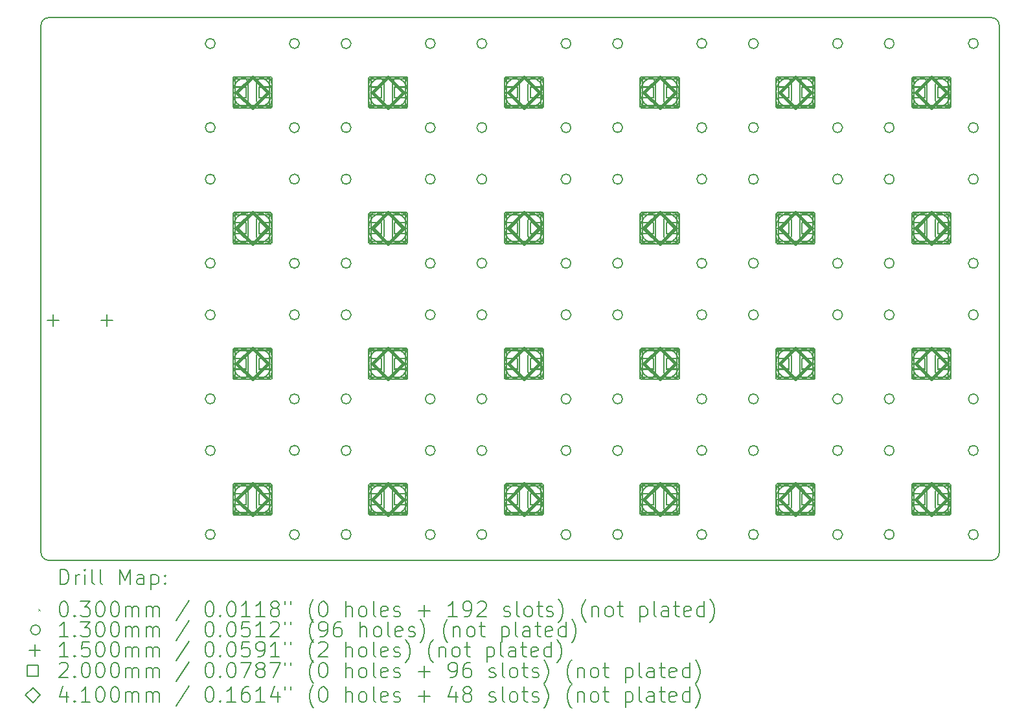
<source format=gbr>
%TF.GenerationSoftware,KiCad,Pcbnew,(6.0.10)*%
%TF.CreationDate,2023-01-29T20:47:39-05:00*%
%TF.ProjectId,shortstack,73686f72-7473-4746-9163-6b2e6b696361,v1.0.0*%
%TF.SameCoordinates,Original*%
%TF.FileFunction,Drillmap*%
%TF.FilePolarity,Positive*%
%FSLAX45Y45*%
G04 Gerber Fmt 4.5, Leading zero omitted, Abs format (unit mm)*
G04 Created by KiCad (PCBNEW (6.0.10)) date 2023-01-29 20:47:39*
%MOMM*%
%LPD*%
G01*
G04 APERTURE LIST*
%ADD10C,0.150000*%
%ADD11C,0.200000*%
%ADD12C,0.030000*%
%ADD13C,0.130000*%
%ADD14C,0.410000*%
G04 APERTURE END LIST*
D10*
X9662500Y-887500D02*
G75*
G03*
X9762500Y-787500I0J100000D01*
G01*
X9762500Y6112500D02*
G75*
G03*
X9662500Y6212500I-100000J0D01*
G01*
X-2762500Y-787500D02*
G75*
G03*
X-2662500Y-887500I100000J0D01*
G01*
X-2662500Y6212500D02*
X9662500Y6212500D01*
X9762500Y6112500D02*
X9762500Y-787500D01*
X9662500Y-887500D02*
X-2662500Y-887500D01*
X-2762500Y-787500D02*
X-2762500Y6112500D01*
X-2662500Y6212500D02*
G75*
G03*
X-2762500Y6112500I0J-100000D01*
G01*
D11*
D12*
X-255000Y5249984D02*
X-225000Y5219984D01*
X-225000Y5249984D02*
X-255000Y5219984D01*
D11*
X-255000Y5424984D02*
X-255000Y5044984D01*
X-225000Y5424984D02*
X-225000Y5044984D01*
X-255000Y5044984D02*
G75*
G03*
X-225000Y5044984I15000J0D01*
G01*
X-225000Y5424984D02*
G75*
G03*
X-255000Y5424984I-15000J0D01*
G01*
D12*
X-255000Y5248750D02*
X-225000Y5218750D01*
X-225000Y5248750D02*
X-255000Y5218750D01*
D11*
X-255000Y5423750D02*
X-255000Y5043750D01*
X-225000Y5423750D02*
X-225000Y5043750D01*
X-255000Y5043750D02*
G75*
G03*
X-225000Y5043750I15000J0D01*
G01*
X-225000Y5423750D02*
G75*
G03*
X-255000Y5423750I-15000J0D01*
G01*
D12*
X-255000Y3474984D02*
X-225000Y3444984D01*
X-225000Y3474984D02*
X-255000Y3444984D01*
D11*
X-255000Y3649984D02*
X-255000Y3269984D01*
X-225000Y3649984D02*
X-225000Y3269984D01*
X-255000Y3269984D02*
G75*
G03*
X-225000Y3269984I15000J0D01*
G01*
X-225000Y3649984D02*
G75*
G03*
X-255000Y3649984I-15000J0D01*
G01*
D12*
X-255000Y3473750D02*
X-225000Y3443750D01*
X-225000Y3473750D02*
X-255000Y3443750D01*
D11*
X-255000Y3648750D02*
X-255000Y3268750D01*
X-225000Y3648750D02*
X-225000Y3268750D01*
X-255000Y3268750D02*
G75*
G03*
X-225000Y3268750I15000J0D01*
G01*
X-225000Y3648750D02*
G75*
G03*
X-255000Y3648750I-15000J0D01*
G01*
D12*
X-255000Y1699984D02*
X-225000Y1669984D01*
X-225000Y1699984D02*
X-255000Y1669984D01*
D11*
X-255000Y1874984D02*
X-255000Y1494984D01*
X-225000Y1874984D02*
X-225000Y1494984D01*
X-255000Y1494984D02*
G75*
G03*
X-225000Y1494984I15000J0D01*
G01*
X-225000Y1874984D02*
G75*
G03*
X-255000Y1874984I-15000J0D01*
G01*
D12*
X-255000Y1698750D02*
X-225000Y1668750D01*
X-225000Y1698750D02*
X-255000Y1668750D01*
D11*
X-255000Y1873750D02*
X-255000Y1493750D01*
X-225000Y1873750D02*
X-225000Y1493750D01*
X-255000Y1493750D02*
G75*
G03*
X-225000Y1493750I15000J0D01*
G01*
X-225000Y1873750D02*
G75*
G03*
X-255000Y1873750I-15000J0D01*
G01*
D12*
X-255000Y-75016D02*
X-225000Y-105016D01*
X-225000Y-75016D02*
X-255000Y-105016D01*
D11*
X-255000Y99984D02*
X-255000Y-280016D01*
X-225000Y99984D02*
X-225000Y-280016D01*
X-255000Y-280016D02*
G75*
G03*
X-225000Y-280016I15000J0D01*
G01*
X-225000Y99984D02*
G75*
G03*
X-255000Y99984I-15000J0D01*
G01*
D12*
X-255000Y-76250D02*
X-225000Y-106250D01*
X-225000Y-76250D02*
X-255000Y-106250D01*
D11*
X-255000Y98750D02*
X-255000Y-281250D01*
X-225000Y98750D02*
X-225000Y-281250D01*
X-255000Y-281250D02*
G75*
G03*
X-225000Y-281250I15000J0D01*
G01*
X-225000Y98750D02*
G75*
G03*
X-255000Y98750I-15000J0D01*
G01*
D12*
X-15000Y5439984D02*
X15000Y5409984D01*
X15000Y5439984D02*
X-15000Y5409984D01*
D11*
X-240000Y5409984D02*
X240000Y5409984D01*
X-240000Y5439984D02*
X240000Y5439984D01*
X240000Y5409984D02*
G75*
G03*
X240000Y5439984I0J15000D01*
G01*
X-240000Y5439984D02*
G75*
G03*
X-240000Y5409984I0J-15000D01*
G01*
D12*
X-15000Y5438750D02*
X15000Y5408750D01*
X15000Y5438750D02*
X-15000Y5408750D01*
D11*
X-240000Y5408750D02*
X240000Y5408750D01*
X-240000Y5438750D02*
X240000Y5438750D01*
X240000Y5408750D02*
G75*
G03*
X240000Y5438750I0J15000D01*
G01*
X-240000Y5438750D02*
G75*
G03*
X-240000Y5408750I0J-15000D01*
G01*
D12*
X-15000Y5059984D02*
X15000Y5029984D01*
X15000Y5059984D02*
X-15000Y5029984D01*
D11*
X-240000Y5029984D02*
X240000Y5029984D01*
X-240000Y5059984D02*
X240000Y5059984D01*
X240000Y5029984D02*
G75*
G03*
X240000Y5059984I0J15000D01*
G01*
X-240000Y5059984D02*
G75*
G03*
X-240000Y5029984I0J-15000D01*
G01*
D12*
X-15000Y5058750D02*
X15000Y5028750D01*
X15000Y5058750D02*
X-15000Y5028750D01*
D11*
X-240000Y5028750D02*
X240000Y5028750D01*
X-240000Y5058750D02*
X240000Y5058750D01*
X240000Y5028750D02*
G75*
G03*
X240000Y5058750I0J15000D01*
G01*
X-240000Y5058750D02*
G75*
G03*
X-240000Y5028750I0J-15000D01*
G01*
D12*
X-15000Y3664984D02*
X15000Y3634984D01*
X15000Y3664984D02*
X-15000Y3634984D01*
D11*
X-240000Y3634984D02*
X240000Y3634984D01*
X-240000Y3664984D02*
X240000Y3664984D01*
X240000Y3634984D02*
G75*
G03*
X240000Y3664984I0J15000D01*
G01*
X-240000Y3664984D02*
G75*
G03*
X-240000Y3634984I0J-15000D01*
G01*
D12*
X-15000Y3663750D02*
X15000Y3633750D01*
X15000Y3663750D02*
X-15000Y3633750D01*
D11*
X-240000Y3633750D02*
X240000Y3633750D01*
X-240000Y3663750D02*
X240000Y3663750D01*
X240000Y3633750D02*
G75*
G03*
X240000Y3663750I0J15000D01*
G01*
X-240000Y3663750D02*
G75*
G03*
X-240000Y3633750I0J-15000D01*
G01*
D12*
X-15000Y3284984D02*
X15000Y3254984D01*
X15000Y3284984D02*
X-15000Y3254984D01*
D11*
X-240000Y3254984D02*
X240000Y3254984D01*
X-240000Y3284984D02*
X240000Y3284984D01*
X240000Y3254984D02*
G75*
G03*
X240000Y3284984I0J15000D01*
G01*
X-240000Y3284984D02*
G75*
G03*
X-240000Y3254984I0J-15000D01*
G01*
D12*
X-15000Y3283750D02*
X15000Y3253750D01*
X15000Y3283750D02*
X-15000Y3253750D01*
D11*
X-240000Y3253750D02*
X240000Y3253750D01*
X-240000Y3283750D02*
X240000Y3283750D01*
X240000Y3253750D02*
G75*
G03*
X240000Y3283750I0J15000D01*
G01*
X-240000Y3283750D02*
G75*
G03*
X-240000Y3253750I0J-15000D01*
G01*
D12*
X-15000Y1889984D02*
X15000Y1859984D01*
X15000Y1889984D02*
X-15000Y1859984D01*
D11*
X-240000Y1859984D02*
X240000Y1859984D01*
X-240000Y1889984D02*
X240000Y1889984D01*
X240000Y1859984D02*
G75*
G03*
X240000Y1889984I0J15000D01*
G01*
X-240000Y1889984D02*
G75*
G03*
X-240000Y1859984I0J-15000D01*
G01*
D12*
X-15000Y1888750D02*
X15000Y1858750D01*
X15000Y1888750D02*
X-15000Y1858750D01*
D11*
X-240000Y1858750D02*
X240000Y1858750D01*
X-240000Y1888750D02*
X240000Y1888750D01*
X240000Y1858750D02*
G75*
G03*
X240000Y1888750I0J15000D01*
G01*
X-240000Y1888750D02*
G75*
G03*
X-240000Y1858750I0J-15000D01*
G01*
D12*
X-15000Y1509984D02*
X15000Y1479984D01*
X15000Y1509984D02*
X-15000Y1479984D01*
D11*
X-240000Y1479984D02*
X240000Y1479984D01*
X-240000Y1509984D02*
X240000Y1509984D01*
X240000Y1479984D02*
G75*
G03*
X240000Y1509984I0J15000D01*
G01*
X-240000Y1509984D02*
G75*
G03*
X-240000Y1479984I0J-15000D01*
G01*
D12*
X-15000Y1508750D02*
X15000Y1478750D01*
X15000Y1508750D02*
X-15000Y1478750D01*
D11*
X-240000Y1478750D02*
X240000Y1478750D01*
X-240000Y1508750D02*
X240000Y1508750D01*
X240000Y1478750D02*
G75*
G03*
X240000Y1508750I0J15000D01*
G01*
X-240000Y1508750D02*
G75*
G03*
X-240000Y1478750I0J-15000D01*
G01*
D12*
X-15000Y114984D02*
X15000Y84984D01*
X15000Y114984D02*
X-15000Y84984D01*
D11*
X-240000Y84984D02*
X240000Y84984D01*
X-240000Y114984D02*
X240000Y114984D01*
X240000Y84984D02*
G75*
G03*
X240000Y114984I0J15000D01*
G01*
X-240000Y114984D02*
G75*
G03*
X-240000Y84984I0J-15000D01*
G01*
D12*
X-15000Y113750D02*
X15000Y83750D01*
X15000Y113750D02*
X-15000Y83750D01*
D11*
X-240000Y83750D02*
X240000Y83750D01*
X-240000Y113750D02*
X240000Y113750D01*
X240000Y83750D02*
G75*
G03*
X240000Y113750I0J15000D01*
G01*
X-240000Y113750D02*
G75*
G03*
X-240000Y83750I0J-15000D01*
G01*
D12*
X-15000Y-265016D02*
X15000Y-295016D01*
X15000Y-265016D02*
X-15000Y-295016D01*
D11*
X-240000Y-295016D02*
X240000Y-295016D01*
X-240000Y-265016D02*
X240000Y-265016D01*
X240000Y-295016D02*
G75*
G03*
X240000Y-265016I0J15000D01*
G01*
X-240000Y-265016D02*
G75*
G03*
X-240000Y-295016I0J-15000D01*
G01*
D12*
X-15000Y-266250D02*
X15000Y-296250D01*
X15000Y-266250D02*
X-15000Y-296250D01*
D11*
X-240000Y-296250D02*
X240000Y-296250D01*
X-240000Y-266250D02*
X240000Y-266250D01*
X240000Y-296250D02*
G75*
G03*
X240000Y-266250I0J15000D01*
G01*
X-240000Y-266250D02*
G75*
G03*
X-240000Y-296250I0J-15000D01*
G01*
D12*
X225000Y5249984D02*
X255000Y5219984D01*
X255000Y5249984D02*
X225000Y5219984D01*
D11*
X225000Y5424984D02*
X225000Y5044984D01*
X255000Y5424984D02*
X255000Y5044984D01*
X225000Y5044984D02*
G75*
G03*
X255000Y5044984I15000J0D01*
G01*
X255000Y5424984D02*
G75*
G03*
X225000Y5424984I-15000J0D01*
G01*
D12*
X225000Y5248750D02*
X255000Y5218750D01*
X255000Y5248750D02*
X225000Y5218750D01*
D11*
X225000Y5423750D02*
X225000Y5043750D01*
X255000Y5423750D02*
X255000Y5043750D01*
X225000Y5043750D02*
G75*
G03*
X255000Y5043750I15000J0D01*
G01*
X255000Y5423750D02*
G75*
G03*
X225000Y5423750I-15000J0D01*
G01*
D12*
X225000Y3474984D02*
X255000Y3444984D01*
X255000Y3474984D02*
X225000Y3444984D01*
D11*
X225000Y3649984D02*
X225000Y3269984D01*
X255000Y3649984D02*
X255000Y3269984D01*
X225000Y3269984D02*
G75*
G03*
X255000Y3269984I15000J0D01*
G01*
X255000Y3649984D02*
G75*
G03*
X225000Y3649984I-15000J0D01*
G01*
D12*
X225000Y3473750D02*
X255000Y3443750D01*
X255000Y3473750D02*
X225000Y3443750D01*
D11*
X225000Y3648750D02*
X225000Y3268750D01*
X255000Y3648750D02*
X255000Y3268750D01*
X225000Y3268750D02*
G75*
G03*
X255000Y3268750I15000J0D01*
G01*
X255000Y3648750D02*
G75*
G03*
X225000Y3648750I-15000J0D01*
G01*
D12*
X225000Y1699984D02*
X255000Y1669984D01*
X255000Y1699984D02*
X225000Y1669984D01*
D11*
X225000Y1874984D02*
X225000Y1494984D01*
X255000Y1874984D02*
X255000Y1494984D01*
X225000Y1494984D02*
G75*
G03*
X255000Y1494984I15000J0D01*
G01*
X255000Y1874984D02*
G75*
G03*
X225000Y1874984I-15000J0D01*
G01*
D12*
X225000Y1698750D02*
X255000Y1668750D01*
X255000Y1698750D02*
X225000Y1668750D01*
D11*
X225000Y1873750D02*
X225000Y1493750D01*
X255000Y1873750D02*
X255000Y1493750D01*
X225000Y1493750D02*
G75*
G03*
X255000Y1493750I15000J0D01*
G01*
X255000Y1873750D02*
G75*
G03*
X225000Y1873750I-15000J0D01*
G01*
D12*
X225000Y-75016D02*
X255000Y-105016D01*
X255000Y-75016D02*
X225000Y-105016D01*
D11*
X225000Y99984D02*
X225000Y-280016D01*
X255000Y99984D02*
X255000Y-280016D01*
X225000Y-280016D02*
G75*
G03*
X255000Y-280016I15000J0D01*
G01*
X255000Y99984D02*
G75*
G03*
X225000Y99984I-15000J0D01*
G01*
D12*
X225000Y-76250D02*
X255000Y-106250D01*
X255000Y-76250D02*
X225000Y-106250D01*
D11*
X225000Y98750D02*
X225000Y-281250D01*
X255000Y98750D02*
X255000Y-281250D01*
X225000Y-281250D02*
G75*
G03*
X255000Y-281250I15000J0D01*
G01*
X255000Y98750D02*
G75*
G03*
X225000Y98750I-15000J0D01*
G01*
D12*
X1520000Y5249984D02*
X1550000Y5219984D01*
X1550000Y5249984D02*
X1520000Y5219984D01*
D11*
X1520000Y5424984D02*
X1520000Y5044984D01*
X1550000Y5424984D02*
X1550000Y5044984D01*
X1520000Y5044984D02*
G75*
G03*
X1550000Y5044984I15000J0D01*
G01*
X1550000Y5424984D02*
G75*
G03*
X1520000Y5424984I-15000J0D01*
G01*
D12*
X1520000Y5248750D02*
X1550000Y5218750D01*
X1550000Y5248750D02*
X1520000Y5218750D01*
D11*
X1520000Y5423750D02*
X1520000Y5043750D01*
X1550000Y5423750D02*
X1550000Y5043750D01*
X1520000Y5043750D02*
G75*
G03*
X1550000Y5043750I15000J0D01*
G01*
X1550000Y5423750D02*
G75*
G03*
X1520000Y5423750I-15000J0D01*
G01*
D12*
X1520000Y3474984D02*
X1550000Y3444984D01*
X1550000Y3474984D02*
X1520000Y3444984D01*
D11*
X1520000Y3649984D02*
X1520000Y3269984D01*
X1550000Y3649984D02*
X1550000Y3269984D01*
X1520000Y3269984D02*
G75*
G03*
X1550000Y3269984I15000J0D01*
G01*
X1550000Y3649984D02*
G75*
G03*
X1520000Y3649984I-15000J0D01*
G01*
D12*
X1520000Y3473750D02*
X1550000Y3443750D01*
X1550000Y3473750D02*
X1520000Y3443750D01*
D11*
X1520000Y3648750D02*
X1520000Y3268750D01*
X1550000Y3648750D02*
X1550000Y3268750D01*
X1520000Y3268750D02*
G75*
G03*
X1550000Y3268750I15000J0D01*
G01*
X1550000Y3648750D02*
G75*
G03*
X1520000Y3648750I-15000J0D01*
G01*
D12*
X1520000Y1699984D02*
X1550000Y1669984D01*
X1550000Y1699984D02*
X1520000Y1669984D01*
D11*
X1520000Y1874984D02*
X1520000Y1494984D01*
X1550000Y1874984D02*
X1550000Y1494984D01*
X1520000Y1494984D02*
G75*
G03*
X1550000Y1494984I15000J0D01*
G01*
X1550000Y1874984D02*
G75*
G03*
X1520000Y1874984I-15000J0D01*
G01*
D12*
X1520000Y1698750D02*
X1550000Y1668750D01*
X1550000Y1698750D02*
X1520000Y1668750D01*
D11*
X1520000Y1873750D02*
X1520000Y1493750D01*
X1550000Y1873750D02*
X1550000Y1493750D01*
X1520000Y1493750D02*
G75*
G03*
X1550000Y1493750I15000J0D01*
G01*
X1550000Y1873750D02*
G75*
G03*
X1520000Y1873750I-15000J0D01*
G01*
D12*
X1520000Y-75016D02*
X1550000Y-105016D01*
X1550000Y-75016D02*
X1520000Y-105016D01*
D11*
X1520000Y99984D02*
X1520000Y-280016D01*
X1550000Y99984D02*
X1550000Y-280016D01*
X1520000Y-280016D02*
G75*
G03*
X1550000Y-280016I15000J0D01*
G01*
X1550000Y99984D02*
G75*
G03*
X1520000Y99984I-15000J0D01*
G01*
D12*
X1520000Y-76250D02*
X1550000Y-106250D01*
X1550000Y-76250D02*
X1520000Y-106250D01*
D11*
X1520000Y98750D02*
X1520000Y-281250D01*
X1550000Y98750D02*
X1550000Y-281250D01*
X1520000Y-281250D02*
G75*
G03*
X1550000Y-281250I15000J0D01*
G01*
X1550000Y98750D02*
G75*
G03*
X1520000Y98750I-15000J0D01*
G01*
D12*
X1760000Y5439984D02*
X1790000Y5409984D01*
X1790000Y5439984D02*
X1760000Y5409984D01*
D11*
X1535000Y5409984D02*
X2015000Y5409984D01*
X1535000Y5439984D02*
X2015000Y5439984D01*
X2015000Y5409984D02*
G75*
G03*
X2015000Y5439984I0J15000D01*
G01*
X1535000Y5439984D02*
G75*
G03*
X1535000Y5409984I0J-15000D01*
G01*
D12*
X1760000Y5438750D02*
X1790000Y5408750D01*
X1790000Y5438750D02*
X1760000Y5408750D01*
D11*
X1535000Y5408750D02*
X2015000Y5408750D01*
X1535000Y5438750D02*
X2015000Y5438750D01*
X2015000Y5408750D02*
G75*
G03*
X2015000Y5438750I0J15000D01*
G01*
X1535000Y5438750D02*
G75*
G03*
X1535000Y5408750I0J-15000D01*
G01*
D12*
X1760000Y5059984D02*
X1790000Y5029984D01*
X1790000Y5059984D02*
X1760000Y5029984D01*
D11*
X1535000Y5029984D02*
X2015000Y5029984D01*
X1535000Y5059984D02*
X2015000Y5059984D01*
X2015000Y5029984D02*
G75*
G03*
X2015000Y5059984I0J15000D01*
G01*
X1535000Y5059984D02*
G75*
G03*
X1535000Y5029984I0J-15000D01*
G01*
D12*
X1760000Y5058750D02*
X1790000Y5028750D01*
X1790000Y5058750D02*
X1760000Y5028750D01*
D11*
X1535000Y5028750D02*
X2015000Y5028750D01*
X1535000Y5058750D02*
X2015000Y5058750D01*
X2015000Y5028750D02*
G75*
G03*
X2015000Y5058750I0J15000D01*
G01*
X1535000Y5058750D02*
G75*
G03*
X1535000Y5028750I0J-15000D01*
G01*
D12*
X1760000Y3664984D02*
X1790000Y3634984D01*
X1790000Y3664984D02*
X1760000Y3634984D01*
D11*
X1535000Y3634984D02*
X2015000Y3634984D01*
X1535000Y3664984D02*
X2015000Y3664984D01*
X2015000Y3634984D02*
G75*
G03*
X2015000Y3664984I0J15000D01*
G01*
X1535000Y3664984D02*
G75*
G03*
X1535000Y3634984I0J-15000D01*
G01*
D12*
X1760000Y3663750D02*
X1790000Y3633750D01*
X1790000Y3663750D02*
X1760000Y3633750D01*
D11*
X1535000Y3633750D02*
X2015000Y3633750D01*
X1535000Y3663750D02*
X2015000Y3663750D01*
X2015000Y3633750D02*
G75*
G03*
X2015000Y3663750I0J15000D01*
G01*
X1535000Y3663750D02*
G75*
G03*
X1535000Y3633750I0J-15000D01*
G01*
D12*
X1760000Y3284984D02*
X1790000Y3254984D01*
X1790000Y3284984D02*
X1760000Y3254984D01*
D11*
X1535000Y3254984D02*
X2015000Y3254984D01*
X1535000Y3284984D02*
X2015000Y3284984D01*
X2015000Y3254984D02*
G75*
G03*
X2015000Y3284984I0J15000D01*
G01*
X1535000Y3284984D02*
G75*
G03*
X1535000Y3254984I0J-15000D01*
G01*
D12*
X1760000Y3283750D02*
X1790000Y3253750D01*
X1790000Y3283750D02*
X1760000Y3253750D01*
D11*
X1535000Y3253750D02*
X2015000Y3253750D01*
X1535000Y3283750D02*
X2015000Y3283750D01*
X2015000Y3253750D02*
G75*
G03*
X2015000Y3283750I0J15000D01*
G01*
X1535000Y3283750D02*
G75*
G03*
X1535000Y3253750I0J-15000D01*
G01*
D12*
X1760000Y1889984D02*
X1790000Y1859984D01*
X1790000Y1889984D02*
X1760000Y1859984D01*
D11*
X1535000Y1859984D02*
X2015000Y1859984D01*
X1535000Y1889984D02*
X2015000Y1889984D01*
X2015000Y1859984D02*
G75*
G03*
X2015000Y1889984I0J15000D01*
G01*
X1535000Y1889984D02*
G75*
G03*
X1535000Y1859984I0J-15000D01*
G01*
D12*
X1760000Y1888750D02*
X1790000Y1858750D01*
X1790000Y1888750D02*
X1760000Y1858750D01*
D11*
X1535000Y1858750D02*
X2015000Y1858750D01*
X1535000Y1888750D02*
X2015000Y1888750D01*
X2015000Y1858750D02*
G75*
G03*
X2015000Y1888750I0J15000D01*
G01*
X1535000Y1888750D02*
G75*
G03*
X1535000Y1858750I0J-15000D01*
G01*
D12*
X1760000Y1509984D02*
X1790000Y1479984D01*
X1790000Y1509984D02*
X1760000Y1479984D01*
D11*
X1535000Y1479984D02*
X2015000Y1479984D01*
X1535000Y1509984D02*
X2015000Y1509984D01*
X2015000Y1479984D02*
G75*
G03*
X2015000Y1509984I0J15000D01*
G01*
X1535000Y1509984D02*
G75*
G03*
X1535000Y1479984I0J-15000D01*
G01*
D12*
X1760000Y1508750D02*
X1790000Y1478750D01*
X1790000Y1508750D02*
X1760000Y1478750D01*
D11*
X1535000Y1478750D02*
X2015000Y1478750D01*
X1535000Y1508750D02*
X2015000Y1508750D01*
X2015000Y1478750D02*
G75*
G03*
X2015000Y1508750I0J15000D01*
G01*
X1535000Y1508750D02*
G75*
G03*
X1535000Y1478750I0J-15000D01*
G01*
D12*
X1760000Y114984D02*
X1790000Y84984D01*
X1790000Y114984D02*
X1760000Y84984D01*
D11*
X1535000Y84984D02*
X2015000Y84984D01*
X1535000Y114984D02*
X2015000Y114984D01*
X2015000Y84984D02*
G75*
G03*
X2015000Y114984I0J15000D01*
G01*
X1535000Y114984D02*
G75*
G03*
X1535000Y84984I0J-15000D01*
G01*
D12*
X1760000Y113750D02*
X1790000Y83750D01*
X1790000Y113750D02*
X1760000Y83750D01*
D11*
X1535000Y83750D02*
X2015000Y83750D01*
X1535000Y113750D02*
X2015000Y113750D01*
X2015000Y83750D02*
G75*
G03*
X2015000Y113750I0J15000D01*
G01*
X1535000Y113750D02*
G75*
G03*
X1535000Y83750I0J-15000D01*
G01*
D12*
X1760000Y-265016D02*
X1790000Y-295016D01*
X1790000Y-265016D02*
X1760000Y-295016D01*
D11*
X1535000Y-295016D02*
X2015000Y-295016D01*
X1535000Y-265016D02*
X2015000Y-265016D01*
X2015000Y-295016D02*
G75*
G03*
X2015000Y-265016I0J15000D01*
G01*
X1535000Y-265016D02*
G75*
G03*
X1535000Y-295016I0J-15000D01*
G01*
D12*
X1760000Y-266250D02*
X1790000Y-296250D01*
X1790000Y-266250D02*
X1760000Y-296250D01*
D11*
X1535000Y-296250D02*
X2015000Y-296250D01*
X1535000Y-266250D02*
X2015000Y-266250D01*
X2015000Y-296250D02*
G75*
G03*
X2015000Y-266250I0J15000D01*
G01*
X1535000Y-266250D02*
G75*
G03*
X1535000Y-296250I0J-15000D01*
G01*
D12*
X2000000Y5249984D02*
X2030000Y5219984D01*
X2030000Y5249984D02*
X2000000Y5219984D01*
D11*
X2000000Y5424984D02*
X2000000Y5044984D01*
X2030000Y5424984D02*
X2030000Y5044984D01*
X2000000Y5044984D02*
G75*
G03*
X2030000Y5044984I15000J0D01*
G01*
X2030000Y5424984D02*
G75*
G03*
X2000000Y5424984I-15000J0D01*
G01*
D12*
X2000000Y5248750D02*
X2030000Y5218750D01*
X2030000Y5248750D02*
X2000000Y5218750D01*
D11*
X2000000Y5423750D02*
X2000000Y5043750D01*
X2030000Y5423750D02*
X2030000Y5043750D01*
X2000000Y5043750D02*
G75*
G03*
X2030000Y5043750I15000J0D01*
G01*
X2030000Y5423750D02*
G75*
G03*
X2000000Y5423750I-15000J0D01*
G01*
D12*
X2000000Y3474984D02*
X2030000Y3444984D01*
X2030000Y3474984D02*
X2000000Y3444984D01*
D11*
X2000000Y3649984D02*
X2000000Y3269984D01*
X2030000Y3649984D02*
X2030000Y3269984D01*
X2000000Y3269984D02*
G75*
G03*
X2030000Y3269984I15000J0D01*
G01*
X2030000Y3649984D02*
G75*
G03*
X2000000Y3649984I-15000J0D01*
G01*
D12*
X2000000Y3473750D02*
X2030000Y3443750D01*
X2030000Y3473750D02*
X2000000Y3443750D01*
D11*
X2000000Y3648750D02*
X2000000Y3268750D01*
X2030000Y3648750D02*
X2030000Y3268750D01*
X2000000Y3268750D02*
G75*
G03*
X2030000Y3268750I15000J0D01*
G01*
X2030000Y3648750D02*
G75*
G03*
X2000000Y3648750I-15000J0D01*
G01*
D12*
X2000000Y1699984D02*
X2030000Y1669984D01*
X2030000Y1699984D02*
X2000000Y1669984D01*
D11*
X2000000Y1874984D02*
X2000000Y1494984D01*
X2030000Y1874984D02*
X2030000Y1494984D01*
X2000000Y1494984D02*
G75*
G03*
X2030000Y1494984I15000J0D01*
G01*
X2030000Y1874984D02*
G75*
G03*
X2000000Y1874984I-15000J0D01*
G01*
D12*
X2000000Y1698750D02*
X2030000Y1668750D01*
X2030000Y1698750D02*
X2000000Y1668750D01*
D11*
X2000000Y1873750D02*
X2000000Y1493750D01*
X2030000Y1873750D02*
X2030000Y1493750D01*
X2000000Y1493750D02*
G75*
G03*
X2030000Y1493750I15000J0D01*
G01*
X2030000Y1873750D02*
G75*
G03*
X2000000Y1873750I-15000J0D01*
G01*
D12*
X2000000Y-75016D02*
X2030000Y-105016D01*
X2030000Y-75016D02*
X2000000Y-105016D01*
D11*
X2000000Y99984D02*
X2000000Y-280016D01*
X2030000Y99984D02*
X2030000Y-280016D01*
X2000000Y-280016D02*
G75*
G03*
X2030000Y-280016I15000J0D01*
G01*
X2030000Y99984D02*
G75*
G03*
X2000000Y99984I-15000J0D01*
G01*
D12*
X2000000Y-76250D02*
X2030000Y-106250D01*
X2030000Y-76250D02*
X2000000Y-106250D01*
D11*
X2000000Y98750D02*
X2000000Y-281250D01*
X2030000Y98750D02*
X2030000Y-281250D01*
X2000000Y-281250D02*
G75*
G03*
X2030000Y-281250I15000J0D01*
G01*
X2030000Y98750D02*
G75*
G03*
X2000000Y98750I-15000J0D01*
G01*
D12*
X3295000Y5249984D02*
X3325000Y5219984D01*
X3325000Y5249984D02*
X3295000Y5219984D01*
D11*
X3295000Y5424984D02*
X3295000Y5044984D01*
X3325000Y5424984D02*
X3325000Y5044984D01*
X3295000Y5044984D02*
G75*
G03*
X3325000Y5044984I15000J0D01*
G01*
X3325000Y5424984D02*
G75*
G03*
X3295000Y5424984I-15000J0D01*
G01*
D12*
X3295000Y5248750D02*
X3325000Y5218750D01*
X3325000Y5248750D02*
X3295000Y5218750D01*
D11*
X3295000Y5423750D02*
X3295000Y5043750D01*
X3325000Y5423750D02*
X3325000Y5043750D01*
X3295000Y5043750D02*
G75*
G03*
X3325000Y5043750I15000J0D01*
G01*
X3325000Y5423750D02*
G75*
G03*
X3295000Y5423750I-15000J0D01*
G01*
D12*
X3295000Y3474984D02*
X3325000Y3444984D01*
X3325000Y3474984D02*
X3295000Y3444984D01*
D11*
X3295000Y3649984D02*
X3295000Y3269984D01*
X3325000Y3649984D02*
X3325000Y3269984D01*
X3295000Y3269984D02*
G75*
G03*
X3325000Y3269984I15000J0D01*
G01*
X3325000Y3649984D02*
G75*
G03*
X3295000Y3649984I-15000J0D01*
G01*
D12*
X3295000Y3473750D02*
X3325000Y3443750D01*
X3325000Y3473750D02*
X3295000Y3443750D01*
D11*
X3295000Y3648750D02*
X3295000Y3268750D01*
X3325000Y3648750D02*
X3325000Y3268750D01*
X3295000Y3268750D02*
G75*
G03*
X3325000Y3268750I15000J0D01*
G01*
X3325000Y3648750D02*
G75*
G03*
X3295000Y3648750I-15000J0D01*
G01*
D12*
X3295000Y1699984D02*
X3325000Y1669984D01*
X3325000Y1699984D02*
X3295000Y1669984D01*
D11*
X3295000Y1874984D02*
X3295000Y1494984D01*
X3325000Y1874984D02*
X3325000Y1494984D01*
X3295000Y1494984D02*
G75*
G03*
X3325000Y1494984I15000J0D01*
G01*
X3325000Y1874984D02*
G75*
G03*
X3295000Y1874984I-15000J0D01*
G01*
D12*
X3295000Y1698750D02*
X3325000Y1668750D01*
X3325000Y1698750D02*
X3295000Y1668750D01*
D11*
X3295000Y1873750D02*
X3295000Y1493750D01*
X3325000Y1873750D02*
X3325000Y1493750D01*
X3295000Y1493750D02*
G75*
G03*
X3325000Y1493750I15000J0D01*
G01*
X3325000Y1873750D02*
G75*
G03*
X3295000Y1873750I-15000J0D01*
G01*
D12*
X3295000Y-75016D02*
X3325000Y-105016D01*
X3325000Y-75016D02*
X3295000Y-105016D01*
D11*
X3295000Y99984D02*
X3295000Y-280016D01*
X3325000Y99984D02*
X3325000Y-280016D01*
X3295000Y-280016D02*
G75*
G03*
X3325000Y-280016I15000J0D01*
G01*
X3325000Y99984D02*
G75*
G03*
X3295000Y99984I-15000J0D01*
G01*
D12*
X3295000Y-76250D02*
X3325000Y-106250D01*
X3325000Y-76250D02*
X3295000Y-106250D01*
D11*
X3295000Y98750D02*
X3295000Y-281250D01*
X3325000Y98750D02*
X3325000Y-281250D01*
X3295000Y-281250D02*
G75*
G03*
X3325000Y-281250I15000J0D01*
G01*
X3325000Y98750D02*
G75*
G03*
X3295000Y98750I-15000J0D01*
G01*
D12*
X3535000Y5439984D02*
X3565000Y5409984D01*
X3565000Y5439984D02*
X3535000Y5409984D01*
D11*
X3310000Y5409984D02*
X3790000Y5409984D01*
X3310000Y5439984D02*
X3790000Y5439984D01*
X3790000Y5409984D02*
G75*
G03*
X3790000Y5439984I0J15000D01*
G01*
X3310000Y5439984D02*
G75*
G03*
X3310000Y5409984I0J-15000D01*
G01*
D12*
X3535000Y5438750D02*
X3565000Y5408750D01*
X3565000Y5438750D02*
X3535000Y5408750D01*
D11*
X3310000Y5408750D02*
X3790000Y5408750D01*
X3310000Y5438750D02*
X3790000Y5438750D01*
X3790000Y5408750D02*
G75*
G03*
X3790000Y5438750I0J15000D01*
G01*
X3310000Y5438750D02*
G75*
G03*
X3310000Y5408750I0J-15000D01*
G01*
D12*
X3535000Y5059984D02*
X3565000Y5029984D01*
X3565000Y5059984D02*
X3535000Y5029984D01*
D11*
X3310000Y5029984D02*
X3790000Y5029984D01*
X3310000Y5059984D02*
X3790000Y5059984D01*
X3790000Y5029984D02*
G75*
G03*
X3790000Y5059984I0J15000D01*
G01*
X3310000Y5059984D02*
G75*
G03*
X3310000Y5029984I0J-15000D01*
G01*
D12*
X3535000Y5058750D02*
X3565000Y5028750D01*
X3565000Y5058750D02*
X3535000Y5028750D01*
D11*
X3310000Y5028750D02*
X3790000Y5028750D01*
X3310000Y5058750D02*
X3790000Y5058750D01*
X3790000Y5028750D02*
G75*
G03*
X3790000Y5058750I0J15000D01*
G01*
X3310000Y5058750D02*
G75*
G03*
X3310000Y5028750I0J-15000D01*
G01*
D12*
X3535000Y3664984D02*
X3565000Y3634984D01*
X3565000Y3664984D02*
X3535000Y3634984D01*
D11*
X3310000Y3634984D02*
X3790000Y3634984D01*
X3310000Y3664984D02*
X3790000Y3664984D01*
X3790000Y3634984D02*
G75*
G03*
X3790000Y3664984I0J15000D01*
G01*
X3310000Y3664984D02*
G75*
G03*
X3310000Y3634984I0J-15000D01*
G01*
D12*
X3535000Y3663750D02*
X3565000Y3633750D01*
X3565000Y3663750D02*
X3535000Y3633750D01*
D11*
X3310000Y3633750D02*
X3790000Y3633750D01*
X3310000Y3663750D02*
X3790000Y3663750D01*
X3790000Y3633750D02*
G75*
G03*
X3790000Y3663750I0J15000D01*
G01*
X3310000Y3663750D02*
G75*
G03*
X3310000Y3633750I0J-15000D01*
G01*
D12*
X3535000Y3284984D02*
X3565000Y3254984D01*
X3565000Y3284984D02*
X3535000Y3254984D01*
D11*
X3310000Y3254984D02*
X3790000Y3254984D01*
X3310000Y3284984D02*
X3790000Y3284984D01*
X3790000Y3254984D02*
G75*
G03*
X3790000Y3284984I0J15000D01*
G01*
X3310000Y3284984D02*
G75*
G03*
X3310000Y3254984I0J-15000D01*
G01*
D12*
X3535000Y3283750D02*
X3565000Y3253750D01*
X3565000Y3283750D02*
X3535000Y3253750D01*
D11*
X3310000Y3253750D02*
X3790000Y3253750D01*
X3310000Y3283750D02*
X3790000Y3283750D01*
X3790000Y3253750D02*
G75*
G03*
X3790000Y3283750I0J15000D01*
G01*
X3310000Y3283750D02*
G75*
G03*
X3310000Y3253750I0J-15000D01*
G01*
D12*
X3535000Y1889984D02*
X3565000Y1859984D01*
X3565000Y1889984D02*
X3535000Y1859984D01*
D11*
X3310000Y1859984D02*
X3790000Y1859984D01*
X3310000Y1889984D02*
X3790000Y1889984D01*
X3790000Y1859984D02*
G75*
G03*
X3790000Y1889984I0J15000D01*
G01*
X3310000Y1889984D02*
G75*
G03*
X3310000Y1859984I0J-15000D01*
G01*
D12*
X3535000Y1888750D02*
X3565000Y1858750D01*
X3565000Y1888750D02*
X3535000Y1858750D01*
D11*
X3310000Y1858750D02*
X3790000Y1858750D01*
X3310000Y1888750D02*
X3790000Y1888750D01*
X3790000Y1858750D02*
G75*
G03*
X3790000Y1888750I0J15000D01*
G01*
X3310000Y1888750D02*
G75*
G03*
X3310000Y1858750I0J-15000D01*
G01*
D12*
X3535000Y1509984D02*
X3565000Y1479984D01*
X3565000Y1509984D02*
X3535000Y1479984D01*
D11*
X3310000Y1479984D02*
X3790000Y1479984D01*
X3310000Y1509984D02*
X3790000Y1509984D01*
X3790000Y1479984D02*
G75*
G03*
X3790000Y1509984I0J15000D01*
G01*
X3310000Y1509984D02*
G75*
G03*
X3310000Y1479984I0J-15000D01*
G01*
D12*
X3535000Y1508750D02*
X3565000Y1478750D01*
X3565000Y1508750D02*
X3535000Y1478750D01*
D11*
X3310000Y1478750D02*
X3790000Y1478750D01*
X3310000Y1508750D02*
X3790000Y1508750D01*
X3790000Y1478750D02*
G75*
G03*
X3790000Y1508750I0J15000D01*
G01*
X3310000Y1508750D02*
G75*
G03*
X3310000Y1478750I0J-15000D01*
G01*
D12*
X3535000Y114984D02*
X3565000Y84984D01*
X3565000Y114984D02*
X3535000Y84984D01*
D11*
X3310000Y84984D02*
X3790000Y84984D01*
X3310000Y114984D02*
X3790000Y114984D01*
X3790000Y84984D02*
G75*
G03*
X3790000Y114984I0J15000D01*
G01*
X3310000Y114984D02*
G75*
G03*
X3310000Y84984I0J-15000D01*
G01*
D12*
X3535000Y113750D02*
X3565000Y83750D01*
X3565000Y113750D02*
X3535000Y83750D01*
D11*
X3310000Y83750D02*
X3790000Y83750D01*
X3310000Y113750D02*
X3790000Y113750D01*
X3790000Y83750D02*
G75*
G03*
X3790000Y113750I0J15000D01*
G01*
X3310000Y113750D02*
G75*
G03*
X3310000Y83750I0J-15000D01*
G01*
D12*
X3535000Y-265016D02*
X3565000Y-295016D01*
X3565000Y-265016D02*
X3535000Y-295016D01*
D11*
X3310000Y-295016D02*
X3790000Y-295016D01*
X3310000Y-265016D02*
X3790000Y-265016D01*
X3790000Y-295016D02*
G75*
G03*
X3790000Y-265016I0J15000D01*
G01*
X3310000Y-265016D02*
G75*
G03*
X3310000Y-295016I0J-15000D01*
G01*
D12*
X3535000Y-266250D02*
X3565000Y-296250D01*
X3565000Y-266250D02*
X3535000Y-296250D01*
D11*
X3310000Y-296250D02*
X3790000Y-296250D01*
X3310000Y-266250D02*
X3790000Y-266250D01*
X3790000Y-296250D02*
G75*
G03*
X3790000Y-266250I0J15000D01*
G01*
X3310000Y-266250D02*
G75*
G03*
X3310000Y-296250I0J-15000D01*
G01*
D12*
X3775000Y5249984D02*
X3805000Y5219984D01*
X3805000Y5249984D02*
X3775000Y5219984D01*
D11*
X3775000Y5424984D02*
X3775000Y5044984D01*
X3805000Y5424984D02*
X3805000Y5044984D01*
X3775000Y5044984D02*
G75*
G03*
X3805000Y5044984I15000J0D01*
G01*
X3805000Y5424984D02*
G75*
G03*
X3775000Y5424984I-15000J0D01*
G01*
D12*
X3775000Y5248750D02*
X3805000Y5218750D01*
X3805000Y5248750D02*
X3775000Y5218750D01*
D11*
X3775000Y5423750D02*
X3775000Y5043750D01*
X3805000Y5423750D02*
X3805000Y5043750D01*
X3775000Y5043750D02*
G75*
G03*
X3805000Y5043750I15000J0D01*
G01*
X3805000Y5423750D02*
G75*
G03*
X3775000Y5423750I-15000J0D01*
G01*
D12*
X3775000Y3474984D02*
X3805000Y3444984D01*
X3805000Y3474984D02*
X3775000Y3444984D01*
D11*
X3775000Y3649984D02*
X3775000Y3269984D01*
X3805000Y3649984D02*
X3805000Y3269984D01*
X3775000Y3269984D02*
G75*
G03*
X3805000Y3269984I15000J0D01*
G01*
X3805000Y3649984D02*
G75*
G03*
X3775000Y3649984I-15000J0D01*
G01*
D12*
X3775000Y3473750D02*
X3805000Y3443750D01*
X3805000Y3473750D02*
X3775000Y3443750D01*
D11*
X3775000Y3648750D02*
X3775000Y3268750D01*
X3805000Y3648750D02*
X3805000Y3268750D01*
X3775000Y3268750D02*
G75*
G03*
X3805000Y3268750I15000J0D01*
G01*
X3805000Y3648750D02*
G75*
G03*
X3775000Y3648750I-15000J0D01*
G01*
D12*
X3775000Y1699984D02*
X3805000Y1669984D01*
X3805000Y1699984D02*
X3775000Y1669984D01*
D11*
X3775000Y1874984D02*
X3775000Y1494984D01*
X3805000Y1874984D02*
X3805000Y1494984D01*
X3775000Y1494984D02*
G75*
G03*
X3805000Y1494984I15000J0D01*
G01*
X3805000Y1874984D02*
G75*
G03*
X3775000Y1874984I-15000J0D01*
G01*
D12*
X3775000Y1698750D02*
X3805000Y1668750D01*
X3805000Y1698750D02*
X3775000Y1668750D01*
D11*
X3775000Y1873750D02*
X3775000Y1493750D01*
X3805000Y1873750D02*
X3805000Y1493750D01*
X3775000Y1493750D02*
G75*
G03*
X3805000Y1493750I15000J0D01*
G01*
X3805000Y1873750D02*
G75*
G03*
X3775000Y1873750I-15000J0D01*
G01*
D12*
X3775000Y-75016D02*
X3805000Y-105016D01*
X3805000Y-75016D02*
X3775000Y-105016D01*
D11*
X3775000Y99984D02*
X3775000Y-280016D01*
X3805000Y99984D02*
X3805000Y-280016D01*
X3775000Y-280016D02*
G75*
G03*
X3805000Y-280016I15000J0D01*
G01*
X3805000Y99984D02*
G75*
G03*
X3775000Y99984I-15000J0D01*
G01*
D12*
X3775000Y-76250D02*
X3805000Y-106250D01*
X3805000Y-76250D02*
X3775000Y-106250D01*
D11*
X3775000Y98750D02*
X3775000Y-281250D01*
X3805000Y98750D02*
X3805000Y-281250D01*
X3775000Y-281250D02*
G75*
G03*
X3805000Y-281250I15000J0D01*
G01*
X3805000Y98750D02*
G75*
G03*
X3775000Y98750I-15000J0D01*
G01*
D12*
X5070000Y5249984D02*
X5100000Y5219984D01*
X5100000Y5249984D02*
X5070000Y5219984D01*
D11*
X5070000Y5424984D02*
X5070000Y5044984D01*
X5100000Y5424984D02*
X5100000Y5044984D01*
X5070000Y5044984D02*
G75*
G03*
X5100000Y5044984I15000J0D01*
G01*
X5100000Y5424984D02*
G75*
G03*
X5070000Y5424984I-15000J0D01*
G01*
D12*
X5070000Y5248750D02*
X5100000Y5218750D01*
X5100000Y5248750D02*
X5070000Y5218750D01*
D11*
X5070000Y5423750D02*
X5070000Y5043750D01*
X5100000Y5423750D02*
X5100000Y5043750D01*
X5070000Y5043750D02*
G75*
G03*
X5100000Y5043750I15000J0D01*
G01*
X5100000Y5423750D02*
G75*
G03*
X5070000Y5423750I-15000J0D01*
G01*
D12*
X5070000Y3474984D02*
X5100000Y3444984D01*
X5100000Y3474984D02*
X5070000Y3444984D01*
D11*
X5070000Y3649984D02*
X5070000Y3269984D01*
X5100000Y3649984D02*
X5100000Y3269984D01*
X5070000Y3269984D02*
G75*
G03*
X5100000Y3269984I15000J0D01*
G01*
X5100000Y3649984D02*
G75*
G03*
X5070000Y3649984I-15000J0D01*
G01*
D12*
X5070000Y3473750D02*
X5100000Y3443750D01*
X5100000Y3473750D02*
X5070000Y3443750D01*
D11*
X5070000Y3648750D02*
X5070000Y3268750D01*
X5100000Y3648750D02*
X5100000Y3268750D01*
X5070000Y3268750D02*
G75*
G03*
X5100000Y3268750I15000J0D01*
G01*
X5100000Y3648750D02*
G75*
G03*
X5070000Y3648750I-15000J0D01*
G01*
D12*
X5070000Y1699984D02*
X5100000Y1669984D01*
X5100000Y1699984D02*
X5070000Y1669984D01*
D11*
X5070000Y1874984D02*
X5070000Y1494984D01*
X5100000Y1874984D02*
X5100000Y1494984D01*
X5070000Y1494984D02*
G75*
G03*
X5100000Y1494984I15000J0D01*
G01*
X5100000Y1874984D02*
G75*
G03*
X5070000Y1874984I-15000J0D01*
G01*
D12*
X5070000Y1698750D02*
X5100000Y1668750D01*
X5100000Y1698750D02*
X5070000Y1668750D01*
D11*
X5070000Y1873750D02*
X5070000Y1493750D01*
X5100000Y1873750D02*
X5100000Y1493750D01*
X5070000Y1493750D02*
G75*
G03*
X5100000Y1493750I15000J0D01*
G01*
X5100000Y1873750D02*
G75*
G03*
X5070000Y1873750I-15000J0D01*
G01*
D12*
X5070000Y-75016D02*
X5100000Y-105016D01*
X5100000Y-75016D02*
X5070000Y-105016D01*
D11*
X5070000Y99984D02*
X5070000Y-280016D01*
X5100000Y99984D02*
X5100000Y-280016D01*
X5070000Y-280016D02*
G75*
G03*
X5100000Y-280016I15000J0D01*
G01*
X5100000Y99984D02*
G75*
G03*
X5070000Y99984I-15000J0D01*
G01*
D12*
X5070000Y-76250D02*
X5100000Y-106250D01*
X5100000Y-76250D02*
X5070000Y-106250D01*
D11*
X5070000Y98750D02*
X5070000Y-281250D01*
X5100000Y98750D02*
X5100000Y-281250D01*
X5070000Y-281250D02*
G75*
G03*
X5100000Y-281250I15000J0D01*
G01*
X5100000Y98750D02*
G75*
G03*
X5070000Y98750I-15000J0D01*
G01*
D12*
X5310000Y5439984D02*
X5340000Y5409984D01*
X5340000Y5439984D02*
X5310000Y5409984D01*
D11*
X5085000Y5409984D02*
X5565000Y5409984D01*
X5085000Y5439984D02*
X5565000Y5439984D01*
X5565000Y5409984D02*
G75*
G03*
X5565000Y5439984I0J15000D01*
G01*
X5085000Y5439984D02*
G75*
G03*
X5085000Y5409984I0J-15000D01*
G01*
D12*
X5310000Y5438750D02*
X5340000Y5408750D01*
X5340000Y5438750D02*
X5310000Y5408750D01*
D11*
X5085000Y5408750D02*
X5565000Y5408750D01*
X5085000Y5438750D02*
X5565000Y5438750D01*
X5565000Y5408750D02*
G75*
G03*
X5565000Y5438750I0J15000D01*
G01*
X5085000Y5438750D02*
G75*
G03*
X5085000Y5408750I0J-15000D01*
G01*
D12*
X5310000Y5059984D02*
X5340000Y5029984D01*
X5340000Y5059984D02*
X5310000Y5029984D01*
D11*
X5085000Y5029984D02*
X5565000Y5029984D01*
X5085000Y5059984D02*
X5565000Y5059984D01*
X5565000Y5029984D02*
G75*
G03*
X5565000Y5059984I0J15000D01*
G01*
X5085000Y5059984D02*
G75*
G03*
X5085000Y5029984I0J-15000D01*
G01*
D12*
X5310000Y5058750D02*
X5340000Y5028750D01*
X5340000Y5058750D02*
X5310000Y5028750D01*
D11*
X5085000Y5028750D02*
X5565000Y5028750D01*
X5085000Y5058750D02*
X5565000Y5058750D01*
X5565000Y5028750D02*
G75*
G03*
X5565000Y5058750I0J15000D01*
G01*
X5085000Y5058750D02*
G75*
G03*
X5085000Y5028750I0J-15000D01*
G01*
D12*
X5310000Y3664984D02*
X5340000Y3634984D01*
X5340000Y3664984D02*
X5310000Y3634984D01*
D11*
X5085000Y3634984D02*
X5565000Y3634984D01*
X5085000Y3664984D02*
X5565000Y3664984D01*
X5565000Y3634984D02*
G75*
G03*
X5565000Y3664984I0J15000D01*
G01*
X5085000Y3664984D02*
G75*
G03*
X5085000Y3634984I0J-15000D01*
G01*
D12*
X5310000Y3663750D02*
X5340000Y3633750D01*
X5340000Y3663750D02*
X5310000Y3633750D01*
D11*
X5085000Y3633750D02*
X5565000Y3633750D01*
X5085000Y3663750D02*
X5565000Y3663750D01*
X5565000Y3633750D02*
G75*
G03*
X5565000Y3663750I0J15000D01*
G01*
X5085000Y3663750D02*
G75*
G03*
X5085000Y3633750I0J-15000D01*
G01*
D12*
X5310000Y3284984D02*
X5340000Y3254984D01*
X5340000Y3284984D02*
X5310000Y3254984D01*
D11*
X5085000Y3254984D02*
X5565000Y3254984D01*
X5085000Y3284984D02*
X5565000Y3284984D01*
X5565000Y3254984D02*
G75*
G03*
X5565000Y3284984I0J15000D01*
G01*
X5085000Y3284984D02*
G75*
G03*
X5085000Y3254984I0J-15000D01*
G01*
D12*
X5310000Y3283750D02*
X5340000Y3253750D01*
X5340000Y3283750D02*
X5310000Y3253750D01*
D11*
X5085000Y3253750D02*
X5565000Y3253750D01*
X5085000Y3283750D02*
X5565000Y3283750D01*
X5565000Y3253750D02*
G75*
G03*
X5565000Y3283750I0J15000D01*
G01*
X5085000Y3283750D02*
G75*
G03*
X5085000Y3253750I0J-15000D01*
G01*
D12*
X5310000Y1889984D02*
X5340000Y1859984D01*
X5340000Y1889984D02*
X5310000Y1859984D01*
D11*
X5085000Y1859984D02*
X5565000Y1859984D01*
X5085000Y1889984D02*
X5565000Y1889984D01*
X5565000Y1859984D02*
G75*
G03*
X5565000Y1889984I0J15000D01*
G01*
X5085000Y1889984D02*
G75*
G03*
X5085000Y1859984I0J-15000D01*
G01*
D12*
X5310000Y1888750D02*
X5340000Y1858750D01*
X5340000Y1888750D02*
X5310000Y1858750D01*
D11*
X5085000Y1858750D02*
X5565000Y1858750D01*
X5085000Y1888750D02*
X5565000Y1888750D01*
X5565000Y1858750D02*
G75*
G03*
X5565000Y1888750I0J15000D01*
G01*
X5085000Y1888750D02*
G75*
G03*
X5085000Y1858750I0J-15000D01*
G01*
D12*
X5310000Y1509984D02*
X5340000Y1479984D01*
X5340000Y1509984D02*
X5310000Y1479984D01*
D11*
X5085000Y1479984D02*
X5565000Y1479984D01*
X5085000Y1509984D02*
X5565000Y1509984D01*
X5565000Y1479984D02*
G75*
G03*
X5565000Y1509984I0J15000D01*
G01*
X5085000Y1509984D02*
G75*
G03*
X5085000Y1479984I0J-15000D01*
G01*
D12*
X5310000Y1508750D02*
X5340000Y1478750D01*
X5340000Y1508750D02*
X5310000Y1478750D01*
D11*
X5085000Y1478750D02*
X5565000Y1478750D01*
X5085000Y1508750D02*
X5565000Y1508750D01*
X5565000Y1478750D02*
G75*
G03*
X5565000Y1508750I0J15000D01*
G01*
X5085000Y1508750D02*
G75*
G03*
X5085000Y1478750I0J-15000D01*
G01*
D12*
X5310000Y114984D02*
X5340000Y84984D01*
X5340000Y114984D02*
X5310000Y84984D01*
D11*
X5085000Y84984D02*
X5565000Y84984D01*
X5085000Y114984D02*
X5565000Y114984D01*
X5565000Y84984D02*
G75*
G03*
X5565000Y114984I0J15000D01*
G01*
X5085000Y114984D02*
G75*
G03*
X5085000Y84984I0J-15000D01*
G01*
D12*
X5310000Y113750D02*
X5340000Y83750D01*
X5340000Y113750D02*
X5310000Y83750D01*
D11*
X5085000Y83750D02*
X5565000Y83750D01*
X5085000Y113750D02*
X5565000Y113750D01*
X5565000Y83750D02*
G75*
G03*
X5565000Y113750I0J15000D01*
G01*
X5085000Y113750D02*
G75*
G03*
X5085000Y83750I0J-15000D01*
G01*
D12*
X5310000Y-265016D02*
X5340000Y-295016D01*
X5340000Y-265016D02*
X5310000Y-295016D01*
D11*
X5085000Y-295016D02*
X5565000Y-295016D01*
X5085000Y-265016D02*
X5565000Y-265016D01*
X5565000Y-295016D02*
G75*
G03*
X5565000Y-265016I0J15000D01*
G01*
X5085000Y-265016D02*
G75*
G03*
X5085000Y-295016I0J-15000D01*
G01*
D12*
X5310000Y-266250D02*
X5340000Y-296250D01*
X5340000Y-266250D02*
X5310000Y-296250D01*
D11*
X5085000Y-296250D02*
X5565000Y-296250D01*
X5085000Y-266250D02*
X5565000Y-266250D01*
X5565000Y-296250D02*
G75*
G03*
X5565000Y-266250I0J15000D01*
G01*
X5085000Y-266250D02*
G75*
G03*
X5085000Y-296250I0J-15000D01*
G01*
D12*
X5550000Y5249984D02*
X5580000Y5219984D01*
X5580000Y5249984D02*
X5550000Y5219984D01*
D11*
X5550000Y5424984D02*
X5550000Y5044984D01*
X5580000Y5424984D02*
X5580000Y5044984D01*
X5550000Y5044984D02*
G75*
G03*
X5580000Y5044984I15000J0D01*
G01*
X5580000Y5424984D02*
G75*
G03*
X5550000Y5424984I-15000J0D01*
G01*
D12*
X5550000Y5248750D02*
X5580000Y5218750D01*
X5580000Y5248750D02*
X5550000Y5218750D01*
D11*
X5550000Y5423750D02*
X5550000Y5043750D01*
X5580000Y5423750D02*
X5580000Y5043750D01*
X5550000Y5043750D02*
G75*
G03*
X5580000Y5043750I15000J0D01*
G01*
X5580000Y5423750D02*
G75*
G03*
X5550000Y5423750I-15000J0D01*
G01*
D12*
X5550000Y3474984D02*
X5580000Y3444984D01*
X5580000Y3474984D02*
X5550000Y3444984D01*
D11*
X5550000Y3649984D02*
X5550000Y3269984D01*
X5580000Y3649984D02*
X5580000Y3269984D01*
X5550000Y3269984D02*
G75*
G03*
X5580000Y3269984I15000J0D01*
G01*
X5580000Y3649984D02*
G75*
G03*
X5550000Y3649984I-15000J0D01*
G01*
D12*
X5550000Y3473750D02*
X5580000Y3443750D01*
X5580000Y3473750D02*
X5550000Y3443750D01*
D11*
X5550000Y3648750D02*
X5550000Y3268750D01*
X5580000Y3648750D02*
X5580000Y3268750D01*
X5550000Y3268750D02*
G75*
G03*
X5580000Y3268750I15000J0D01*
G01*
X5580000Y3648750D02*
G75*
G03*
X5550000Y3648750I-15000J0D01*
G01*
D12*
X5550000Y1699984D02*
X5580000Y1669984D01*
X5580000Y1699984D02*
X5550000Y1669984D01*
D11*
X5550000Y1874984D02*
X5550000Y1494984D01*
X5580000Y1874984D02*
X5580000Y1494984D01*
X5550000Y1494984D02*
G75*
G03*
X5580000Y1494984I15000J0D01*
G01*
X5580000Y1874984D02*
G75*
G03*
X5550000Y1874984I-15000J0D01*
G01*
D12*
X5550000Y1698750D02*
X5580000Y1668750D01*
X5580000Y1698750D02*
X5550000Y1668750D01*
D11*
X5550000Y1873750D02*
X5550000Y1493750D01*
X5580000Y1873750D02*
X5580000Y1493750D01*
X5550000Y1493750D02*
G75*
G03*
X5580000Y1493750I15000J0D01*
G01*
X5580000Y1873750D02*
G75*
G03*
X5550000Y1873750I-15000J0D01*
G01*
D12*
X5550000Y-75016D02*
X5580000Y-105016D01*
X5580000Y-75016D02*
X5550000Y-105016D01*
D11*
X5550000Y99984D02*
X5550000Y-280016D01*
X5580000Y99984D02*
X5580000Y-280016D01*
X5550000Y-280016D02*
G75*
G03*
X5580000Y-280016I15000J0D01*
G01*
X5580000Y99984D02*
G75*
G03*
X5550000Y99984I-15000J0D01*
G01*
D12*
X5550000Y-76250D02*
X5580000Y-106250D01*
X5580000Y-76250D02*
X5550000Y-106250D01*
D11*
X5550000Y98750D02*
X5550000Y-281250D01*
X5580000Y98750D02*
X5580000Y-281250D01*
X5550000Y-281250D02*
G75*
G03*
X5580000Y-281250I15000J0D01*
G01*
X5580000Y98750D02*
G75*
G03*
X5550000Y98750I-15000J0D01*
G01*
D12*
X6845000Y5249984D02*
X6875000Y5219984D01*
X6875000Y5249984D02*
X6845000Y5219984D01*
D11*
X6845000Y5424984D02*
X6845000Y5044984D01*
X6875000Y5424984D02*
X6875000Y5044984D01*
X6845000Y5044984D02*
G75*
G03*
X6875000Y5044984I15000J0D01*
G01*
X6875000Y5424984D02*
G75*
G03*
X6845000Y5424984I-15000J0D01*
G01*
D12*
X6845000Y5248750D02*
X6875000Y5218750D01*
X6875000Y5248750D02*
X6845000Y5218750D01*
D11*
X6845000Y5423750D02*
X6845000Y5043750D01*
X6875000Y5423750D02*
X6875000Y5043750D01*
X6845000Y5043750D02*
G75*
G03*
X6875000Y5043750I15000J0D01*
G01*
X6875000Y5423750D02*
G75*
G03*
X6845000Y5423750I-15000J0D01*
G01*
D12*
X6845000Y3474984D02*
X6875000Y3444984D01*
X6875000Y3474984D02*
X6845000Y3444984D01*
D11*
X6845000Y3649984D02*
X6845000Y3269984D01*
X6875000Y3649984D02*
X6875000Y3269984D01*
X6845000Y3269984D02*
G75*
G03*
X6875000Y3269984I15000J0D01*
G01*
X6875000Y3649984D02*
G75*
G03*
X6845000Y3649984I-15000J0D01*
G01*
D12*
X6845000Y3473750D02*
X6875000Y3443750D01*
X6875000Y3473750D02*
X6845000Y3443750D01*
D11*
X6845000Y3648750D02*
X6845000Y3268750D01*
X6875000Y3648750D02*
X6875000Y3268750D01*
X6845000Y3268750D02*
G75*
G03*
X6875000Y3268750I15000J0D01*
G01*
X6875000Y3648750D02*
G75*
G03*
X6845000Y3648750I-15000J0D01*
G01*
D12*
X6845000Y1699984D02*
X6875000Y1669984D01*
X6875000Y1699984D02*
X6845000Y1669984D01*
D11*
X6845000Y1874984D02*
X6845000Y1494984D01*
X6875000Y1874984D02*
X6875000Y1494984D01*
X6845000Y1494984D02*
G75*
G03*
X6875000Y1494984I15000J0D01*
G01*
X6875000Y1874984D02*
G75*
G03*
X6845000Y1874984I-15000J0D01*
G01*
D12*
X6845000Y1698750D02*
X6875000Y1668750D01*
X6875000Y1698750D02*
X6845000Y1668750D01*
D11*
X6845000Y1873750D02*
X6845000Y1493750D01*
X6875000Y1873750D02*
X6875000Y1493750D01*
X6845000Y1493750D02*
G75*
G03*
X6875000Y1493750I15000J0D01*
G01*
X6875000Y1873750D02*
G75*
G03*
X6845000Y1873750I-15000J0D01*
G01*
D12*
X6845000Y-75016D02*
X6875000Y-105016D01*
X6875000Y-75016D02*
X6845000Y-105016D01*
D11*
X6845000Y99984D02*
X6845000Y-280016D01*
X6875000Y99984D02*
X6875000Y-280016D01*
X6845000Y-280016D02*
G75*
G03*
X6875000Y-280016I15000J0D01*
G01*
X6875000Y99984D02*
G75*
G03*
X6845000Y99984I-15000J0D01*
G01*
D12*
X6845000Y-76250D02*
X6875000Y-106250D01*
X6875000Y-76250D02*
X6845000Y-106250D01*
D11*
X6845000Y98750D02*
X6845000Y-281250D01*
X6875000Y98750D02*
X6875000Y-281250D01*
X6845000Y-281250D02*
G75*
G03*
X6875000Y-281250I15000J0D01*
G01*
X6875000Y98750D02*
G75*
G03*
X6845000Y98750I-15000J0D01*
G01*
D12*
X7085000Y5439984D02*
X7115000Y5409984D01*
X7115000Y5439984D02*
X7085000Y5409984D01*
D11*
X6860000Y5409984D02*
X7340000Y5409984D01*
X6860000Y5439984D02*
X7340000Y5439984D01*
X7340000Y5409984D02*
G75*
G03*
X7340000Y5439984I0J15000D01*
G01*
X6860000Y5439984D02*
G75*
G03*
X6860000Y5409984I0J-15000D01*
G01*
D12*
X7085000Y5438750D02*
X7115000Y5408750D01*
X7115000Y5438750D02*
X7085000Y5408750D01*
D11*
X6860000Y5408750D02*
X7340000Y5408750D01*
X6860000Y5438750D02*
X7340000Y5438750D01*
X7340000Y5408750D02*
G75*
G03*
X7340000Y5438750I0J15000D01*
G01*
X6860000Y5438750D02*
G75*
G03*
X6860000Y5408750I0J-15000D01*
G01*
D12*
X7085000Y5059984D02*
X7115000Y5029984D01*
X7115000Y5059984D02*
X7085000Y5029984D01*
D11*
X6860000Y5029984D02*
X7340000Y5029984D01*
X6860000Y5059984D02*
X7340000Y5059984D01*
X7340000Y5029984D02*
G75*
G03*
X7340000Y5059984I0J15000D01*
G01*
X6860000Y5059984D02*
G75*
G03*
X6860000Y5029984I0J-15000D01*
G01*
D12*
X7085000Y5058750D02*
X7115000Y5028750D01*
X7115000Y5058750D02*
X7085000Y5028750D01*
D11*
X6860000Y5028750D02*
X7340000Y5028750D01*
X6860000Y5058750D02*
X7340000Y5058750D01*
X7340000Y5028750D02*
G75*
G03*
X7340000Y5058750I0J15000D01*
G01*
X6860000Y5058750D02*
G75*
G03*
X6860000Y5028750I0J-15000D01*
G01*
D12*
X7085000Y3664984D02*
X7115000Y3634984D01*
X7115000Y3664984D02*
X7085000Y3634984D01*
D11*
X6860000Y3634984D02*
X7340000Y3634984D01*
X6860000Y3664984D02*
X7340000Y3664984D01*
X7340000Y3634984D02*
G75*
G03*
X7340000Y3664984I0J15000D01*
G01*
X6860000Y3664984D02*
G75*
G03*
X6860000Y3634984I0J-15000D01*
G01*
D12*
X7085000Y3663750D02*
X7115000Y3633750D01*
X7115000Y3663750D02*
X7085000Y3633750D01*
D11*
X6860000Y3633750D02*
X7340000Y3633750D01*
X6860000Y3663750D02*
X7340000Y3663750D01*
X7340000Y3633750D02*
G75*
G03*
X7340000Y3663750I0J15000D01*
G01*
X6860000Y3663750D02*
G75*
G03*
X6860000Y3633750I0J-15000D01*
G01*
D12*
X7085000Y3284984D02*
X7115000Y3254984D01*
X7115000Y3284984D02*
X7085000Y3254984D01*
D11*
X6860000Y3254984D02*
X7340000Y3254984D01*
X6860000Y3284984D02*
X7340000Y3284984D01*
X7340000Y3254984D02*
G75*
G03*
X7340000Y3284984I0J15000D01*
G01*
X6860000Y3284984D02*
G75*
G03*
X6860000Y3254984I0J-15000D01*
G01*
D12*
X7085000Y3283750D02*
X7115000Y3253750D01*
X7115000Y3283750D02*
X7085000Y3253750D01*
D11*
X6860000Y3253750D02*
X7340000Y3253750D01*
X6860000Y3283750D02*
X7340000Y3283750D01*
X7340000Y3253750D02*
G75*
G03*
X7340000Y3283750I0J15000D01*
G01*
X6860000Y3283750D02*
G75*
G03*
X6860000Y3253750I0J-15000D01*
G01*
D12*
X7085000Y1889984D02*
X7115000Y1859984D01*
X7115000Y1889984D02*
X7085000Y1859984D01*
D11*
X6860000Y1859984D02*
X7340000Y1859984D01*
X6860000Y1889984D02*
X7340000Y1889984D01*
X7340000Y1859984D02*
G75*
G03*
X7340000Y1889984I0J15000D01*
G01*
X6860000Y1889984D02*
G75*
G03*
X6860000Y1859984I0J-15000D01*
G01*
D12*
X7085000Y1888750D02*
X7115000Y1858750D01*
X7115000Y1888750D02*
X7085000Y1858750D01*
D11*
X6860000Y1858750D02*
X7340000Y1858750D01*
X6860000Y1888750D02*
X7340000Y1888750D01*
X7340000Y1858750D02*
G75*
G03*
X7340000Y1888750I0J15000D01*
G01*
X6860000Y1888750D02*
G75*
G03*
X6860000Y1858750I0J-15000D01*
G01*
D12*
X7085000Y1509984D02*
X7115000Y1479984D01*
X7115000Y1509984D02*
X7085000Y1479984D01*
D11*
X6860000Y1479984D02*
X7340000Y1479984D01*
X6860000Y1509984D02*
X7340000Y1509984D01*
X7340000Y1479984D02*
G75*
G03*
X7340000Y1509984I0J15000D01*
G01*
X6860000Y1509984D02*
G75*
G03*
X6860000Y1479984I0J-15000D01*
G01*
D12*
X7085000Y1508750D02*
X7115000Y1478750D01*
X7115000Y1508750D02*
X7085000Y1478750D01*
D11*
X6860000Y1478750D02*
X7340000Y1478750D01*
X6860000Y1508750D02*
X7340000Y1508750D01*
X7340000Y1478750D02*
G75*
G03*
X7340000Y1508750I0J15000D01*
G01*
X6860000Y1508750D02*
G75*
G03*
X6860000Y1478750I0J-15000D01*
G01*
D12*
X7085000Y114984D02*
X7115000Y84984D01*
X7115000Y114984D02*
X7085000Y84984D01*
D11*
X6860000Y84984D02*
X7340000Y84984D01*
X6860000Y114984D02*
X7340000Y114984D01*
X7340000Y84984D02*
G75*
G03*
X7340000Y114984I0J15000D01*
G01*
X6860000Y114984D02*
G75*
G03*
X6860000Y84984I0J-15000D01*
G01*
D12*
X7085000Y113750D02*
X7115000Y83750D01*
X7115000Y113750D02*
X7085000Y83750D01*
D11*
X6860000Y83750D02*
X7340000Y83750D01*
X6860000Y113750D02*
X7340000Y113750D01*
X7340000Y83750D02*
G75*
G03*
X7340000Y113750I0J15000D01*
G01*
X6860000Y113750D02*
G75*
G03*
X6860000Y83750I0J-15000D01*
G01*
D12*
X7085000Y-265016D02*
X7115000Y-295016D01*
X7115000Y-265016D02*
X7085000Y-295016D01*
D11*
X6860000Y-295016D02*
X7340000Y-295016D01*
X6860000Y-265016D02*
X7340000Y-265016D01*
X7340000Y-295016D02*
G75*
G03*
X7340000Y-265016I0J15000D01*
G01*
X6860000Y-265016D02*
G75*
G03*
X6860000Y-295016I0J-15000D01*
G01*
D12*
X7085000Y-266250D02*
X7115000Y-296250D01*
X7115000Y-266250D02*
X7085000Y-296250D01*
D11*
X6860000Y-296250D02*
X7340000Y-296250D01*
X6860000Y-266250D02*
X7340000Y-266250D01*
X7340000Y-296250D02*
G75*
G03*
X7340000Y-266250I0J15000D01*
G01*
X6860000Y-266250D02*
G75*
G03*
X6860000Y-296250I0J-15000D01*
G01*
D12*
X7325000Y5249984D02*
X7355000Y5219984D01*
X7355000Y5249984D02*
X7325000Y5219984D01*
D11*
X7325000Y5424984D02*
X7325000Y5044984D01*
X7355000Y5424984D02*
X7355000Y5044984D01*
X7325000Y5044984D02*
G75*
G03*
X7355000Y5044984I15000J0D01*
G01*
X7355000Y5424984D02*
G75*
G03*
X7325000Y5424984I-15000J0D01*
G01*
D12*
X7325000Y5248750D02*
X7355000Y5218750D01*
X7355000Y5248750D02*
X7325000Y5218750D01*
D11*
X7325000Y5423750D02*
X7325000Y5043750D01*
X7355000Y5423750D02*
X7355000Y5043750D01*
X7325000Y5043750D02*
G75*
G03*
X7355000Y5043750I15000J0D01*
G01*
X7355000Y5423750D02*
G75*
G03*
X7325000Y5423750I-15000J0D01*
G01*
D12*
X7325000Y3474984D02*
X7355000Y3444984D01*
X7355000Y3474984D02*
X7325000Y3444984D01*
D11*
X7325000Y3649984D02*
X7325000Y3269984D01*
X7355000Y3649984D02*
X7355000Y3269984D01*
X7325000Y3269984D02*
G75*
G03*
X7355000Y3269984I15000J0D01*
G01*
X7355000Y3649984D02*
G75*
G03*
X7325000Y3649984I-15000J0D01*
G01*
D12*
X7325000Y3473750D02*
X7355000Y3443750D01*
X7355000Y3473750D02*
X7325000Y3443750D01*
D11*
X7325000Y3648750D02*
X7325000Y3268750D01*
X7355000Y3648750D02*
X7355000Y3268750D01*
X7325000Y3268750D02*
G75*
G03*
X7355000Y3268750I15000J0D01*
G01*
X7355000Y3648750D02*
G75*
G03*
X7325000Y3648750I-15000J0D01*
G01*
D12*
X7325000Y1699984D02*
X7355000Y1669984D01*
X7355000Y1699984D02*
X7325000Y1669984D01*
D11*
X7325000Y1874984D02*
X7325000Y1494984D01*
X7355000Y1874984D02*
X7355000Y1494984D01*
X7325000Y1494984D02*
G75*
G03*
X7355000Y1494984I15000J0D01*
G01*
X7355000Y1874984D02*
G75*
G03*
X7325000Y1874984I-15000J0D01*
G01*
D12*
X7325000Y1698750D02*
X7355000Y1668750D01*
X7355000Y1698750D02*
X7325000Y1668750D01*
D11*
X7325000Y1873750D02*
X7325000Y1493750D01*
X7355000Y1873750D02*
X7355000Y1493750D01*
X7325000Y1493750D02*
G75*
G03*
X7355000Y1493750I15000J0D01*
G01*
X7355000Y1873750D02*
G75*
G03*
X7325000Y1873750I-15000J0D01*
G01*
D12*
X7325000Y-75016D02*
X7355000Y-105016D01*
X7355000Y-75016D02*
X7325000Y-105016D01*
D11*
X7325000Y99984D02*
X7325000Y-280016D01*
X7355000Y99984D02*
X7355000Y-280016D01*
X7325000Y-280016D02*
G75*
G03*
X7355000Y-280016I15000J0D01*
G01*
X7355000Y99984D02*
G75*
G03*
X7325000Y99984I-15000J0D01*
G01*
D12*
X7325000Y-76250D02*
X7355000Y-106250D01*
X7355000Y-76250D02*
X7325000Y-106250D01*
D11*
X7325000Y98750D02*
X7325000Y-281250D01*
X7355000Y98750D02*
X7355000Y-281250D01*
X7325000Y-281250D02*
G75*
G03*
X7355000Y-281250I15000J0D01*
G01*
X7355000Y98750D02*
G75*
G03*
X7325000Y98750I-15000J0D01*
G01*
D12*
X8620000Y5249984D02*
X8650000Y5219984D01*
X8650000Y5249984D02*
X8620000Y5219984D01*
D11*
X8620000Y5424984D02*
X8620000Y5044984D01*
X8650000Y5424984D02*
X8650000Y5044984D01*
X8620000Y5044984D02*
G75*
G03*
X8650000Y5044984I15000J0D01*
G01*
X8650000Y5424984D02*
G75*
G03*
X8620000Y5424984I-15000J0D01*
G01*
D12*
X8620000Y5248750D02*
X8650000Y5218750D01*
X8650000Y5248750D02*
X8620000Y5218750D01*
D11*
X8620000Y5423750D02*
X8620000Y5043750D01*
X8650000Y5423750D02*
X8650000Y5043750D01*
X8620000Y5043750D02*
G75*
G03*
X8650000Y5043750I15000J0D01*
G01*
X8650000Y5423750D02*
G75*
G03*
X8620000Y5423750I-15000J0D01*
G01*
D12*
X8620000Y3474984D02*
X8650000Y3444984D01*
X8650000Y3474984D02*
X8620000Y3444984D01*
D11*
X8620000Y3649984D02*
X8620000Y3269984D01*
X8650000Y3649984D02*
X8650000Y3269984D01*
X8620000Y3269984D02*
G75*
G03*
X8650000Y3269984I15000J0D01*
G01*
X8650000Y3649984D02*
G75*
G03*
X8620000Y3649984I-15000J0D01*
G01*
D12*
X8620000Y3473750D02*
X8650000Y3443750D01*
X8650000Y3473750D02*
X8620000Y3443750D01*
D11*
X8620000Y3648750D02*
X8620000Y3268750D01*
X8650000Y3648750D02*
X8650000Y3268750D01*
X8620000Y3268750D02*
G75*
G03*
X8650000Y3268750I15000J0D01*
G01*
X8650000Y3648750D02*
G75*
G03*
X8620000Y3648750I-15000J0D01*
G01*
D12*
X8620000Y1699984D02*
X8650000Y1669984D01*
X8650000Y1699984D02*
X8620000Y1669984D01*
D11*
X8620000Y1874984D02*
X8620000Y1494984D01*
X8650000Y1874984D02*
X8650000Y1494984D01*
X8620000Y1494984D02*
G75*
G03*
X8650000Y1494984I15000J0D01*
G01*
X8650000Y1874984D02*
G75*
G03*
X8620000Y1874984I-15000J0D01*
G01*
D12*
X8620000Y1698750D02*
X8650000Y1668750D01*
X8650000Y1698750D02*
X8620000Y1668750D01*
D11*
X8620000Y1873750D02*
X8620000Y1493750D01*
X8650000Y1873750D02*
X8650000Y1493750D01*
X8620000Y1493750D02*
G75*
G03*
X8650000Y1493750I15000J0D01*
G01*
X8650000Y1873750D02*
G75*
G03*
X8620000Y1873750I-15000J0D01*
G01*
D12*
X8620000Y-75016D02*
X8650000Y-105016D01*
X8650000Y-75016D02*
X8620000Y-105016D01*
D11*
X8620000Y99984D02*
X8620000Y-280016D01*
X8650000Y99984D02*
X8650000Y-280016D01*
X8620000Y-280016D02*
G75*
G03*
X8650000Y-280016I15000J0D01*
G01*
X8650000Y99984D02*
G75*
G03*
X8620000Y99984I-15000J0D01*
G01*
D12*
X8620000Y-76250D02*
X8650000Y-106250D01*
X8650000Y-76250D02*
X8620000Y-106250D01*
D11*
X8620000Y98750D02*
X8620000Y-281250D01*
X8650000Y98750D02*
X8650000Y-281250D01*
X8620000Y-281250D02*
G75*
G03*
X8650000Y-281250I15000J0D01*
G01*
X8650000Y98750D02*
G75*
G03*
X8620000Y98750I-15000J0D01*
G01*
D12*
X8860000Y5439984D02*
X8890000Y5409984D01*
X8890000Y5439984D02*
X8860000Y5409984D01*
D11*
X8635000Y5409984D02*
X9115000Y5409984D01*
X8635000Y5439984D02*
X9115000Y5439984D01*
X9115000Y5409984D02*
G75*
G03*
X9115000Y5439984I0J15000D01*
G01*
X8635000Y5439984D02*
G75*
G03*
X8635000Y5409984I0J-15000D01*
G01*
D12*
X8860000Y5438750D02*
X8890000Y5408750D01*
X8890000Y5438750D02*
X8860000Y5408750D01*
D11*
X8635000Y5408750D02*
X9115000Y5408750D01*
X8635000Y5438750D02*
X9115000Y5438750D01*
X9115000Y5408750D02*
G75*
G03*
X9115000Y5438750I0J15000D01*
G01*
X8635000Y5438750D02*
G75*
G03*
X8635000Y5408750I0J-15000D01*
G01*
D12*
X8860000Y5059984D02*
X8890000Y5029984D01*
X8890000Y5059984D02*
X8860000Y5029984D01*
D11*
X8635000Y5029984D02*
X9115000Y5029984D01*
X8635000Y5059984D02*
X9115000Y5059984D01*
X9115000Y5029984D02*
G75*
G03*
X9115000Y5059984I0J15000D01*
G01*
X8635000Y5059984D02*
G75*
G03*
X8635000Y5029984I0J-15000D01*
G01*
D12*
X8860000Y5058750D02*
X8890000Y5028750D01*
X8890000Y5058750D02*
X8860000Y5028750D01*
D11*
X8635000Y5028750D02*
X9115000Y5028750D01*
X8635000Y5058750D02*
X9115000Y5058750D01*
X9115000Y5028750D02*
G75*
G03*
X9115000Y5058750I0J15000D01*
G01*
X8635000Y5058750D02*
G75*
G03*
X8635000Y5028750I0J-15000D01*
G01*
D12*
X8860000Y3664984D02*
X8890000Y3634984D01*
X8890000Y3664984D02*
X8860000Y3634984D01*
D11*
X8635000Y3634984D02*
X9115000Y3634984D01*
X8635000Y3664984D02*
X9115000Y3664984D01*
X9115000Y3634984D02*
G75*
G03*
X9115000Y3664984I0J15000D01*
G01*
X8635000Y3664984D02*
G75*
G03*
X8635000Y3634984I0J-15000D01*
G01*
D12*
X8860000Y3663750D02*
X8890000Y3633750D01*
X8890000Y3663750D02*
X8860000Y3633750D01*
D11*
X8635000Y3633750D02*
X9115000Y3633750D01*
X8635000Y3663750D02*
X9115000Y3663750D01*
X9115000Y3633750D02*
G75*
G03*
X9115000Y3663750I0J15000D01*
G01*
X8635000Y3663750D02*
G75*
G03*
X8635000Y3633750I0J-15000D01*
G01*
D12*
X8860000Y3284984D02*
X8890000Y3254984D01*
X8890000Y3284984D02*
X8860000Y3254984D01*
D11*
X8635000Y3254984D02*
X9115000Y3254984D01*
X8635000Y3284984D02*
X9115000Y3284984D01*
X9115000Y3254984D02*
G75*
G03*
X9115000Y3284984I0J15000D01*
G01*
X8635000Y3284984D02*
G75*
G03*
X8635000Y3254984I0J-15000D01*
G01*
D12*
X8860000Y3283750D02*
X8890000Y3253750D01*
X8890000Y3283750D02*
X8860000Y3253750D01*
D11*
X8635000Y3253750D02*
X9115000Y3253750D01*
X8635000Y3283750D02*
X9115000Y3283750D01*
X9115000Y3253750D02*
G75*
G03*
X9115000Y3283750I0J15000D01*
G01*
X8635000Y3283750D02*
G75*
G03*
X8635000Y3253750I0J-15000D01*
G01*
D12*
X8860000Y1889984D02*
X8890000Y1859984D01*
X8890000Y1889984D02*
X8860000Y1859984D01*
D11*
X8635000Y1859984D02*
X9115000Y1859984D01*
X8635000Y1889984D02*
X9115000Y1889984D01*
X9115000Y1859984D02*
G75*
G03*
X9115000Y1889984I0J15000D01*
G01*
X8635000Y1889984D02*
G75*
G03*
X8635000Y1859984I0J-15000D01*
G01*
D12*
X8860000Y1888750D02*
X8890000Y1858750D01*
X8890000Y1888750D02*
X8860000Y1858750D01*
D11*
X8635000Y1858750D02*
X9115000Y1858750D01*
X8635000Y1888750D02*
X9115000Y1888750D01*
X9115000Y1858750D02*
G75*
G03*
X9115000Y1888750I0J15000D01*
G01*
X8635000Y1888750D02*
G75*
G03*
X8635000Y1858750I0J-15000D01*
G01*
D12*
X8860000Y1509984D02*
X8890000Y1479984D01*
X8890000Y1509984D02*
X8860000Y1479984D01*
D11*
X8635000Y1479984D02*
X9115000Y1479984D01*
X8635000Y1509984D02*
X9115000Y1509984D01*
X9115000Y1479984D02*
G75*
G03*
X9115000Y1509984I0J15000D01*
G01*
X8635000Y1509984D02*
G75*
G03*
X8635000Y1479984I0J-15000D01*
G01*
D12*
X8860000Y1508750D02*
X8890000Y1478750D01*
X8890000Y1508750D02*
X8860000Y1478750D01*
D11*
X8635000Y1478750D02*
X9115000Y1478750D01*
X8635000Y1508750D02*
X9115000Y1508750D01*
X9115000Y1478750D02*
G75*
G03*
X9115000Y1508750I0J15000D01*
G01*
X8635000Y1508750D02*
G75*
G03*
X8635000Y1478750I0J-15000D01*
G01*
D12*
X8860000Y114984D02*
X8890000Y84984D01*
X8890000Y114984D02*
X8860000Y84984D01*
D11*
X8635000Y84984D02*
X9115000Y84984D01*
X8635000Y114984D02*
X9115000Y114984D01*
X9115000Y84984D02*
G75*
G03*
X9115000Y114984I0J15000D01*
G01*
X8635000Y114984D02*
G75*
G03*
X8635000Y84984I0J-15000D01*
G01*
D12*
X8860000Y113750D02*
X8890000Y83750D01*
X8890000Y113750D02*
X8860000Y83750D01*
D11*
X8635000Y83750D02*
X9115000Y83750D01*
X8635000Y113750D02*
X9115000Y113750D01*
X9115000Y83750D02*
G75*
G03*
X9115000Y113750I0J15000D01*
G01*
X8635000Y113750D02*
G75*
G03*
X8635000Y83750I0J-15000D01*
G01*
D12*
X8860000Y-265016D02*
X8890000Y-295016D01*
X8890000Y-265016D02*
X8860000Y-295016D01*
D11*
X8635000Y-295016D02*
X9115000Y-295016D01*
X8635000Y-265016D02*
X9115000Y-265016D01*
X9115000Y-295016D02*
G75*
G03*
X9115000Y-265016I0J15000D01*
G01*
X8635000Y-265016D02*
G75*
G03*
X8635000Y-295016I0J-15000D01*
G01*
D12*
X8860000Y-266250D02*
X8890000Y-296250D01*
X8890000Y-266250D02*
X8860000Y-296250D01*
D11*
X8635000Y-296250D02*
X9115000Y-296250D01*
X8635000Y-266250D02*
X9115000Y-266250D01*
X9115000Y-296250D02*
G75*
G03*
X9115000Y-266250I0J15000D01*
G01*
X8635000Y-266250D02*
G75*
G03*
X8635000Y-296250I0J-15000D01*
G01*
D12*
X9100000Y5249984D02*
X9130000Y5219984D01*
X9130000Y5249984D02*
X9100000Y5219984D01*
D11*
X9100000Y5424984D02*
X9100000Y5044984D01*
X9130000Y5424984D02*
X9130000Y5044984D01*
X9100000Y5044984D02*
G75*
G03*
X9130000Y5044984I15000J0D01*
G01*
X9130000Y5424984D02*
G75*
G03*
X9100000Y5424984I-15000J0D01*
G01*
D12*
X9100000Y5248750D02*
X9130000Y5218750D01*
X9130000Y5248750D02*
X9100000Y5218750D01*
D11*
X9100000Y5423750D02*
X9100000Y5043750D01*
X9130000Y5423750D02*
X9130000Y5043750D01*
X9100000Y5043750D02*
G75*
G03*
X9130000Y5043750I15000J0D01*
G01*
X9130000Y5423750D02*
G75*
G03*
X9100000Y5423750I-15000J0D01*
G01*
D12*
X9100000Y3474984D02*
X9130000Y3444984D01*
X9130000Y3474984D02*
X9100000Y3444984D01*
D11*
X9100000Y3649984D02*
X9100000Y3269984D01*
X9130000Y3649984D02*
X9130000Y3269984D01*
X9100000Y3269984D02*
G75*
G03*
X9130000Y3269984I15000J0D01*
G01*
X9130000Y3649984D02*
G75*
G03*
X9100000Y3649984I-15000J0D01*
G01*
D12*
X9100000Y3473750D02*
X9130000Y3443750D01*
X9130000Y3473750D02*
X9100000Y3443750D01*
D11*
X9100000Y3648750D02*
X9100000Y3268750D01*
X9130000Y3648750D02*
X9130000Y3268750D01*
X9100000Y3268750D02*
G75*
G03*
X9130000Y3268750I15000J0D01*
G01*
X9130000Y3648750D02*
G75*
G03*
X9100000Y3648750I-15000J0D01*
G01*
D12*
X9100000Y1699984D02*
X9130000Y1669984D01*
X9130000Y1699984D02*
X9100000Y1669984D01*
D11*
X9100000Y1874984D02*
X9100000Y1494984D01*
X9130000Y1874984D02*
X9130000Y1494984D01*
X9100000Y1494984D02*
G75*
G03*
X9130000Y1494984I15000J0D01*
G01*
X9130000Y1874984D02*
G75*
G03*
X9100000Y1874984I-15000J0D01*
G01*
D12*
X9100000Y1698750D02*
X9130000Y1668750D01*
X9130000Y1698750D02*
X9100000Y1668750D01*
D11*
X9100000Y1873750D02*
X9100000Y1493750D01*
X9130000Y1873750D02*
X9130000Y1493750D01*
X9100000Y1493750D02*
G75*
G03*
X9130000Y1493750I15000J0D01*
G01*
X9130000Y1873750D02*
G75*
G03*
X9100000Y1873750I-15000J0D01*
G01*
D12*
X9100000Y-75016D02*
X9130000Y-105016D01*
X9130000Y-75016D02*
X9100000Y-105016D01*
D11*
X9100000Y99984D02*
X9100000Y-280016D01*
X9130000Y99984D02*
X9130000Y-280016D01*
X9100000Y-280016D02*
G75*
G03*
X9130000Y-280016I15000J0D01*
G01*
X9130000Y99984D02*
G75*
G03*
X9100000Y99984I-15000J0D01*
G01*
D12*
X9100000Y-76250D02*
X9130000Y-106250D01*
X9130000Y-76250D02*
X9100000Y-106250D01*
D11*
X9100000Y98750D02*
X9100000Y-281250D01*
X9130000Y98750D02*
X9130000Y-281250D01*
X9100000Y-281250D02*
G75*
G03*
X9130000Y-281250I15000J0D01*
G01*
X9130000Y98750D02*
G75*
G03*
X9100000Y98750I-15000J0D01*
G01*
D13*
X-485001Y5873766D02*
G75*
G03*
X-485001Y5873766I-65000J0D01*
G01*
X-485001Y4098766D02*
G75*
G03*
X-485001Y4098766I-65000J0D01*
G01*
X-485001Y2323766D02*
G75*
G03*
X-485001Y2323766I-65000J0D01*
G01*
X-485001Y548766D02*
G75*
G03*
X-485001Y548766I-65000J0D01*
G01*
X-484999Y4775000D02*
G75*
G03*
X-484999Y4775000I-65000J0D01*
G01*
X-484999Y3000000D02*
G75*
G03*
X-484999Y3000000I-65000J0D01*
G01*
X-484999Y1225000D02*
G75*
G03*
X-484999Y1225000I-65000J0D01*
G01*
X-484999Y-550000D02*
G75*
G03*
X-484999Y-550000I-65000J0D01*
G01*
X614999Y4773766D02*
G75*
G03*
X614999Y4773766I-65000J0D01*
G01*
X614999Y2998766D02*
G75*
G03*
X614999Y2998766I-65000J0D01*
G01*
X614999Y1223766D02*
G75*
G03*
X614999Y1223766I-65000J0D01*
G01*
X614999Y-551234D02*
G75*
G03*
X614999Y-551234I-65000J0D01*
G01*
X615001Y5875000D02*
G75*
G03*
X615001Y5875000I-65000J0D01*
G01*
X615001Y4100000D02*
G75*
G03*
X615001Y4100000I-65000J0D01*
G01*
X615001Y2325000D02*
G75*
G03*
X615001Y2325000I-65000J0D01*
G01*
X615001Y550000D02*
G75*
G03*
X615001Y550000I-65000J0D01*
G01*
X1289999Y5873766D02*
G75*
G03*
X1289999Y5873766I-65000J0D01*
G01*
X1289999Y4098766D02*
G75*
G03*
X1289999Y4098766I-65000J0D01*
G01*
X1289999Y2323766D02*
G75*
G03*
X1289999Y2323766I-65000J0D01*
G01*
X1289999Y548766D02*
G75*
G03*
X1289999Y548766I-65000J0D01*
G01*
X1290001Y4775000D02*
G75*
G03*
X1290001Y4775000I-65000J0D01*
G01*
X1290001Y3000000D02*
G75*
G03*
X1290001Y3000000I-65000J0D01*
G01*
X1290001Y1225000D02*
G75*
G03*
X1290001Y1225000I-65000J0D01*
G01*
X1290001Y-550000D02*
G75*
G03*
X1290001Y-550000I-65000J0D01*
G01*
X2389999Y4773766D02*
G75*
G03*
X2389999Y4773766I-65000J0D01*
G01*
X2389999Y2998766D02*
G75*
G03*
X2389999Y2998766I-65000J0D01*
G01*
X2389999Y1223766D02*
G75*
G03*
X2389999Y1223766I-65000J0D01*
G01*
X2389999Y-551234D02*
G75*
G03*
X2389999Y-551234I-65000J0D01*
G01*
X2390001Y5875000D02*
G75*
G03*
X2390001Y5875000I-65000J0D01*
G01*
X2390001Y4100000D02*
G75*
G03*
X2390001Y4100000I-65000J0D01*
G01*
X2390001Y2325000D02*
G75*
G03*
X2390001Y2325000I-65000J0D01*
G01*
X2390001Y550000D02*
G75*
G03*
X2390001Y550000I-65000J0D01*
G01*
X3064999Y5873766D02*
G75*
G03*
X3064999Y5873766I-65000J0D01*
G01*
X3064999Y4098766D02*
G75*
G03*
X3064999Y4098766I-65000J0D01*
G01*
X3064999Y2323766D02*
G75*
G03*
X3064999Y2323766I-65000J0D01*
G01*
X3064999Y548766D02*
G75*
G03*
X3064999Y548766I-65000J0D01*
G01*
X3065001Y4775000D02*
G75*
G03*
X3065001Y4775000I-65000J0D01*
G01*
X3065001Y3000000D02*
G75*
G03*
X3065001Y3000000I-65000J0D01*
G01*
X3065001Y1225000D02*
G75*
G03*
X3065001Y1225000I-65000J0D01*
G01*
X3065001Y-550000D02*
G75*
G03*
X3065001Y-550000I-65000J0D01*
G01*
X4164999Y4773766D02*
G75*
G03*
X4164999Y4773766I-65000J0D01*
G01*
X4164999Y2998766D02*
G75*
G03*
X4164999Y2998766I-65000J0D01*
G01*
X4164999Y1223766D02*
G75*
G03*
X4164999Y1223766I-65000J0D01*
G01*
X4164999Y-551234D02*
G75*
G03*
X4164999Y-551234I-65000J0D01*
G01*
X4165001Y5875000D02*
G75*
G03*
X4165001Y5875000I-65000J0D01*
G01*
X4165001Y4100000D02*
G75*
G03*
X4165001Y4100000I-65000J0D01*
G01*
X4165001Y2325000D02*
G75*
G03*
X4165001Y2325000I-65000J0D01*
G01*
X4165001Y550000D02*
G75*
G03*
X4165001Y550000I-65000J0D01*
G01*
X4839999Y5873766D02*
G75*
G03*
X4839999Y5873766I-65000J0D01*
G01*
X4839999Y4098766D02*
G75*
G03*
X4839999Y4098766I-65000J0D01*
G01*
X4839999Y2323766D02*
G75*
G03*
X4839999Y2323766I-65000J0D01*
G01*
X4839999Y548766D02*
G75*
G03*
X4839999Y548766I-65000J0D01*
G01*
X4840001Y4775000D02*
G75*
G03*
X4840001Y4775000I-65000J0D01*
G01*
X4840001Y3000000D02*
G75*
G03*
X4840001Y3000000I-65000J0D01*
G01*
X4840001Y1225000D02*
G75*
G03*
X4840001Y1225000I-65000J0D01*
G01*
X4840001Y-550000D02*
G75*
G03*
X4840001Y-550000I-65000J0D01*
G01*
X5939999Y4773766D02*
G75*
G03*
X5939999Y4773766I-65000J0D01*
G01*
X5939999Y2998766D02*
G75*
G03*
X5939999Y2998766I-65000J0D01*
G01*
X5939999Y1223766D02*
G75*
G03*
X5939999Y1223766I-65000J0D01*
G01*
X5939999Y-551234D02*
G75*
G03*
X5939999Y-551234I-65000J0D01*
G01*
X5940001Y5875000D02*
G75*
G03*
X5940001Y5875000I-65000J0D01*
G01*
X5940001Y4100000D02*
G75*
G03*
X5940001Y4100000I-65000J0D01*
G01*
X5940001Y2325000D02*
G75*
G03*
X5940001Y2325000I-65000J0D01*
G01*
X5940001Y550000D02*
G75*
G03*
X5940001Y550000I-65000J0D01*
G01*
X6614999Y5873766D02*
G75*
G03*
X6614999Y5873766I-65000J0D01*
G01*
X6614999Y4098766D02*
G75*
G03*
X6614999Y4098766I-65000J0D01*
G01*
X6614999Y2323766D02*
G75*
G03*
X6614999Y2323766I-65000J0D01*
G01*
X6614999Y548766D02*
G75*
G03*
X6614999Y548766I-65000J0D01*
G01*
X6615001Y4775000D02*
G75*
G03*
X6615001Y4775000I-65000J0D01*
G01*
X6615001Y3000000D02*
G75*
G03*
X6615001Y3000000I-65000J0D01*
G01*
X6615001Y1225000D02*
G75*
G03*
X6615001Y1225000I-65000J0D01*
G01*
X6615001Y-550000D02*
G75*
G03*
X6615001Y-550000I-65000J0D01*
G01*
X7714999Y4773766D02*
G75*
G03*
X7714999Y4773766I-65000J0D01*
G01*
X7714999Y2998766D02*
G75*
G03*
X7714999Y2998766I-65000J0D01*
G01*
X7714999Y1223766D02*
G75*
G03*
X7714999Y1223766I-65000J0D01*
G01*
X7714999Y-551234D02*
G75*
G03*
X7714999Y-551234I-65000J0D01*
G01*
X7715001Y5875000D02*
G75*
G03*
X7715001Y5875000I-65000J0D01*
G01*
X7715001Y4100000D02*
G75*
G03*
X7715001Y4100000I-65000J0D01*
G01*
X7715001Y2325000D02*
G75*
G03*
X7715001Y2325000I-65000J0D01*
G01*
X7715001Y550000D02*
G75*
G03*
X7715001Y550000I-65000J0D01*
G01*
X8389999Y5873766D02*
G75*
G03*
X8389999Y5873766I-65000J0D01*
G01*
X8389999Y4098766D02*
G75*
G03*
X8389999Y4098766I-65000J0D01*
G01*
X8389999Y2323766D02*
G75*
G03*
X8389999Y2323766I-65000J0D01*
G01*
X8389999Y548766D02*
G75*
G03*
X8389999Y548766I-65000J0D01*
G01*
X8390001Y4775000D02*
G75*
G03*
X8390001Y4775000I-65000J0D01*
G01*
X8390001Y3000000D02*
G75*
G03*
X8390001Y3000000I-65000J0D01*
G01*
X8390001Y1225000D02*
G75*
G03*
X8390001Y1225000I-65000J0D01*
G01*
X8390001Y-550000D02*
G75*
G03*
X8390001Y-550000I-65000J0D01*
G01*
X9489999Y4773766D02*
G75*
G03*
X9489999Y4773766I-65000J0D01*
G01*
X9489999Y2998766D02*
G75*
G03*
X9489999Y2998766I-65000J0D01*
G01*
X9489999Y1223766D02*
G75*
G03*
X9489999Y1223766I-65000J0D01*
G01*
X9489999Y-551234D02*
G75*
G03*
X9489999Y-551234I-65000J0D01*
G01*
X9490001Y5875000D02*
G75*
G03*
X9490001Y5875000I-65000J0D01*
G01*
X9490001Y4100000D02*
G75*
G03*
X9490001Y4100000I-65000J0D01*
G01*
X9490001Y2325000D02*
G75*
G03*
X9490001Y2325000I-65000J0D01*
G01*
X9490001Y550000D02*
G75*
G03*
X9490001Y550000I-65000J0D01*
G01*
D10*
X-2601889Y2328027D02*
X-2601889Y2178027D01*
X-2676889Y2253027D02*
X-2526889Y2253027D01*
X-1901889Y2328027D02*
X-1901889Y2178027D01*
X-1976889Y2253027D02*
X-1826889Y2253027D01*
D11*
X-84289Y5164272D02*
X-84289Y5305695D01*
X-225711Y5305695D01*
X-225711Y5164272D01*
X-84289Y5164272D01*
X-255000Y5339984D02*
X-255000Y5129984D01*
X-55000Y5339984D02*
X-55000Y5129984D01*
X-255000Y5129984D02*
G75*
G03*
X-55000Y5129984I100000J0D01*
G01*
X-55000Y5339984D02*
G75*
G03*
X-255000Y5339984I-100000J0D01*
G01*
X-84289Y5163039D02*
X-84289Y5304461D01*
X-225711Y5304461D01*
X-225711Y5163039D01*
X-84289Y5163039D01*
X-255000Y5338750D02*
X-255000Y5128750D01*
X-55000Y5338750D02*
X-55000Y5128750D01*
X-255000Y5128750D02*
G75*
G03*
X-55000Y5128750I100000J0D01*
G01*
X-55000Y5338750D02*
G75*
G03*
X-255000Y5338750I-100000J0D01*
G01*
X-84289Y3389272D02*
X-84289Y3530695D01*
X-225711Y3530695D01*
X-225711Y3389272D01*
X-84289Y3389272D01*
X-255000Y3564984D02*
X-255000Y3354984D01*
X-55000Y3564984D02*
X-55000Y3354984D01*
X-255000Y3354984D02*
G75*
G03*
X-55000Y3354984I100000J0D01*
G01*
X-55000Y3564984D02*
G75*
G03*
X-255000Y3564984I-100000J0D01*
G01*
X-84289Y3388039D02*
X-84289Y3529461D01*
X-225711Y3529461D01*
X-225711Y3388039D01*
X-84289Y3388039D01*
X-255000Y3563750D02*
X-255000Y3353750D01*
X-55000Y3563750D02*
X-55000Y3353750D01*
X-255000Y3353750D02*
G75*
G03*
X-55000Y3353750I100000J0D01*
G01*
X-55000Y3563750D02*
G75*
G03*
X-255000Y3563750I-100000J0D01*
G01*
X-84289Y1614272D02*
X-84289Y1755695D01*
X-225711Y1755695D01*
X-225711Y1614272D01*
X-84289Y1614272D01*
X-255000Y1789984D02*
X-255000Y1579984D01*
X-55000Y1789984D02*
X-55000Y1579984D01*
X-255000Y1579984D02*
G75*
G03*
X-55000Y1579984I100000J0D01*
G01*
X-55000Y1789984D02*
G75*
G03*
X-255000Y1789984I-100000J0D01*
G01*
X-84289Y1613039D02*
X-84289Y1754461D01*
X-225711Y1754461D01*
X-225711Y1613039D01*
X-84289Y1613039D01*
X-255000Y1788750D02*
X-255000Y1578750D01*
X-55000Y1788750D02*
X-55000Y1578750D01*
X-255000Y1578750D02*
G75*
G03*
X-55000Y1578750I100000J0D01*
G01*
X-55000Y1788750D02*
G75*
G03*
X-255000Y1788750I-100000J0D01*
G01*
X-84289Y-160728D02*
X-84289Y-19305D01*
X-225711Y-19305D01*
X-225711Y-160728D01*
X-84289Y-160728D01*
X-255000Y14984D02*
X-255000Y-195016D01*
X-55000Y14984D02*
X-55000Y-195016D01*
X-255000Y-195016D02*
G75*
G03*
X-55000Y-195016I100000J0D01*
G01*
X-55000Y14984D02*
G75*
G03*
X-255000Y14984I-100000J0D01*
G01*
X-84289Y-161961D02*
X-84289Y-20539D01*
X-225711Y-20539D01*
X-225711Y-161961D01*
X-84289Y-161961D01*
X-255000Y13750D02*
X-255000Y-196250D01*
X-55000Y13750D02*
X-55000Y-196250D01*
X-255000Y-196250D02*
G75*
G03*
X-55000Y-196250I100000J0D01*
G01*
X-55000Y13750D02*
G75*
G03*
X-255000Y13750I-100000J0D01*
G01*
X225711Y5164272D02*
X225711Y5305695D01*
X84289Y5305695D01*
X84289Y5164272D01*
X225711Y5164272D01*
X55000Y5339984D02*
X55000Y5129984D01*
X255000Y5339984D02*
X255000Y5129984D01*
X55000Y5129984D02*
G75*
G03*
X255000Y5129984I100000J0D01*
G01*
X255000Y5339984D02*
G75*
G03*
X55000Y5339984I-100000J0D01*
G01*
X225711Y5163039D02*
X225711Y5304461D01*
X84289Y5304461D01*
X84289Y5163039D01*
X225711Y5163039D01*
X55000Y5338750D02*
X55000Y5128750D01*
X255000Y5338750D02*
X255000Y5128750D01*
X55000Y5128750D02*
G75*
G03*
X255000Y5128750I100000J0D01*
G01*
X255000Y5338750D02*
G75*
G03*
X55000Y5338750I-100000J0D01*
G01*
X225711Y3389272D02*
X225711Y3530695D01*
X84289Y3530695D01*
X84289Y3389272D01*
X225711Y3389272D01*
X55000Y3564984D02*
X55000Y3354984D01*
X255000Y3564984D02*
X255000Y3354984D01*
X55000Y3354984D02*
G75*
G03*
X255000Y3354984I100000J0D01*
G01*
X255000Y3564984D02*
G75*
G03*
X55000Y3564984I-100000J0D01*
G01*
X225711Y3388039D02*
X225711Y3529461D01*
X84289Y3529461D01*
X84289Y3388039D01*
X225711Y3388039D01*
X55000Y3563750D02*
X55000Y3353750D01*
X255000Y3563750D02*
X255000Y3353750D01*
X55000Y3353750D02*
G75*
G03*
X255000Y3353750I100000J0D01*
G01*
X255000Y3563750D02*
G75*
G03*
X55000Y3563750I-100000J0D01*
G01*
X225711Y1614272D02*
X225711Y1755695D01*
X84289Y1755695D01*
X84289Y1614272D01*
X225711Y1614272D01*
X55000Y1789984D02*
X55000Y1579984D01*
X255000Y1789984D02*
X255000Y1579984D01*
X55000Y1579984D02*
G75*
G03*
X255000Y1579984I100000J0D01*
G01*
X255000Y1789984D02*
G75*
G03*
X55000Y1789984I-100000J0D01*
G01*
X225711Y1613039D02*
X225711Y1754461D01*
X84289Y1754461D01*
X84289Y1613039D01*
X225711Y1613039D01*
X55000Y1788750D02*
X55000Y1578750D01*
X255000Y1788750D02*
X255000Y1578750D01*
X55000Y1578750D02*
G75*
G03*
X255000Y1578750I100000J0D01*
G01*
X255000Y1788750D02*
G75*
G03*
X55000Y1788750I-100000J0D01*
G01*
X225711Y-160728D02*
X225711Y-19305D01*
X84289Y-19305D01*
X84289Y-160728D01*
X225711Y-160728D01*
X55000Y14984D02*
X55000Y-195016D01*
X255000Y14984D02*
X255000Y-195016D01*
X55000Y-195016D02*
G75*
G03*
X255000Y-195016I100000J0D01*
G01*
X255000Y14984D02*
G75*
G03*
X55000Y14984I-100000J0D01*
G01*
X225711Y-161961D02*
X225711Y-20539D01*
X84289Y-20539D01*
X84289Y-161961D01*
X225711Y-161961D01*
X55000Y13750D02*
X55000Y-196250D01*
X255000Y13750D02*
X255000Y-196250D01*
X55000Y-196250D02*
G75*
G03*
X255000Y-196250I100000J0D01*
G01*
X255000Y13750D02*
G75*
G03*
X55000Y13750I-100000J0D01*
G01*
X1690711Y5164272D02*
X1690711Y5305695D01*
X1549289Y5305695D01*
X1549289Y5164272D01*
X1690711Y5164272D01*
X1520000Y5339984D02*
X1520000Y5129984D01*
X1720000Y5339984D02*
X1720000Y5129984D01*
X1520000Y5129984D02*
G75*
G03*
X1720000Y5129984I100000J0D01*
G01*
X1720000Y5339984D02*
G75*
G03*
X1520000Y5339984I-100000J0D01*
G01*
X1690711Y5163039D02*
X1690711Y5304461D01*
X1549289Y5304461D01*
X1549289Y5163039D01*
X1690711Y5163039D01*
X1520000Y5338750D02*
X1520000Y5128750D01*
X1720000Y5338750D02*
X1720000Y5128750D01*
X1520000Y5128750D02*
G75*
G03*
X1720000Y5128750I100000J0D01*
G01*
X1720000Y5338750D02*
G75*
G03*
X1520000Y5338750I-100000J0D01*
G01*
X1690711Y3389272D02*
X1690711Y3530695D01*
X1549289Y3530695D01*
X1549289Y3389272D01*
X1690711Y3389272D01*
X1520000Y3564984D02*
X1520000Y3354984D01*
X1720000Y3564984D02*
X1720000Y3354984D01*
X1520000Y3354984D02*
G75*
G03*
X1720000Y3354984I100000J0D01*
G01*
X1720000Y3564984D02*
G75*
G03*
X1520000Y3564984I-100000J0D01*
G01*
X1690711Y3388039D02*
X1690711Y3529461D01*
X1549289Y3529461D01*
X1549289Y3388039D01*
X1690711Y3388039D01*
X1520000Y3563750D02*
X1520000Y3353750D01*
X1720000Y3563750D02*
X1720000Y3353750D01*
X1520000Y3353750D02*
G75*
G03*
X1720000Y3353750I100000J0D01*
G01*
X1720000Y3563750D02*
G75*
G03*
X1520000Y3563750I-100000J0D01*
G01*
X1690711Y1614272D02*
X1690711Y1755695D01*
X1549289Y1755695D01*
X1549289Y1614272D01*
X1690711Y1614272D01*
X1520000Y1789984D02*
X1520000Y1579984D01*
X1720000Y1789984D02*
X1720000Y1579984D01*
X1520000Y1579984D02*
G75*
G03*
X1720000Y1579984I100000J0D01*
G01*
X1720000Y1789984D02*
G75*
G03*
X1520000Y1789984I-100000J0D01*
G01*
X1690711Y1613039D02*
X1690711Y1754461D01*
X1549289Y1754461D01*
X1549289Y1613039D01*
X1690711Y1613039D01*
X1520000Y1788750D02*
X1520000Y1578750D01*
X1720000Y1788750D02*
X1720000Y1578750D01*
X1520000Y1578750D02*
G75*
G03*
X1720000Y1578750I100000J0D01*
G01*
X1720000Y1788750D02*
G75*
G03*
X1520000Y1788750I-100000J0D01*
G01*
X1690711Y-160728D02*
X1690711Y-19305D01*
X1549289Y-19305D01*
X1549289Y-160728D01*
X1690711Y-160728D01*
X1520000Y14984D02*
X1520000Y-195016D01*
X1720000Y14984D02*
X1720000Y-195016D01*
X1520000Y-195016D02*
G75*
G03*
X1720000Y-195016I100000J0D01*
G01*
X1720000Y14984D02*
G75*
G03*
X1520000Y14984I-100000J0D01*
G01*
X1690711Y-161961D02*
X1690711Y-20539D01*
X1549289Y-20539D01*
X1549289Y-161961D01*
X1690711Y-161961D01*
X1520000Y13750D02*
X1520000Y-196250D01*
X1720000Y13750D02*
X1720000Y-196250D01*
X1520000Y-196250D02*
G75*
G03*
X1720000Y-196250I100000J0D01*
G01*
X1720000Y13750D02*
G75*
G03*
X1520000Y13750I-100000J0D01*
G01*
X2000711Y5164272D02*
X2000711Y5305695D01*
X1859289Y5305695D01*
X1859289Y5164272D01*
X2000711Y5164272D01*
X1830000Y5339984D02*
X1830000Y5129984D01*
X2030000Y5339984D02*
X2030000Y5129984D01*
X1830000Y5129984D02*
G75*
G03*
X2030000Y5129984I100000J0D01*
G01*
X2030000Y5339984D02*
G75*
G03*
X1830000Y5339984I-100000J0D01*
G01*
X2000711Y5163039D02*
X2000711Y5304461D01*
X1859289Y5304461D01*
X1859289Y5163039D01*
X2000711Y5163039D01*
X1830000Y5338750D02*
X1830000Y5128750D01*
X2030000Y5338750D02*
X2030000Y5128750D01*
X1830000Y5128750D02*
G75*
G03*
X2030000Y5128750I100000J0D01*
G01*
X2030000Y5338750D02*
G75*
G03*
X1830000Y5338750I-100000J0D01*
G01*
X2000711Y3389272D02*
X2000711Y3530695D01*
X1859289Y3530695D01*
X1859289Y3389272D01*
X2000711Y3389272D01*
X1830000Y3564984D02*
X1830000Y3354984D01*
X2030000Y3564984D02*
X2030000Y3354984D01*
X1830000Y3354984D02*
G75*
G03*
X2030000Y3354984I100000J0D01*
G01*
X2030000Y3564984D02*
G75*
G03*
X1830000Y3564984I-100000J0D01*
G01*
X2000711Y3388039D02*
X2000711Y3529461D01*
X1859289Y3529461D01*
X1859289Y3388039D01*
X2000711Y3388039D01*
X1830000Y3563750D02*
X1830000Y3353750D01*
X2030000Y3563750D02*
X2030000Y3353750D01*
X1830000Y3353750D02*
G75*
G03*
X2030000Y3353750I100000J0D01*
G01*
X2030000Y3563750D02*
G75*
G03*
X1830000Y3563750I-100000J0D01*
G01*
X2000711Y1614272D02*
X2000711Y1755695D01*
X1859289Y1755695D01*
X1859289Y1614272D01*
X2000711Y1614272D01*
X1830000Y1789984D02*
X1830000Y1579984D01*
X2030000Y1789984D02*
X2030000Y1579984D01*
X1830000Y1579984D02*
G75*
G03*
X2030000Y1579984I100000J0D01*
G01*
X2030000Y1789984D02*
G75*
G03*
X1830000Y1789984I-100000J0D01*
G01*
X2000711Y1613039D02*
X2000711Y1754461D01*
X1859289Y1754461D01*
X1859289Y1613039D01*
X2000711Y1613039D01*
X1830000Y1788750D02*
X1830000Y1578750D01*
X2030000Y1788750D02*
X2030000Y1578750D01*
X1830000Y1578750D02*
G75*
G03*
X2030000Y1578750I100000J0D01*
G01*
X2030000Y1788750D02*
G75*
G03*
X1830000Y1788750I-100000J0D01*
G01*
X2000711Y-160728D02*
X2000711Y-19305D01*
X1859289Y-19305D01*
X1859289Y-160728D01*
X2000711Y-160728D01*
X1830000Y14984D02*
X1830000Y-195016D01*
X2030000Y14984D02*
X2030000Y-195016D01*
X1830000Y-195016D02*
G75*
G03*
X2030000Y-195016I100000J0D01*
G01*
X2030000Y14984D02*
G75*
G03*
X1830000Y14984I-100000J0D01*
G01*
X2000711Y-161961D02*
X2000711Y-20539D01*
X1859289Y-20539D01*
X1859289Y-161961D01*
X2000711Y-161961D01*
X1830000Y13750D02*
X1830000Y-196250D01*
X2030000Y13750D02*
X2030000Y-196250D01*
X1830000Y-196250D02*
G75*
G03*
X2030000Y-196250I100000J0D01*
G01*
X2030000Y13750D02*
G75*
G03*
X1830000Y13750I-100000J0D01*
G01*
X3465711Y5164272D02*
X3465711Y5305695D01*
X3324289Y5305695D01*
X3324289Y5164272D01*
X3465711Y5164272D01*
X3295000Y5339984D02*
X3295000Y5129984D01*
X3495000Y5339984D02*
X3495000Y5129984D01*
X3295000Y5129984D02*
G75*
G03*
X3495000Y5129984I100000J0D01*
G01*
X3495000Y5339984D02*
G75*
G03*
X3295000Y5339984I-100000J0D01*
G01*
X3465711Y5163039D02*
X3465711Y5304461D01*
X3324289Y5304461D01*
X3324289Y5163039D01*
X3465711Y5163039D01*
X3295000Y5338750D02*
X3295000Y5128750D01*
X3495000Y5338750D02*
X3495000Y5128750D01*
X3295000Y5128750D02*
G75*
G03*
X3495000Y5128750I100000J0D01*
G01*
X3495000Y5338750D02*
G75*
G03*
X3295000Y5338750I-100000J0D01*
G01*
X3465711Y3389272D02*
X3465711Y3530695D01*
X3324289Y3530695D01*
X3324289Y3389272D01*
X3465711Y3389272D01*
X3295000Y3564984D02*
X3295000Y3354984D01*
X3495000Y3564984D02*
X3495000Y3354984D01*
X3295000Y3354984D02*
G75*
G03*
X3495000Y3354984I100000J0D01*
G01*
X3495000Y3564984D02*
G75*
G03*
X3295000Y3564984I-100000J0D01*
G01*
X3465711Y3388039D02*
X3465711Y3529461D01*
X3324289Y3529461D01*
X3324289Y3388039D01*
X3465711Y3388039D01*
X3295000Y3563750D02*
X3295000Y3353750D01*
X3495000Y3563750D02*
X3495000Y3353750D01*
X3295000Y3353750D02*
G75*
G03*
X3495000Y3353750I100000J0D01*
G01*
X3495000Y3563750D02*
G75*
G03*
X3295000Y3563750I-100000J0D01*
G01*
X3465711Y1614272D02*
X3465711Y1755695D01*
X3324289Y1755695D01*
X3324289Y1614272D01*
X3465711Y1614272D01*
X3295000Y1789984D02*
X3295000Y1579984D01*
X3495000Y1789984D02*
X3495000Y1579984D01*
X3295000Y1579984D02*
G75*
G03*
X3495000Y1579984I100000J0D01*
G01*
X3495000Y1789984D02*
G75*
G03*
X3295000Y1789984I-100000J0D01*
G01*
X3465711Y1613039D02*
X3465711Y1754461D01*
X3324289Y1754461D01*
X3324289Y1613039D01*
X3465711Y1613039D01*
X3295000Y1788750D02*
X3295000Y1578750D01*
X3495000Y1788750D02*
X3495000Y1578750D01*
X3295000Y1578750D02*
G75*
G03*
X3495000Y1578750I100000J0D01*
G01*
X3495000Y1788750D02*
G75*
G03*
X3295000Y1788750I-100000J0D01*
G01*
X3465711Y-160728D02*
X3465711Y-19305D01*
X3324289Y-19305D01*
X3324289Y-160728D01*
X3465711Y-160728D01*
X3295000Y14984D02*
X3295000Y-195016D01*
X3495000Y14984D02*
X3495000Y-195016D01*
X3295000Y-195016D02*
G75*
G03*
X3495000Y-195016I100000J0D01*
G01*
X3495000Y14984D02*
G75*
G03*
X3295000Y14984I-100000J0D01*
G01*
X3465711Y-161961D02*
X3465711Y-20539D01*
X3324289Y-20539D01*
X3324289Y-161961D01*
X3465711Y-161961D01*
X3295000Y13750D02*
X3295000Y-196250D01*
X3495000Y13750D02*
X3495000Y-196250D01*
X3295000Y-196250D02*
G75*
G03*
X3495000Y-196250I100000J0D01*
G01*
X3495000Y13750D02*
G75*
G03*
X3295000Y13750I-100000J0D01*
G01*
X3775711Y5164272D02*
X3775711Y5305695D01*
X3634289Y5305695D01*
X3634289Y5164272D01*
X3775711Y5164272D01*
X3605000Y5339984D02*
X3605000Y5129984D01*
X3805000Y5339984D02*
X3805000Y5129984D01*
X3605000Y5129984D02*
G75*
G03*
X3805000Y5129984I100000J0D01*
G01*
X3805000Y5339984D02*
G75*
G03*
X3605000Y5339984I-100000J0D01*
G01*
X3775711Y5163039D02*
X3775711Y5304461D01*
X3634289Y5304461D01*
X3634289Y5163039D01*
X3775711Y5163039D01*
X3605000Y5338750D02*
X3605000Y5128750D01*
X3805000Y5338750D02*
X3805000Y5128750D01*
X3605000Y5128750D02*
G75*
G03*
X3805000Y5128750I100000J0D01*
G01*
X3805000Y5338750D02*
G75*
G03*
X3605000Y5338750I-100000J0D01*
G01*
X3775711Y3389272D02*
X3775711Y3530695D01*
X3634289Y3530695D01*
X3634289Y3389272D01*
X3775711Y3389272D01*
X3605000Y3564984D02*
X3605000Y3354984D01*
X3805000Y3564984D02*
X3805000Y3354984D01*
X3605000Y3354984D02*
G75*
G03*
X3805000Y3354984I100000J0D01*
G01*
X3805000Y3564984D02*
G75*
G03*
X3605000Y3564984I-100000J0D01*
G01*
X3775711Y3388039D02*
X3775711Y3529461D01*
X3634289Y3529461D01*
X3634289Y3388039D01*
X3775711Y3388039D01*
X3605000Y3563750D02*
X3605000Y3353750D01*
X3805000Y3563750D02*
X3805000Y3353750D01*
X3605000Y3353750D02*
G75*
G03*
X3805000Y3353750I100000J0D01*
G01*
X3805000Y3563750D02*
G75*
G03*
X3605000Y3563750I-100000J0D01*
G01*
X3775711Y1614272D02*
X3775711Y1755695D01*
X3634289Y1755695D01*
X3634289Y1614272D01*
X3775711Y1614272D01*
X3605000Y1789984D02*
X3605000Y1579984D01*
X3805000Y1789984D02*
X3805000Y1579984D01*
X3605000Y1579984D02*
G75*
G03*
X3805000Y1579984I100000J0D01*
G01*
X3805000Y1789984D02*
G75*
G03*
X3605000Y1789984I-100000J0D01*
G01*
X3775711Y1613039D02*
X3775711Y1754461D01*
X3634289Y1754461D01*
X3634289Y1613039D01*
X3775711Y1613039D01*
X3605000Y1788750D02*
X3605000Y1578750D01*
X3805000Y1788750D02*
X3805000Y1578750D01*
X3605000Y1578750D02*
G75*
G03*
X3805000Y1578750I100000J0D01*
G01*
X3805000Y1788750D02*
G75*
G03*
X3605000Y1788750I-100000J0D01*
G01*
X3775711Y-160728D02*
X3775711Y-19305D01*
X3634289Y-19305D01*
X3634289Y-160728D01*
X3775711Y-160728D01*
X3605000Y14984D02*
X3605000Y-195016D01*
X3805000Y14984D02*
X3805000Y-195016D01*
X3605000Y-195016D02*
G75*
G03*
X3805000Y-195016I100000J0D01*
G01*
X3805000Y14984D02*
G75*
G03*
X3605000Y14984I-100000J0D01*
G01*
X3775711Y-161961D02*
X3775711Y-20539D01*
X3634289Y-20539D01*
X3634289Y-161961D01*
X3775711Y-161961D01*
X3605000Y13750D02*
X3605000Y-196250D01*
X3805000Y13750D02*
X3805000Y-196250D01*
X3605000Y-196250D02*
G75*
G03*
X3805000Y-196250I100000J0D01*
G01*
X3805000Y13750D02*
G75*
G03*
X3605000Y13750I-100000J0D01*
G01*
X5240711Y5164272D02*
X5240711Y5305695D01*
X5099289Y5305695D01*
X5099289Y5164272D01*
X5240711Y5164272D01*
X5070000Y5339984D02*
X5070000Y5129984D01*
X5270000Y5339984D02*
X5270000Y5129984D01*
X5070000Y5129984D02*
G75*
G03*
X5270000Y5129984I100000J0D01*
G01*
X5270000Y5339984D02*
G75*
G03*
X5070000Y5339984I-100000J0D01*
G01*
X5240711Y5163039D02*
X5240711Y5304461D01*
X5099289Y5304461D01*
X5099289Y5163039D01*
X5240711Y5163039D01*
X5070000Y5338750D02*
X5070000Y5128750D01*
X5270000Y5338750D02*
X5270000Y5128750D01*
X5070000Y5128750D02*
G75*
G03*
X5270000Y5128750I100000J0D01*
G01*
X5270000Y5338750D02*
G75*
G03*
X5070000Y5338750I-100000J0D01*
G01*
X5240711Y3389272D02*
X5240711Y3530695D01*
X5099289Y3530695D01*
X5099289Y3389272D01*
X5240711Y3389272D01*
X5070000Y3564984D02*
X5070000Y3354984D01*
X5270000Y3564984D02*
X5270000Y3354984D01*
X5070000Y3354984D02*
G75*
G03*
X5270000Y3354984I100000J0D01*
G01*
X5270000Y3564984D02*
G75*
G03*
X5070000Y3564984I-100000J0D01*
G01*
X5240711Y3388039D02*
X5240711Y3529461D01*
X5099289Y3529461D01*
X5099289Y3388039D01*
X5240711Y3388039D01*
X5070000Y3563750D02*
X5070000Y3353750D01*
X5270000Y3563750D02*
X5270000Y3353750D01*
X5070000Y3353750D02*
G75*
G03*
X5270000Y3353750I100000J0D01*
G01*
X5270000Y3563750D02*
G75*
G03*
X5070000Y3563750I-100000J0D01*
G01*
X5240711Y1614272D02*
X5240711Y1755695D01*
X5099289Y1755695D01*
X5099289Y1614272D01*
X5240711Y1614272D01*
X5070000Y1789984D02*
X5070000Y1579984D01*
X5270000Y1789984D02*
X5270000Y1579984D01*
X5070000Y1579984D02*
G75*
G03*
X5270000Y1579984I100000J0D01*
G01*
X5270000Y1789984D02*
G75*
G03*
X5070000Y1789984I-100000J0D01*
G01*
X5240711Y1613039D02*
X5240711Y1754461D01*
X5099289Y1754461D01*
X5099289Y1613039D01*
X5240711Y1613039D01*
X5070000Y1788750D02*
X5070000Y1578750D01*
X5270000Y1788750D02*
X5270000Y1578750D01*
X5070000Y1578750D02*
G75*
G03*
X5270000Y1578750I100000J0D01*
G01*
X5270000Y1788750D02*
G75*
G03*
X5070000Y1788750I-100000J0D01*
G01*
X5240711Y-160728D02*
X5240711Y-19305D01*
X5099289Y-19305D01*
X5099289Y-160728D01*
X5240711Y-160728D01*
X5070000Y14984D02*
X5070000Y-195016D01*
X5270000Y14984D02*
X5270000Y-195016D01*
X5070000Y-195016D02*
G75*
G03*
X5270000Y-195016I100000J0D01*
G01*
X5270000Y14984D02*
G75*
G03*
X5070000Y14984I-100000J0D01*
G01*
X5240711Y-161961D02*
X5240711Y-20539D01*
X5099289Y-20539D01*
X5099289Y-161961D01*
X5240711Y-161961D01*
X5070000Y13750D02*
X5070000Y-196250D01*
X5270000Y13750D02*
X5270000Y-196250D01*
X5070000Y-196250D02*
G75*
G03*
X5270000Y-196250I100000J0D01*
G01*
X5270000Y13750D02*
G75*
G03*
X5070000Y13750I-100000J0D01*
G01*
X5550711Y5164272D02*
X5550711Y5305695D01*
X5409289Y5305695D01*
X5409289Y5164272D01*
X5550711Y5164272D01*
X5380000Y5339984D02*
X5380000Y5129984D01*
X5580000Y5339984D02*
X5580000Y5129984D01*
X5380000Y5129984D02*
G75*
G03*
X5580000Y5129984I100000J0D01*
G01*
X5580000Y5339984D02*
G75*
G03*
X5380000Y5339984I-100000J0D01*
G01*
X5550711Y5163039D02*
X5550711Y5304461D01*
X5409289Y5304461D01*
X5409289Y5163039D01*
X5550711Y5163039D01*
X5380000Y5338750D02*
X5380000Y5128750D01*
X5580000Y5338750D02*
X5580000Y5128750D01*
X5380000Y5128750D02*
G75*
G03*
X5580000Y5128750I100000J0D01*
G01*
X5580000Y5338750D02*
G75*
G03*
X5380000Y5338750I-100000J0D01*
G01*
X5550711Y3389272D02*
X5550711Y3530695D01*
X5409289Y3530695D01*
X5409289Y3389272D01*
X5550711Y3389272D01*
X5380000Y3564984D02*
X5380000Y3354984D01*
X5580000Y3564984D02*
X5580000Y3354984D01*
X5380000Y3354984D02*
G75*
G03*
X5580000Y3354984I100000J0D01*
G01*
X5580000Y3564984D02*
G75*
G03*
X5380000Y3564984I-100000J0D01*
G01*
X5550711Y3388039D02*
X5550711Y3529461D01*
X5409289Y3529461D01*
X5409289Y3388039D01*
X5550711Y3388039D01*
X5380000Y3563750D02*
X5380000Y3353750D01*
X5580000Y3563750D02*
X5580000Y3353750D01*
X5380000Y3353750D02*
G75*
G03*
X5580000Y3353750I100000J0D01*
G01*
X5580000Y3563750D02*
G75*
G03*
X5380000Y3563750I-100000J0D01*
G01*
X5550711Y1614272D02*
X5550711Y1755695D01*
X5409289Y1755695D01*
X5409289Y1614272D01*
X5550711Y1614272D01*
X5380000Y1789984D02*
X5380000Y1579984D01*
X5580000Y1789984D02*
X5580000Y1579984D01*
X5380000Y1579984D02*
G75*
G03*
X5580000Y1579984I100000J0D01*
G01*
X5580000Y1789984D02*
G75*
G03*
X5380000Y1789984I-100000J0D01*
G01*
X5550711Y1613039D02*
X5550711Y1754461D01*
X5409289Y1754461D01*
X5409289Y1613039D01*
X5550711Y1613039D01*
X5380000Y1788750D02*
X5380000Y1578750D01*
X5580000Y1788750D02*
X5580000Y1578750D01*
X5380000Y1578750D02*
G75*
G03*
X5580000Y1578750I100000J0D01*
G01*
X5580000Y1788750D02*
G75*
G03*
X5380000Y1788750I-100000J0D01*
G01*
X5550711Y-160728D02*
X5550711Y-19305D01*
X5409289Y-19305D01*
X5409289Y-160728D01*
X5550711Y-160728D01*
X5380000Y14984D02*
X5380000Y-195016D01*
X5580000Y14984D02*
X5580000Y-195016D01*
X5380000Y-195016D02*
G75*
G03*
X5580000Y-195016I100000J0D01*
G01*
X5580000Y14984D02*
G75*
G03*
X5380000Y14984I-100000J0D01*
G01*
X5550711Y-161961D02*
X5550711Y-20539D01*
X5409289Y-20539D01*
X5409289Y-161961D01*
X5550711Y-161961D01*
X5380000Y13750D02*
X5380000Y-196250D01*
X5580000Y13750D02*
X5580000Y-196250D01*
X5380000Y-196250D02*
G75*
G03*
X5580000Y-196250I100000J0D01*
G01*
X5580000Y13750D02*
G75*
G03*
X5380000Y13750I-100000J0D01*
G01*
X7015711Y5164272D02*
X7015711Y5305695D01*
X6874289Y5305695D01*
X6874289Y5164272D01*
X7015711Y5164272D01*
X6845000Y5339984D02*
X6845000Y5129984D01*
X7045000Y5339984D02*
X7045000Y5129984D01*
X6845000Y5129984D02*
G75*
G03*
X7045000Y5129984I100000J0D01*
G01*
X7045000Y5339984D02*
G75*
G03*
X6845000Y5339984I-100000J0D01*
G01*
X7015711Y5163039D02*
X7015711Y5304461D01*
X6874289Y5304461D01*
X6874289Y5163039D01*
X7015711Y5163039D01*
X6845000Y5338750D02*
X6845000Y5128750D01*
X7045000Y5338750D02*
X7045000Y5128750D01*
X6845000Y5128750D02*
G75*
G03*
X7045000Y5128750I100000J0D01*
G01*
X7045000Y5338750D02*
G75*
G03*
X6845000Y5338750I-100000J0D01*
G01*
X7015711Y3389272D02*
X7015711Y3530695D01*
X6874289Y3530695D01*
X6874289Y3389272D01*
X7015711Y3389272D01*
X6845000Y3564984D02*
X6845000Y3354984D01*
X7045000Y3564984D02*
X7045000Y3354984D01*
X6845000Y3354984D02*
G75*
G03*
X7045000Y3354984I100000J0D01*
G01*
X7045000Y3564984D02*
G75*
G03*
X6845000Y3564984I-100000J0D01*
G01*
X7015711Y3388039D02*
X7015711Y3529461D01*
X6874289Y3529461D01*
X6874289Y3388039D01*
X7015711Y3388039D01*
X6845000Y3563750D02*
X6845000Y3353750D01*
X7045000Y3563750D02*
X7045000Y3353750D01*
X6845000Y3353750D02*
G75*
G03*
X7045000Y3353750I100000J0D01*
G01*
X7045000Y3563750D02*
G75*
G03*
X6845000Y3563750I-100000J0D01*
G01*
X7015711Y1614272D02*
X7015711Y1755695D01*
X6874289Y1755695D01*
X6874289Y1614272D01*
X7015711Y1614272D01*
X6845000Y1789984D02*
X6845000Y1579984D01*
X7045000Y1789984D02*
X7045000Y1579984D01*
X6845000Y1579984D02*
G75*
G03*
X7045000Y1579984I100000J0D01*
G01*
X7045000Y1789984D02*
G75*
G03*
X6845000Y1789984I-100000J0D01*
G01*
X7015711Y1613039D02*
X7015711Y1754461D01*
X6874289Y1754461D01*
X6874289Y1613039D01*
X7015711Y1613039D01*
X6845000Y1788750D02*
X6845000Y1578750D01*
X7045000Y1788750D02*
X7045000Y1578750D01*
X6845000Y1578750D02*
G75*
G03*
X7045000Y1578750I100000J0D01*
G01*
X7045000Y1788750D02*
G75*
G03*
X6845000Y1788750I-100000J0D01*
G01*
X7015711Y-160728D02*
X7015711Y-19305D01*
X6874289Y-19305D01*
X6874289Y-160728D01*
X7015711Y-160728D01*
X6845000Y14984D02*
X6845000Y-195016D01*
X7045000Y14984D02*
X7045000Y-195016D01*
X6845000Y-195016D02*
G75*
G03*
X7045000Y-195016I100000J0D01*
G01*
X7045000Y14984D02*
G75*
G03*
X6845000Y14984I-100000J0D01*
G01*
X7015711Y-161961D02*
X7015711Y-20539D01*
X6874289Y-20539D01*
X6874289Y-161961D01*
X7015711Y-161961D01*
X6845000Y13750D02*
X6845000Y-196250D01*
X7045000Y13750D02*
X7045000Y-196250D01*
X6845000Y-196250D02*
G75*
G03*
X7045000Y-196250I100000J0D01*
G01*
X7045000Y13750D02*
G75*
G03*
X6845000Y13750I-100000J0D01*
G01*
X7325711Y5164272D02*
X7325711Y5305695D01*
X7184289Y5305695D01*
X7184289Y5164272D01*
X7325711Y5164272D01*
X7155000Y5339984D02*
X7155000Y5129984D01*
X7355000Y5339984D02*
X7355000Y5129984D01*
X7155000Y5129984D02*
G75*
G03*
X7355000Y5129984I100000J0D01*
G01*
X7355000Y5339984D02*
G75*
G03*
X7155000Y5339984I-100000J0D01*
G01*
X7325711Y5163039D02*
X7325711Y5304461D01*
X7184289Y5304461D01*
X7184289Y5163039D01*
X7325711Y5163039D01*
X7155000Y5338750D02*
X7155000Y5128750D01*
X7355000Y5338750D02*
X7355000Y5128750D01*
X7155000Y5128750D02*
G75*
G03*
X7355000Y5128750I100000J0D01*
G01*
X7355000Y5338750D02*
G75*
G03*
X7155000Y5338750I-100000J0D01*
G01*
X7325711Y3389272D02*
X7325711Y3530695D01*
X7184289Y3530695D01*
X7184289Y3389272D01*
X7325711Y3389272D01*
X7155000Y3564984D02*
X7155000Y3354984D01*
X7355000Y3564984D02*
X7355000Y3354984D01*
X7155000Y3354984D02*
G75*
G03*
X7355000Y3354984I100000J0D01*
G01*
X7355000Y3564984D02*
G75*
G03*
X7155000Y3564984I-100000J0D01*
G01*
X7325711Y3388039D02*
X7325711Y3529461D01*
X7184289Y3529461D01*
X7184289Y3388039D01*
X7325711Y3388039D01*
X7155000Y3563750D02*
X7155000Y3353750D01*
X7355000Y3563750D02*
X7355000Y3353750D01*
X7155000Y3353750D02*
G75*
G03*
X7355000Y3353750I100000J0D01*
G01*
X7355000Y3563750D02*
G75*
G03*
X7155000Y3563750I-100000J0D01*
G01*
X7325711Y1614272D02*
X7325711Y1755695D01*
X7184289Y1755695D01*
X7184289Y1614272D01*
X7325711Y1614272D01*
X7155000Y1789984D02*
X7155000Y1579984D01*
X7355000Y1789984D02*
X7355000Y1579984D01*
X7155000Y1579984D02*
G75*
G03*
X7355000Y1579984I100000J0D01*
G01*
X7355000Y1789984D02*
G75*
G03*
X7155000Y1789984I-100000J0D01*
G01*
X7325711Y1613039D02*
X7325711Y1754461D01*
X7184289Y1754461D01*
X7184289Y1613039D01*
X7325711Y1613039D01*
X7155000Y1788750D02*
X7155000Y1578750D01*
X7355000Y1788750D02*
X7355000Y1578750D01*
X7155000Y1578750D02*
G75*
G03*
X7355000Y1578750I100000J0D01*
G01*
X7355000Y1788750D02*
G75*
G03*
X7155000Y1788750I-100000J0D01*
G01*
X7325711Y-160728D02*
X7325711Y-19305D01*
X7184289Y-19305D01*
X7184289Y-160728D01*
X7325711Y-160728D01*
X7155000Y14984D02*
X7155000Y-195016D01*
X7355000Y14984D02*
X7355000Y-195016D01*
X7155000Y-195016D02*
G75*
G03*
X7355000Y-195016I100000J0D01*
G01*
X7355000Y14984D02*
G75*
G03*
X7155000Y14984I-100000J0D01*
G01*
X7325711Y-161961D02*
X7325711Y-20539D01*
X7184289Y-20539D01*
X7184289Y-161961D01*
X7325711Y-161961D01*
X7155000Y13750D02*
X7155000Y-196250D01*
X7355000Y13750D02*
X7355000Y-196250D01*
X7155000Y-196250D02*
G75*
G03*
X7355000Y-196250I100000J0D01*
G01*
X7355000Y13750D02*
G75*
G03*
X7155000Y13750I-100000J0D01*
G01*
X8790711Y5164272D02*
X8790711Y5305695D01*
X8649289Y5305695D01*
X8649289Y5164272D01*
X8790711Y5164272D01*
X8620000Y5339984D02*
X8620000Y5129984D01*
X8820000Y5339984D02*
X8820000Y5129984D01*
X8620000Y5129984D02*
G75*
G03*
X8820000Y5129984I100000J0D01*
G01*
X8820000Y5339984D02*
G75*
G03*
X8620000Y5339984I-100000J0D01*
G01*
X8790711Y5163039D02*
X8790711Y5304461D01*
X8649289Y5304461D01*
X8649289Y5163039D01*
X8790711Y5163039D01*
X8620000Y5338750D02*
X8620000Y5128750D01*
X8820000Y5338750D02*
X8820000Y5128750D01*
X8620000Y5128750D02*
G75*
G03*
X8820000Y5128750I100000J0D01*
G01*
X8820000Y5338750D02*
G75*
G03*
X8620000Y5338750I-100000J0D01*
G01*
X8790711Y3389272D02*
X8790711Y3530695D01*
X8649289Y3530695D01*
X8649289Y3389272D01*
X8790711Y3389272D01*
X8620000Y3564984D02*
X8620000Y3354984D01*
X8820000Y3564984D02*
X8820000Y3354984D01*
X8620000Y3354984D02*
G75*
G03*
X8820000Y3354984I100000J0D01*
G01*
X8820000Y3564984D02*
G75*
G03*
X8620000Y3564984I-100000J0D01*
G01*
X8790711Y3388039D02*
X8790711Y3529461D01*
X8649289Y3529461D01*
X8649289Y3388039D01*
X8790711Y3388039D01*
X8620000Y3563750D02*
X8620000Y3353750D01*
X8820000Y3563750D02*
X8820000Y3353750D01*
X8620000Y3353750D02*
G75*
G03*
X8820000Y3353750I100000J0D01*
G01*
X8820000Y3563750D02*
G75*
G03*
X8620000Y3563750I-100000J0D01*
G01*
X8790711Y1614272D02*
X8790711Y1755695D01*
X8649289Y1755695D01*
X8649289Y1614272D01*
X8790711Y1614272D01*
X8620000Y1789984D02*
X8620000Y1579984D01*
X8820000Y1789984D02*
X8820000Y1579984D01*
X8620000Y1579984D02*
G75*
G03*
X8820000Y1579984I100000J0D01*
G01*
X8820000Y1789984D02*
G75*
G03*
X8620000Y1789984I-100000J0D01*
G01*
X8790711Y1613039D02*
X8790711Y1754461D01*
X8649289Y1754461D01*
X8649289Y1613039D01*
X8790711Y1613039D01*
X8620000Y1788750D02*
X8620000Y1578750D01*
X8820000Y1788750D02*
X8820000Y1578750D01*
X8620000Y1578750D02*
G75*
G03*
X8820000Y1578750I100000J0D01*
G01*
X8820000Y1788750D02*
G75*
G03*
X8620000Y1788750I-100000J0D01*
G01*
X8790711Y-160728D02*
X8790711Y-19305D01*
X8649289Y-19305D01*
X8649289Y-160728D01*
X8790711Y-160728D01*
X8620000Y14984D02*
X8620000Y-195016D01*
X8820000Y14984D02*
X8820000Y-195016D01*
X8620000Y-195016D02*
G75*
G03*
X8820000Y-195016I100000J0D01*
G01*
X8820000Y14984D02*
G75*
G03*
X8620000Y14984I-100000J0D01*
G01*
X8790711Y-161961D02*
X8790711Y-20539D01*
X8649289Y-20539D01*
X8649289Y-161961D01*
X8790711Y-161961D01*
X8620000Y13750D02*
X8620000Y-196250D01*
X8820000Y13750D02*
X8820000Y-196250D01*
X8620000Y-196250D02*
G75*
G03*
X8820000Y-196250I100000J0D01*
G01*
X8820000Y13750D02*
G75*
G03*
X8620000Y13750I-100000J0D01*
G01*
X9100711Y5164272D02*
X9100711Y5305695D01*
X8959289Y5305695D01*
X8959289Y5164272D01*
X9100711Y5164272D01*
X8930000Y5339984D02*
X8930000Y5129984D01*
X9130000Y5339984D02*
X9130000Y5129984D01*
X8930000Y5129984D02*
G75*
G03*
X9130000Y5129984I100000J0D01*
G01*
X9130000Y5339984D02*
G75*
G03*
X8930000Y5339984I-100000J0D01*
G01*
X9100711Y5163039D02*
X9100711Y5304461D01*
X8959289Y5304461D01*
X8959289Y5163039D01*
X9100711Y5163039D01*
X8930000Y5338750D02*
X8930000Y5128750D01*
X9130000Y5338750D02*
X9130000Y5128750D01*
X8930000Y5128750D02*
G75*
G03*
X9130000Y5128750I100000J0D01*
G01*
X9130000Y5338750D02*
G75*
G03*
X8930000Y5338750I-100000J0D01*
G01*
X9100711Y3389272D02*
X9100711Y3530695D01*
X8959289Y3530695D01*
X8959289Y3389272D01*
X9100711Y3389272D01*
X8930000Y3564984D02*
X8930000Y3354984D01*
X9130000Y3564984D02*
X9130000Y3354984D01*
X8930000Y3354984D02*
G75*
G03*
X9130000Y3354984I100000J0D01*
G01*
X9130000Y3564984D02*
G75*
G03*
X8930000Y3564984I-100000J0D01*
G01*
X9100711Y3388039D02*
X9100711Y3529461D01*
X8959289Y3529461D01*
X8959289Y3388039D01*
X9100711Y3388039D01*
X8930000Y3563750D02*
X8930000Y3353750D01*
X9130000Y3563750D02*
X9130000Y3353750D01*
X8930000Y3353750D02*
G75*
G03*
X9130000Y3353750I100000J0D01*
G01*
X9130000Y3563750D02*
G75*
G03*
X8930000Y3563750I-100000J0D01*
G01*
X9100711Y1614272D02*
X9100711Y1755695D01*
X8959289Y1755695D01*
X8959289Y1614272D01*
X9100711Y1614272D01*
X8930000Y1789984D02*
X8930000Y1579984D01*
X9130000Y1789984D02*
X9130000Y1579984D01*
X8930000Y1579984D02*
G75*
G03*
X9130000Y1579984I100000J0D01*
G01*
X9130000Y1789984D02*
G75*
G03*
X8930000Y1789984I-100000J0D01*
G01*
X9100711Y1613039D02*
X9100711Y1754461D01*
X8959289Y1754461D01*
X8959289Y1613039D01*
X9100711Y1613039D01*
X8930000Y1788750D02*
X8930000Y1578750D01*
X9130000Y1788750D02*
X9130000Y1578750D01*
X8930000Y1578750D02*
G75*
G03*
X9130000Y1578750I100000J0D01*
G01*
X9130000Y1788750D02*
G75*
G03*
X8930000Y1788750I-100000J0D01*
G01*
X9100711Y-160728D02*
X9100711Y-19305D01*
X8959289Y-19305D01*
X8959289Y-160728D01*
X9100711Y-160728D01*
X8930000Y14984D02*
X8930000Y-195016D01*
X9130000Y14984D02*
X9130000Y-195016D01*
X8930000Y-195016D02*
G75*
G03*
X9130000Y-195016I100000J0D01*
G01*
X9130000Y14984D02*
G75*
G03*
X8930000Y14984I-100000J0D01*
G01*
X9100711Y-161961D02*
X9100711Y-20539D01*
X8959289Y-20539D01*
X8959289Y-161961D01*
X9100711Y-161961D01*
X8930000Y13750D02*
X8930000Y-196250D01*
X9130000Y13750D02*
X9130000Y-196250D01*
X8930000Y-196250D02*
G75*
G03*
X9130000Y-196250I100000J0D01*
G01*
X9130000Y13750D02*
G75*
G03*
X8930000Y13750I-100000J0D01*
G01*
D14*
X0Y5029984D02*
X205000Y5234984D01*
X0Y5439984D01*
X-205000Y5234984D01*
X0Y5029984D01*
D11*
X-50000Y5029984D02*
X50000Y5029984D01*
X-50000Y5439984D02*
X50000Y5439984D01*
X50000Y5029984D02*
G75*
G03*
X50000Y5439984I0J205000D01*
G01*
X-50000Y5439984D02*
G75*
G03*
X-50000Y5029984I0J-205000D01*
G01*
D14*
X0Y5028750D02*
X205000Y5233750D01*
X0Y5438750D01*
X-205000Y5233750D01*
X0Y5028750D01*
D11*
X-50000Y5028750D02*
X50000Y5028750D01*
X-50000Y5438750D02*
X50000Y5438750D01*
X50000Y5028750D02*
G75*
G03*
X50000Y5438750I0J205000D01*
G01*
X-50000Y5438750D02*
G75*
G03*
X-50000Y5028750I0J-205000D01*
G01*
D14*
X0Y3254984D02*
X205000Y3459984D01*
X0Y3664984D01*
X-205000Y3459984D01*
X0Y3254984D01*
D11*
X-50000Y3254984D02*
X50000Y3254984D01*
X-50000Y3664984D02*
X50000Y3664984D01*
X50000Y3254984D02*
G75*
G03*
X50000Y3664984I0J205000D01*
G01*
X-50000Y3664984D02*
G75*
G03*
X-50000Y3254984I0J-205000D01*
G01*
D14*
X0Y3253750D02*
X205000Y3458750D01*
X0Y3663750D01*
X-205000Y3458750D01*
X0Y3253750D01*
D11*
X-50000Y3253750D02*
X50000Y3253750D01*
X-50000Y3663750D02*
X50000Y3663750D01*
X50000Y3253750D02*
G75*
G03*
X50000Y3663750I0J205000D01*
G01*
X-50000Y3663750D02*
G75*
G03*
X-50000Y3253750I0J-205000D01*
G01*
D14*
X0Y1479984D02*
X205000Y1684984D01*
X0Y1889984D01*
X-205000Y1684984D01*
X0Y1479984D01*
D11*
X-50000Y1479984D02*
X50000Y1479984D01*
X-50000Y1889984D02*
X50000Y1889984D01*
X50000Y1479984D02*
G75*
G03*
X50000Y1889984I0J205000D01*
G01*
X-50000Y1889984D02*
G75*
G03*
X-50000Y1479984I0J-205000D01*
G01*
D14*
X0Y1478750D02*
X205000Y1683750D01*
X0Y1888750D01*
X-205000Y1683750D01*
X0Y1478750D01*
D11*
X-50000Y1478750D02*
X50000Y1478750D01*
X-50000Y1888750D02*
X50000Y1888750D01*
X50000Y1478750D02*
G75*
G03*
X50000Y1888750I0J205000D01*
G01*
X-50000Y1888750D02*
G75*
G03*
X-50000Y1478750I0J-205000D01*
G01*
D14*
X0Y-295016D02*
X205000Y-90016D01*
X0Y114984D01*
X-205000Y-90016D01*
X0Y-295016D01*
D11*
X-50000Y-295016D02*
X50000Y-295016D01*
X-50000Y114984D02*
X50000Y114984D01*
X50000Y-295016D02*
G75*
G03*
X50000Y114984I0J205000D01*
G01*
X-50000Y114984D02*
G75*
G03*
X-50000Y-295016I0J-205000D01*
G01*
D14*
X0Y-296250D02*
X205000Y-91250D01*
X0Y113750D01*
X-205000Y-91250D01*
X0Y-296250D01*
D11*
X-50000Y-296250D02*
X50000Y-296250D01*
X-50000Y113750D02*
X50000Y113750D01*
X50000Y-296250D02*
G75*
G03*
X50000Y113750I0J205000D01*
G01*
X-50000Y113750D02*
G75*
G03*
X-50000Y-296250I0J-205000D01*
G01*
D14*
X1775000Y5029984D02*
X1980000Y5234984D01*
X1775000Y5439984D01*
X1570000Y5234984D01*
X1775000Y5029984D01*
D11*
X1725000Y5029984D02*
X1825000Y5029984D01*
X1725000Y5439984D02*
X1825000Y5439984D01*
X1825000Y5029984D02*
G75*
G03*
X1825000Y5439984I0J205000D01*
G01*
X1725000Y5439984D02*
G75*
G03*
X1725000Y5029984I0J-205000D01*
G01*
D14*
X1775000Y5028750D02*
X1980000Y5233750D01*
X1775000Y5438750D01*
X1570000Y5233750D01*
X1775000Y5028750D01*
D11*
X1725000Y5028750D02*
X1825000Y5028750D01*
X1725000Y5438750D02*
X1825000Y5438750D01*
X1825000Y5028750D02*
G75*
G03*
X1825000Y5438750I0J205000D01*
G01*
X1725000Y5438750D02*
G75*
G03*
X1725000Y5028750I0J-205000D01*
G01*
D14*
X1775000Y3254984D02*
X1980000Y3459984D01*
X1775000Y3664984D01*
X1570000Y3459984D01*
X1775000Y3254984D01*
D11*
X1725000Y3254984D02*
X1825000Y3254984D01*
X1725000Y3664984D02*
X1825000Y3664984D01*
X1825000Y3254984D02*
G75*
G03*
X1825000Y3664984I0J205000D01*
G01*
X1725000Y3664984D02*
G75*
G03*
X1725000Y3254984I0J-205000D01*
G01*
D14*
X1775000Y3253750D02*
X1980000Y3458750D01*
X1775000Y3663750D01*
X1570000Y3458750D01*
X1775000Y3253750D01*
D11*
X1725000Y3253750D02*
X1825000Y3253750D01*
X1725000Y3663750D02*
X1825000Y3663750D01*
X1825000Y3253750D02*
G75*
G03*
X1825000Y3663750I0J205000D01*
G01*
X1725000Y3663750D02*
G75*
G03*
X1725000Y3253750I0J-205000D01*
G01*
D14*
X1775000Y1479984D02*
X1980000Y1684984D01*
X1775000Y1889984D01*
X1570000Y1684984D01*
X1775000Y1479984D01*
D11*
X1725000Y1479984D02*
X1825000Y1479984D01*
X1725000Y1889984D02*
X1825000Y1889984D01*
X1825000Y1479984D02*
G75*
G03*
X1825000Y1889984I0J205000D01*
G01*
X1725000Y1889984D02*
G75*
G03*
X1725000Y1479984I0J-205000D01*
G01*
D14*
X1775000Y1478750D02*
X1980000Y1683750D01*
X1775000Y1888750D01*
X1570000Y1683750D01*
X1775000Y1478750D01*
D11*
X1725000Y1478750D02*
X1825000Y1478750D01*
X1725000Y1888750D02*
X1825000Y1888750D01*
X1825000Y1478750D02*
G75*
G03*
X1825000Y1888750I0J205000D01*
G01*
X1725000Y1888750D02*
G75*
G03*
X1725000Y1478750I0J-205000D01*
G01*
D14*
X1775000Y-295016D02*
X1980000Y-90016D01*
X1775000Y114984D01*
X1570000Y-90016D01*
X1775000Y-295016D01*
D11*
X1725000Y-295016D02*
X1825000Y-295016D01*
X1725000Y114984D02*
X1825000Y114984D01*
X1825000Y-295016D02*
G75*
G03*
X1825000Y114984I0J205000D01*
G01*
X1725000Y114984D02*
G75*
G03*
X1725000Y-295016I0J-205000D01*
G01*
D14*
X1775000Y-296250D02*
X1980000Y-91250D01*
X1775000Y113750D01*
X1570000Y-91250D01*
X1775000Y-296250D01*
D11*
X1725000Y-296250D02*
X1825000Y-296250D01*
X1725000Y113750D02*
X1825000Y113750D01*
X1825000Y-296250D02*
G75*
G03*
X1825000Y113750I0J205000D01*
G01*
X1725000Y113750D02*
G75*
G03*
X1725000Y-296250I0J-205000D01*
G01*
D14*
X3550000Y5029984D02*
X3755000Y5234984D01*
X3550000Y5439984D01*
X3345000Y5234984D01*
X3550000Y5029984D01*
D11*
X3500000Y5029984D02*
X3600000Y5029984D01*
X3500000Y5439984D02*
X3600000Y5439984D01*
X3600000Y5029984D02*
G75*
G03*
X3600000Y5439984I0J205000D01*
G01*
X3500000Y5439984D02*
G75*
G03*
X3500000Y5029984I0J-205000D01*
G01*
D14*
X3550000Y5028750D02*
X3755000Y5233750D01*
X3550000Y5438750D01*
X3345000Y5233750D01*
X3550000Y5028750D01*
D11*
X3500000Y5028750D02*
X3600000Y5028750D01*
X3500000Y5438750D02*
X3600000Y5438750D01*
X3600000Y5028750D02*
G75*
G03*
X3600000Y5438750I0J205000D01*
G01*
X3500000Y5438750D02*
G75*
G03*
X3500000Y5028750I0J-205000D01*
G01*
D14*
X3550000Y3254984D02*
X3755000Y3459984D01*
X3550000Y3664984D01*
X3345000Y3459984D01*
X3550000Y3254984D01*
D11*
X3500000Y3254984D02*
X3600000Y3254984D01*
X3500000Y3664984D02*
X3600000Y3664984D01*
X3600000Y3254984D02*
G75*
G03*
X3600000Y3664984I0J205000D01*
G01*
X3500000Y3664984D02*
G75*
G03*
X3500000Y3254984I0J-205000D01*
G01*
D14*
X3550000Y3253750D02*
X3755000Y3458750D01*
X3550000Y3663750D01*
X3345000Y3458750D01*
X3550000Y3253750D01*
D11*
X3500000Y3253750D02*
X3600000Y3253750D01*
X3500000Y3663750D02*
X3600000Y3663750D01*
X3600000Y3253750D02*
G75*
G03*
X3600000Y3663750I0J205000D01*
G01*
X3500000Y3663750D02*
G75*
G03*
X3500000Y3253750I0J-205000D01*
G01*
D14*
X3550000Y1479984D02*
X3755000Y1684984D01*
X3550000Y1889984D01*
X3345000Y1684984D01*
X3550000Y1479984D01*
D11*
X3500000Y1479984D02*
X3600000Y1479984D01*
X3500000Y1889984D02*
X3600000Y1889984D01*
X3600000Y1479984D02*
G75*
G03*
X3600000Y1889984I0J205000D01*
G01*
X3500000Y1889984D02*
G75*
G03*
X3500000Y1479984I0J-205000D01*
G01*
D14*
X3550000Y1478750D02*
X3755000Y1683750D01*
X3550000Y1888750D01*
X3345000Y1683750D01*
X3550000Y1478750D01*
D11*
X3500000Y1478750D02*
X3600000Y1478750D01*
X3500000Y1888750D02*
X3600000Y1888750D01*
X3600000Y1478750D02*
G75*
G03*
X3600000Y1888750I0J205000D01*
G01*
X3500000Y1888750D02*
G75*
G03*
X3500000Y1478750I0J-205000D01*
G01*
D14*
X3550000Y-295016D02*
X3755000Y-90016D01*
X3550000Y114984D01*
X3345000Y-90016D01*
X3550000Y-295016D01*
D11*
X3500000Y-295016D02*
X3600000Y-295016D01*
X3500000Y114984D02*
X3600000Y114984D01*
X3600000Y-295016D02*
G75*
G03*
X3600000Y114984I0J205000D01*
G01*
X3500000Y114984D02*
G75*
G03*
X3500000Y-295016I0J-205000D01*
G01*
D14*
X3550000Y-296250D02*
X3755000Y-91250D01*
X3550000Y113750D01*
X3345000Y-91250D01*
X3550000Y-296250D01*
D11*
X3500000Y-296250D02*
X3600000Y-296250D01*
X3500000Y113750D02*
X3600000Y113750D01*
X3600000Y-296250D02*
G75*
G03*
X3600000Y113750I0J205000D01*
G01*
X3500000Y113750D02*
G75*
G03*
X3500000Y-296250I0J-205000D01*
G01*
D14*
X5325000Y5029984D02*
X5530000Y5234984D01*
X5325000Y5439984D01*
X5120000Y5234984D01*
X5325000Y5029984D01*
D11*
X5275000Y5029984D02*
X5375000Y5029984D01*
X5275000Y5439984D02*
X5375000Y5439984D01*
X5375000Y5029984D02*
G75*
G03*
X5375000Y5439984I0J205000D01*
G01*
X5275000Y5439984D02*
G75*
G03*
X5275000Y5029984I0J-205000D01*
G01*
D14*
X5325000Y5028750D02*
X5530000Y5233750D01*
X5325000Y5438750D01*
X5120000Y5233750D01*
X5325000Y5028750D01*
D11*
X5275000Y5028750D02*
X5375000Y5028750D01*
X5275000Y5438750D02*
X5375000Y5438750D01*
X5375000Y5028750D02*
G75*
G03*
X5375000Y5438750I0J205000D01*
G01*
X5275000Y5438750D02*
G75*
G03*
X5275000Y5028750I0J-205000D01*
G01*
D14*
X5325000Y3254984D02*
X5530000Y3459984D01*
X5325000Y3664984D01*
X5120000Y3459984D01*
X5325000Y3254984D01*
D11*
X5275000Y3254984D02*
X5375000Y3254984D01*
X5275000Y3664984D02*
X5375000Y3664984D01*
X5375000Y3254984D02*
G75*
G03*
X5375000Y3664984I0J205000D01*
G01*
X5275000Y3664984D02*
G75*
G03*
X5275000Y3254984I0J-205000D01*
G01*
D14*
X5325000Y3253750D02*
X5530000Y3458750D01*
X5325000Y3663750D01*
X5120000Y3458750D01*
X5325000Y3253750D01*
D11*
X5275000Y3253750D02*
X5375000Y3253750D01*
X5275000Y3663750D02*
X5375000Y3663750D01*
X5375000Y3253750D02*
G75*
G03*
X5375000Y3663750I0J205000D01*
G01*
X5275000Y3663750D02*
G75*
G03*
X5275000Y3253750I0J-205000D01*
G01*
D14*
X5325000Y1479984D02*
X5530000Y1684984D01*
X5325000Y1889984D01*
X5120000Y1684984D01*
X5325000Y1479984D01*
D11*
X5275000Y1479984D02*
X5375000Y1479984D01*
X5275000Y1889984D02*
X5375000Y1889984D01*
X5375000Y1479984D02*
G75*
G03*
X5375000Y1889984I0J205000D01*
G01*
X5275000Y1889984D02*
G75*
G03*
X5275000Y1479984I0J-205000D01*
G01*
D14*
X5325000Y1478750D02*
X5530000Y1683750D01*
X5325000Y1888750D01*
X5120000Y1683750D01*
X5325000Y1478750D01*
D11*
X5275000Y1478750D02*
X5375000Y1478750D01*
X5275000Y1888750D02*
X5375000Y1888750D01*
X5375000Y1478750D02*
G75*
G03*
X5375000Y1888750I0J205000D01*
G01*
X5275000Y1888750D02*
G75*
G03*
X5275000Y1478750I0J-205000D01*
G01*
D14*
X5325000Y-295016D02*
X5530000Y-90016D01*
X5325000Y114984D01*
X5120000Y-90016D01*
X5325000Y-295016D01*
D11*
X5275000Y-295016D02*
X5375000Y-295016D01*
X5275000Y114984D02*
X5375000Y114984D01*
X5375000Y-295016D02*
G75*
G03*
X5375000Y114984I0J205000D01*
G01*
X5275000Y114984D02*
G75*
G03*
X5275000Y-295016I0J-205000D01*
G01*
D14*
X5325000Y-296250D02*
X5530000Y-91250D01*
X5325000Y113750D01*
X5120000Y-91250D01*
X5325000Y-296250D01*
D11*
X5275000Y-296250D02*
X5375000Y-296250D01*
X5275000Y113750D02*
X5375000Y113750D01*
X5375000Y-296250D02*
G75*
G03*
X5375000Y113750I0J205000D01*
G01*
X5275000Y113750D02*
G75*
G03*
X5275000Y-296250I0J-205000D01*
G01*
D14*
X7100000Y5029984D02*
X7305000Y5234984D01*
X7100000Y5439984D01*
X6895000Y5234984D01*
X7100000Y5029984D01*
D11*
X7050000Y5029984D02*
X7150000Y5029984D01*
X7050000Y5439984D02*
X7150000Y5439984D01*
X7150000Y5029984D02*
G75*
G03*
X7150000Y5439984I0J205000D01*
G01*
X7050000Y5439984D02*
G75*
G03*
X7050000Y5029984I0J-205000D01*
G01*
D14*
X7100000Y5028750D02*
X7305000Y5233750D01*
X7100000Y5438750D01*
X6895000Y5233750D01*
X7100000Y5028750D01*
D11*
X7050000Y5028750D02*
X7150000Y5028750D01*
X7050000Y5438750D02*
X7150000Y5438750D01*
X7150000Y5028750D02*
G75*
G03*
X7150000Y5438750I0J205000D01*
G01*
X7050000Y5438750D02*
G75*
G03*
X7050000Y5028750I0J-205000D01*
G01*
D14*
X7100000Y3254984D02*
X7305000Y3459984D01*
X7100000Y3664984D01*
X6895000Y3459984D01*
X7100000Y3254984D01*
D11*
X7050000Y3254984D02*
X7150000Y3254984D01*
X7050000Y3664984D02*
X7150000Y3664984D01*
X7150000Y3254984D02*
G75*
G03*
X7150000Y3664984I0J205000D01*
G01*
X7050000Y3664984D02*
G75*
G03*
X7050000Y3254984I0J-205000D01*
G01*
D14*
X7100000Y3253750D02*
X7305000Y3458750D01*
X7100000Y3663750D01*
X6895000Y3458750D01*
X7100000Y3253750D01*
D11*
X7050000Y3253750D02*
X7150000Y3253750D01*
X7050000Y3663750D02*
X7150000Y3663750D01*
X7150000Y3253750D02*
G75*
G03*
X7150000Y3663750I0J205000D01*
G01*
X7050000Y3663750D02*
G75*
G03*
X7050000Y3253750I0J-205000D01*
G01*
D14*
X7100000Y1479984D02*
X7305000Y1684984D01*
X7100000Y1889984D01*
X6895000Y1684984D01*
X7100000Y1479984D01*
D11*
X7050000Y1479984D02*
X7150000Y1479984D01*
X7050000Y1889984D02*
X7150000Y1889984D01*
X7150000Y1479984D02*
G75*
G03*
X7150000Y1889984I0J205000D01*
G01*
X7050000Y1889984D02*
G75*
G03*
X7050000Y1479984I0J-205000D01*
G01*
D14*
X7100000Y1478750D02*
X7305000Y1683750D01*
X7100000Y1888750D01*
X6895000Y1683750D01*
X7100000Y1478750D01*
D11*
X7050000Y1478750D02*
X7150000Y1478750D01*
X7050000Y1888750D02*
X7150000Y1888750D01*
X7150000Y1478750D02*
G75*
G03*
X7150000Y1888750I0J205000D01*
G01*
X7050000Y1888750D02*
G75*
G03*
X7050000Y1478750I0J-205000D01*
G01*
D14*
X7100000Y-295016D02*
X7305000Y-90016D01*
X7100000Y114984D01*
X6895000Y-90016D01*
X7100000Y-295016D01*
D11*
X7050000Y-295016D02*
X7150000Y-295016D01*
X7050000Y114984D02*
X7150000Y114984D01*
X7150000Y-295016D02*
G75*
G03*
X7150000Y114984I0J205000D01*
G01*
X7050000Y114984D02*
G75*
G03*
X7050000Y-295016I0J-205000D01*
G01*
D14*
X7100000Y-296250D02*
X7305000Y-91250D01*
X7100000Y113750D01*
X6895000Y-91250D01*
X7100000Y-296250D01*
D11*
X7050000Y-296250D02*
X7150000Y-296250D01*
X7050000Y113750D02*
X7150000Y113750D01*
X7150000Y-296250D02*
G75*
G03*
X7150000Y113750I0J205000D01*
G01*
X7050000Y113750D02*
G75*
G03*
X7050000Y-296250I0J-205000D01*
G01*
D14*
X8875000Y5029984D02*
X9080000Y5234984D01*
X8875000Y5439984D01*
X8670000Y5234984D01*
X8875000Y5029984D01*
D11*
X8825000Y5029984D02*
X8925000Y5029984D01*
X8825000Y5439984D02*
X8925000Y5439984D01*
X8925000Y5029984D02*
G75*
G03*
X8925000Y5439984I0J205000D01*
G01*
X8825000Y5439984D02*
G75*
G03*
X8825000Y5029984I0J-205000D01*
G01*
D14*
X8875000Y5028750D02*
X9080000Y5233750D01*
X8875000Y5438750D01*
X8670000Y5233750D01*
X8875000Y5028750D01*
D11*
X8825000Y5028750D02*
X8925000Y5028750D01*
X8825000Y5438750D02*
X8925000Y5438750D01*
X8925000Y5028750D02*
G75*
G03*
X8925000Y5438750I0J205000D01*
G01*
X8825000Y5438750D02*
G75*
G03*
X8825000Y5028750I0J-205000D01*
G01*
D14*
X8875000Y3254984D02*
X9080000Y3459984D01*
X8875000Y3664984D01*
X8670000Y3459984D01*
X8875000Y3254984D01*
D11*
X8825000Y3254984D02*
X8925000Y3254984D01*
X8825000Y3664984D02*
X8925000Y3664984D01*
X8925000Y3254984D02*
G75*
G03*
X8925000Y3664984I0J205000D01*
G01*
X8825000Y3664984D02*
G75*
G03*
X8825000Y3254984I0J-205000D01*
G01*
D14*
X8875000Y3253750D02*
X9080000Y3458750D01*
X8875000Y3663750D01*
X8670000Y3458750D01*
X8875000Y3253750D01*
D11*
X8825000Y3253750D02*
X8925000Y3253750D01*
X8825000Y3663750D02*
X8925000Y3663750D01*
X8925000Y3253750D02*
G75*
G03*
X8925000Y3663750I0J205000D01*
G01*
X8825000Y3663750D02*
G75*
G03*
X8825000Y3253750I0J-205000D01*
G01*
D14*
X8875000Y1479984D02*
X9080000Y1684984D01*
X8875000Y1889984D01*
X8670000Y1684984D01*
X8875000Y1479984D01*
D11*
X8825000Y1479984D02*
X8925000Y1479984D01*
X8825000Y1889984D02*
X8925000Y1889984D01*
X8925000Y1479984D02*
G75*
G03*
X8925000Y1889984I0J205000D01*
G01*
X8825000Y1889984D02*
G75*
G03*
X8825000Y1479984I0J-205000D01*
G01*
D14*
X8875000Y1478750D02*
X9080000Y1683750D01*
X8875000Y1888750D01*
X8670000Y1683750D01*
X8875000Y1478750D01*
D11*
X8825000Y1478750D02*
X8925000Y1478750D01*
X8825000Y1888750D02*
X8925000Y1888750D01*
X8925000Y1478750D02*
G75*
G03*
X8925000Y1888750I0J205000D01*
G01*
X8825000Y1888750D02*
G75*
G03*
X8825000Y1478750I0J-205000D01*
G01*
D14*
X8875000Y-295016D02*
X9080000Y-90016D01*
X8875000Y114984D01*
X8670000Y-90016D01*
X8875000Y-295016D01*
D11*
X8825000Y-295016D02*
X8925000Y-295016D01*
X8825000Y114984D02*
X8925000Y114984D01*
X8925000Y-295016D02*
G75*
G03*
X8925000Y114984I0J205000D01*
G01*
X8825000Y114984D02*
G75*
G03*
X8825000Y-295016I0J-205000D01*
G01*
D14*
X8875000Y-296250D02*
X9080000Y-91250D01*
X8875000Y113750D01*
X8670000Y-91250D01*
X8875000Y-296250D01*
D11*
X8825000Y-296250D02*
X8925000Y-296250D01*
X8825000Y113750D02*
X8925000Y113750D01*
X8925000Y-296250D02*
G75*
G03*
X8925000Y113750I0J205000D01*
G01*
X8825000Y113750D02*
G75*
G03*
X8825000Y-296250I0J-205000D01*
G01*
X-2512381Y-1205476D02*
X-2512381Y-1005476D01*
X-2464762Y-1005476D01*
X-2436190Y-1015000D01*
X-2417143Y-1034048D01*
X-2407619Y-1053095D01*
X-2398095Y-1091190D01*
X-2398095Y-1119762D01*
X-2407619Y-1157857D01*
X-2417143Y-1176905D01*
X-2436190Y-1195952D01*
X-2464762Y-1205476D01*
X-2512381Y-1205476D01*
X-2312381Y-1205476D02*
X-2312381Y-1072143D01*
X-2312381Y-1110238D02*
X-2302857Y-1091190D01*
X-2293333Y-1081667D01*
X-2274286Y-1072143D01*
X-2255238Y-1072143D01*
X-2188571Y-1205476D02*
X-2188571Y-1072143D01*
X-2188571Y-1005476D02*
X-2198095Y-1015000D01*
X-2188571Y-1024524D01*
X-2179048Y-1015000D01*
X-2188571Y-1005476D01*
X-2188571Y-1024524D01*
X-2064762Y-1205476D02*
X-2083809Y-1195952D01*
X-2093333Y-1176905D01*
X-2093333Y-1005476D01*
X-1960000Y-1205476D02*
X-1979048Y-1195952D01*
X-1988571Y-1176905D01*
X-1988571Y-1005476D01*
X-1731428Y-1205476D02*
X-1731428Y-1005476D01*
X-1664762Y-1148333D01*
X-1598095Y-1005476D01*
X-1598095Y-1205476D01*
X-1417143Y-1205476D02*
X-1417143Y-1100714D01*
X-1426667Y-1081667D01*
X-1445714Y-1072143D01*
X-1483809Y-1072143D01*
X-1502857Y-1081667D01*
X-1417143Y-1195952D02*
X-1436190Y-1205476D01*
X-1483809Y-1205476D01*
X-1502857Y-1195952D01*
X-1512381Y-1176905D01*
X-1512381Y-1157857D01*
X-1502857Y-1138810D01*
X-1483809Y-1129286D01*
X-1436190Y-1129286D01*
X-1417143Y-1119762D01*
X-1321905Y-1072143D02*
X-1321905Y-1272143D01*
X-1321905Y-1081667D02*
X-1302857Y-1072143D01*
X-1264762Y-1072143D01*
X-1245714Y-1081667D01*
X-1236190Y-1091190D01*
X-1226667Y-1110238D01*
X-1226667Y-1167381D01*
X-1236190Y-1186429D01*
X-1245714Y-1195952D01*
X-1264762Y-1205476D01*
X-1302857Y-1205476D01*
X-1321905Y-1195952D01*
X-1140952Y-1186429D02*
X-1131429Y-1195952D01*
X-1140952Y-1205476D01*
X-1150476Y-1195952D01*
X-1140952Y-1186429D01*
X-1140952Y-1205476D01*
X-1140952Y-1081667D02*
X-1131429Y-1091190D01*
X-1140952Y-1100714D01*
X-1150476Y-1091190D01*
X-1140952Y-1081667D01*
X-1140952Y-1100714D01*
D12*
X-2800000Y-1520000D02*
X-2770000Y-1550000D01*
X-2770000Y-1520000D02*
X-2800000Y-1550000D01*
D11*
X-2474286Y-1425476D02*
X-2455238Y-1425476D01*
X-2436190Y-1435000D01*
X-2426667Y-1444524D01*
X-2417143Y-1463571D01*
X-2407619Y-1501667D01*
X-2407619Y-1549286D01*
X-2417143Y-1587381D01*
X-2426667Y-1606428D01*
X-2436190Y-1615952D01*
X-2455238Y-1625476D01*
X-2474286Y-1625476D01*
X-2493333Y-1615952D01*
X-2502857Y-1606428D01*
X-2512381Y-1587381D01*
X-2521905Y-1549286D01*
X-2521905Y-1501667D01*
X-2512381Y-1463571D01*
X-2502857Y-1444524D01*
X-2493333Y-1435000D01*
X-2474286Y-1425476D01*
X-2321905Y-1606428D02*
X-2312381Y-1615952D01*
X-2321905Y-1625476D01*
X-2331429Y-1615952D01*
X-2321905Y-1606428D01*
X-2321905Y-1625476D01*
X-2245714Y-1425476D02*
X-2121905Y-1425476D01*
X-2188571Y-1501667D01*
X-2160000Y-1501667D01*
X-2140952Y-1511190D01*
X-2131429Y-1520714D01*
X-2121905Y-1539762D01*
X-2121905Y-1587381D01*
X-2131429Y-1606428D01*
X-2140952Y-1615952D01*
X-2160000Y-1625476D01*
X-2217143Y-1625476D01*
X-2236190Y-1615952D01*
X-2245714Y-1606428D01*
X-1998095Y-1425476D02*
X-1979048Y-1425476D01*
X-1960000Y-1435000D01*
X-1950476Y-1444524D01*
X-1940952Y-1463571D01*
X-1931428Y-1501667D01*
X-1931428Y-1549286D01*
X-1940952Y-1587381D01*
X-1950476Y-1606428D01*
X-1960000Y-1615952D01*
X-1979048Y-1625476D01*
X-1998095Y-1625476D01*
X-2017143Y-1615952D01*
X-2026667Y-1606428D01*
X-2036190Y-1587381D01*
X-2045714Y-1549286D01*
X-2045714Y-1501667D01*
X-2036190Y-1463571D01*
X-2026667Y-1444524D01*
X-2017143Y-1435000D01*
X-1998095Y-1425476D01*
X-1807619Y-1425476D02*
X-1788571Y-1425476D01*
X-1769524Y-1435000D01*
X-1760000Y-1444524D01*
X-1750476Y-1463571D01*
X-1740952Y-1501667D01*
X-1740952Y-1549286D01*
X-1750476Y-1587381D01*
X-1760000Y-1606428D01*
X-1769524Y-1615952D01*
X-1788571Y-1625476D01*
X-1807619Y-1625476D01*
X-1826667Y-1615952D01*
X-1836190Y-1606428D01*
X-1845714Y-1587381D01*
X-1855238Y-1549286D01*
X-1855238Y-1501667D01*
X-1845714Y-1463571D01*
X-1836190Y-1444524D01*
X-1826667Y-1435000D01*
X-1807619Y-1425476D01*
X-1655238Y-1625476D02*
X-1655238Y-1492143D01*
X-1655238Y-1511190D02*
X-1645714Y-1501667D01*
X-1626667Y-1492143D01*
X-1598095Y-1492143D01*
X-1579048Y-1501667D01*
X-1569524Y-1520714D01*
X-1569524Y-1625476D01*
X-1569524Y-1520714D02*
X-1560000Y-1501667D01*
X-1540952Y-1492143D01*
X-1512381Y-1492143D01*
X-1493333Y-1501667D01*
X-1483809Y-1520714D01*
X-1483809Y-1625476D01*
X-1388571Y-1625476D02*
X-1388571Y-1492143D01*
X-1388571Y-1511190D02*
X-1379048Y-1501667D01*
X-1360000Y-1492143D01*
X-1331429Y-1492143D01*
X-1312381Y-1501667D01*
X-1302857Y-1520714D01*
X-1302857Y-1625476D01*
X-1302857Y-1520714D02*
X-1293333Y-1501667D01*
X-1274286Y-1492143D01*
X-1245714Y-1492143D01*
X-1226667Y-1501667D01*
X-1217143Y-1520714D01*
X-1217143Y-1625476D01*
X-826667Y-1415952D02*
X-998095Y-1673095D01*
X-569524Y-1425476D02*
X-550476Y-1425476D01*
X-531429Y-1435000D01*
X-521905Y-1444524D01*
X-512381Y-1463571D01*
X-502857Y-1501667D01*
X-502857Y-1549286D01*
X-512381Y-1587381D01*
X-521905Y-1606428D01*
X-531429Y-1615952D01*
X-550476Y-1625476D01*
X-569524Y-1625476D01*
X-588571Y-1615952D01*
X-598095Y-1606428D01*
X-607619Y-1587381D01*
X-617143Y-1549286D01*
X-617143Y-1501667D01*
X-607619Y-1463571D01*
X-598095Y-1444524D01*
X-588571Y-1435000D01*
X-569524Y-1425476D01*
X-417143Y-1606428D02*
X-407619Y-1615952D01*
X-417143Y-1625476D01*
X-426667Y-1615952D01*
X-417143Y-1606428D01*
X-417143Y-1625476D01*
X-283810Y-1425476D02*
X-264762Y-1425476D01*
X-245714Y-1435000D01*
X-236190Y-1444524D01*
X-226667Y-1463571D01*
X-217143Y-1501667D01*
X-217143Y-1549286D01*
X-226667Y-1587381D01*
X-236190Y-1606428D01*
X-245714Y-1615952D01*
X-264762Y-1625476D01*
X-283810Y-1625476D01*
X-302857Y-1615952D01*
X-312381Y-1606428D01*
X-321905Y-1587381D01*
X-331429Y-1549286D01*
X-331429Y-1501667D01*
X-321905Y-1463571D01*
X-312381Y-1444524D01*
X-302857Y-1435000D01*
X-283810Y-1425476D01*
X-26667Y-1625476D02*
X-140952Y-1625476D01*
X-83810Y-1625476D02*
X-83810Y-1425476D01*
X-102857Y-1454048D01*
X-121905Y-1473095D01*
X-140952Y-1482619D01*
X163810Y-1625476D02*
X49524Y-1625476D01*
X106667Y-1625476D02*
X106667Y-1425476D01*
X87619Y-1454048D01*
X68571Y-1473095D01*
X49524Y-1482619D01*
X278095Y-1511190D02*
X259048Y-1501667D01*
X249524Y-1492143D01*
X240000Y-1473095D01*
X240000Y-1463571D01*
X249524Y-1444524D01*
X259048Y-1435000D01*
X278095Y-1425476D01*
X316190Y-1425476D01*
X335238Y-1435000D01*
X344762Y-1444524D01*
X354286Y-1463571D01*
X354286Y-1473095D01*
X344762Y-1492143D01*
X335238Y-1501667D01*
X316190Y-1511190D01*
X278095Y-1511190D01*
X259048Y-1520714D01*
X249524Y-1530238D01*
X240000Y-1549286D01*
X240000Y-1587381D01*
X249524Y-1606428D01*
X259048Y-1615952D01*
X278095Y-1625476D01*
X316190Y-1625476D01*
X335238Y-1615952D01*
X344762Y-1606428D01*
X354286Y-1587381D01*
X354286Y-1549286D01*
X344762Y-1530238D01*
X335238Y-1520714D01*
X316190Y-1511190D01*
X430476Y-1425476D02*
X430476Y-1463571D01*
X506667Y-1425476D02*
X506667Y-1463571D01*
X801905Y-1701667D02*
X792381Y-1692143D01*
X773333Y-1663571D01*
X763809Y-1644524D01*
X754286Y-1615952D01*
X744762Y-1568333D01*
X744762Y-1530238D01*
X754286Y-1482619D01*
X763809Y-1454048D01*
X773333Y-1435000D01*
X792381Y-1406428D01*
X801905Y-1396905D01*
X916190Y-1425476D02*
X935238Y-1425476D01*
X954286Y-1435000D01*
X963809Y-1444524D01*
X973333Y-1463571D01*
X982857Y-1501667D01*
X982857Y-1549286D01*
X973333Y-1587381D01*
X963809Y-1606428D01*
X954286Y-1615952D01*
X935238Y-1625476D01*
X916190Y-1625476D01*
X897143Y-1615952D01*
X887619Y-1606428D01*
X878095Y-1587381D01*
X868571Y-1549286D01*
X868571Y-1501667D01*
X878095Y-1463571D01*
X887619Y-1444524D01*
X897143Y-1435000D01*
X916190Y-1425476D01*
X1220952Y-1625476D02*
X1220952Y-1425476D01*
X1306667Y-1625476D02*
X1306667Y-1520714D01*
X1297143Y-1501667D01*
X1278095Y-1492143D01*
X1249524Y-1492143D01*
X1230476Y-1501667D01*
X1220952Y-1511190D01*
X1430476Y-1625476D02*
X1411428Y-1615952D01*
X1401905Y-1606428D01*
X1392381Y-1587381D01*
X1392381Y-1530238D01*
X1401905Y-1511190D01*
X1411428Y-1501667D01*
X1430476Y-1492143D01*
X1459048Y-1492143D01*
X1478095Y-1501667D01*
X1487619Y-1511190D01*
X1497143Y-1530238D01*
X1497143Y-1587381D01*
X1487619Y-1606428D01*
X1478095Y-1615952D01*
X1459048Y-1625476D01*
X1430476Y-1625476D01*
X1611428Y-1625476D02*
X1592381Y-1615952D01*
X1582857Y-1596905D01*
X1582857Y-1425476D01*
X1763809Y-1615952D02*
X1744762Y-1625476D01*
X1706667Y-1625476D01*
X1687619Y-1615952D01*
X1678095Y-1596905D01*
X1678095Y-1520714D01*
X1687619Y-1501667D01*
X1706667Y-1492143D01*
X1744762Y-1492143D01*
X1763809Y-1501667D01*
X1773333Y-1520714D01*
X1773333Y-1539762D01*
X1678095Y-1558809D01*
X1849524Y-1615952D02*
X1868571Y-1625476D01*
X1906667Y-1625476D01*
X1925714Y-1615952D01*
X1935238Y-1596905D01*
X1935238Y-1587381D01*
X1925714Y-1568333D01*
X1906667Y-1558809D01*
X1878095Y-1558809D01*
X1859048Y-1549286D01*
X1849524Y-1530238D01*
X1849524Y-1520714D01*
X1859048Y-1501667D01*
X1878095Y-1492143D01*
X1906667Y-1492143D01*
X1925714Y-1501667D01*
X2173333Y-1549286D02*
X2325714Y-1549286D01*
X2249524Y-1625476D02*
X2249524Y-1473095D01*
X2678095Y-1625476D02*
X2563810Y-1625476D01*
X2620952Y-1625476D02*
X2620952Y-1425476D01*
X2601905Y-1454048D01*
X2582857Y-1473095D01*
X2563810Y-1482619D01*
X2773333Y-1625476D02*
X2811428Y-1625476D01*
X2830476Y-1615952D01*
X2840000Y-1606428D01*
X2859048Y-1577857D01*
X2868571Y-1539762D01*
X2868571Y-1463571D01*
X2859048Y-1444524D01*
X2849524Y-1435000D01*
X2830476Y-1425476D01*
X2792381Y-1425476D01*
X2773333Y-1435000D01*
X2763810Y-1444524D01*
X2754286Y-1463571D01*
X2754286Y-1511190D01*
X2763810Y-1530238D01*
X2773333Y-1539762D01*
X2792381Y-1549286D01*
X2830476Y-1549286D01*
X2849524Y-1539762D01*
X2859048Y-1530238D01*
X2868571Y-1511190D01*
X2944762Y-1444524D02*
X2954286Y-1435000D01*
X2973333Y-1425476D01*
X3020952Y-1425476D01*
X3040000Y-1435000D01*
X3049524Y-1444524D01*
X3059048Y-1463571D01*
X3059048Y-1482619D01*
X3049524Y-1511190D01*
X2935238Y-1625476D01*
X3059048Y-1625476D01*
X3287619Y-1615952D02*
X3306667Y-1625476D01*
X3344762Y-1625476D01*
X3363809Y-1615952D01*
X3373333Y-1596905D01*
X3373333Y-1587381D01*
X3363809Y-1568333D01*
X3344762Y-1558809D01*
X3316190Y-1558809D01*
X3297143Y-1549286D01*
X3287619Y-1530238D01*
X3287619Y-1520714D01*
X3297143Y-1501667D01*
X3316190Y-1492143D01*
X3344762Y-1492143D01*
X3363809Y-1501667D01*
X3487619Y-1625476D02*
X3468571Y-1615952D01*
X3459048Y-1596905D01*
X3459048Y-1425476D01*
X3592381Y-1625476D02*
X3573333Y-1615952D01*
X3563809Y-1606428D01*
X3554286Y-1587381D01*
X3554286Y-1530238D01*
X3563809Y-1511190D01*
X3573333Y-1501667D01*
X3592381Y-1492143D01*
X3620952Y-1492143D01*
X3640000Y-1501667D01*
X3649524Y-1511190D01*
X3659048Y-1530238D01*
X3659048Y-1587381D01*
X3649524Y-1606428D01*
X3640000Y-1615952D01*
X3620952Y-1625476D01*
X3592381Y-1625476D01*
X3716190Y-1492143D02*
X3792381Y-1492143D01*
X3744762Y-1425476D02*
X3744762Y-1596905D01*
X3754286Y-1615952D01*
X3773333Y-1625476D01*
X3792381Y-1625476D01*
X3849524Y-1615952D02*
X3868571Y-1625476D01*
X3906667Y-1625476D01*
X3925714Y-1615952D01*
X3935238Y-1596905D01*
X3935238Y-1587381D01*
X3925714Y-1568333D01*
X3906667Y-1558809D01*
X3878095Y-1558809D01*
X3859048Y-1549286D01*
X3849524Y-1530238D01*
X3849524Y-1520714D01*
X3859048Y-1501667D01*
X3878095Y-1492143D01*
X3906667Y-1492143D01*
X3925714Y-1501667D01*
X4001905Y-1701667D02*
X4011428Y-1692143D01*
X4030476Y-1663571D01*
X4040000Y-1644524D01*
X4049524Y-1615952D01*
X4059048Y-1568333D01*
X4059048Y-1530238D01*
X4049524Y-1482619D01*
X4040000Y-1454048D01*
X4030476Y-1435000D01*
X4011428Y-1406428D01*
X4001905Y-1396905D01*
X4363810Y-1701667D02*
X4354286Y-1692143D01*
X4335238Y-1663571D01*
X4325714Y-1644524D01*
X4316190Y-1615952D01*
X4306667Y-1568333D01*
X4306667Y-1530238D01*
X4316190Y-1482619D01*
X4325714Y-1454048D01*
X4335238Y-1435000D01*
X4354286Y-1406428D01*
X4363810Y-1396905D01*
X4440000Y-1492143D02*
X4440000Y-1625476D01*
X4440000Y-1511190D02*
X4449524Y-1501667D01*
X4468571Y-1492143D01*
X4497143Y-1492143D01*
X4516190Y-1501667D01*
X4525714Y-1520714D01*
X4525714Y-1625476D01*
X4649524Y-1625476D02*
X4630476Y-1615952D01*
X4620952Y-1606428D01*
X4611429Y-1587381D01*
X4611429Y-1530238D01*
X4620952Y-1511190D01*
X4630476Y-1501667D01*
X4649524Y-1492143D01*
X4678095Y-1492143D01*
X4697143Y-1501667D01*
X4706667Y-1511190D01*
X4716190Y-1530238D01*
X4716190Y-1587381D01*
X4706667Y-1606428D01*
X4697143Y-1615952D01*
X4678095Y-1625476D01*
X4649524Y-1625476D01*
X4773333Y-1492143D02*
X4849524Y-1492143D01*
X4801905Y-1425476D02*
X4801905Y-1596905D01*
X4811429Y-1615952D01*
X4830476Y-1625476D01*
X4849524Y-1625476D01*
X5068571Y-1492143D02*
X5068571Y-1692143D01*
X5068571Y-1501667D02*
X5087619Y-1492143D01*
X5125714Y-1492143D01*
X5144762Y-1501667D01*
X5154286Y-1511190D01*
X5163810Y-1530238D01*
X5163810Y-1587381D01*
X5154286Y-1606428D01*
X5144762Y-1615952D01*
X5125714Y-1625476D01*
X5087619Y-1625476D01*
X5068571Y-1615952D01*
X5278095Y-1625476D02*
X5259048Y-1615952D01*
X5249524Y-1596905D01*
X5249524Y-1425476D01*
X5440000Y-1625476D02*
X5440000Y-1520714D01*
X5430476Y-1501667D01*
X5411429Y-1492143D01*
X5373333Y-1492143D01*
X5354286Y-1501667D01*
X5440000Y-1615952D02*
X5420952Y-1625476D01*
X5373333Y-1625476D01*
X5354286Y-1615952D01*
X5344762Y-1596905D01*
X5344762Y-1577857D01*
X5354286Y-1558809D01*
X5373333Y-1549286D01*
X5420952Y-1549286D01*
X5440000Y-1539762D01*
X5506667Y-1492143D02*
X5582857Y-1492143D01*
X5535238Y-1425476D02*
X5535238Y-1596905D01*
X5544762Y-1615952D01*
X5563810Y-1625476D01*
X5582857Y-1625476D01*
X5725714Y-1615952D02*
X5706667Y-1625476D01*
X5668571Y-1625476D01*
X5649524Y-1615952D01*
X5640000Y-1596905D01*
X5640000Y-1520714D01*
X5649524Y-1501667D01*
X5668571Y-1492143D01*
X5706667Y-1492143D01*
X5725714Y-1501667D01*
X5735238Y-1520714D01*
X5735238Y-1539762D01*
X5640000Y-1558809D01*
X5906667Y-1625476D02*
X5906667Y-1425476D01*
X5906667Y-1615952D02*
X5887619Y-1625476D01*
X5849524Y-1625476D01*
X5830476Y-1615952D01*
X5820952Y-1606428D01*
X5811428Y-1587381D01*
X5811428Y-1530238D01*
X5820952Y-1511190D01*
X5830476Y-1501667D01*
X5849524Y-1492143D01*
X5887619Y-1492143D01*
X5906667Y-1501667D01*
X5982857Y-1701667D02*
X5992381Y-1692143D01*
X6011428Y-1663571D01*
X6020952Y-1644524D01*
X6030476Y-1615952D01*
X6040000Y-1568333D01*
X6040000Y-1530238D01*
X6030476Y-1482619D01*
X6020952Y-1454048D01*
X6011428Y-1435000D01*
X5992381Y-1406428D01*
X5982857Y-1396905D01*
D13*
X-2770000Y-1799000D02*
G75*
G03*
X-2770000Y-1799000I-65000J0D01*
G01*
D11*
X-2407619Y-1889476D02*
X-2521905Y-1889476D01*
X-2464762Y-1889476D02*
X-2464762Y-1689476D01*
X-2483810Y-1718048D01*
X-2502857Y-1737095D01*
X-2521905Y-1746619D01*
X-2321905Y-1870428D02*
X-2312381Y-1879952D01*
X-2321905Y-1889476D01*
X-2331429Y-1879952D01*
X-2321905Y-1870428D01*
X-2321905Y-1889476D01*
X-2245714Y-1689476D02*
X-2121905Y-1689476D01*
X-2188571Y-1765667D01*
X-2160000Y-1765667D01*
X-2140952Y-1775190D01*
X-2131429Y-1784714D01*
X-2121905Y-1803762D01*
X-2121905Y-1851381D01*
X-2131429Y-1870428D01*
X-2140952Y-1879952D01*
X-2160000Y-1889476D01*
X-2217143Y-1889476D01*
X-2236190Y-1879952D01*
X-2245714Y-1870428D01*
X-1998095Y-1689476D02*
X-1979048Y-1689476D01*
X-1960000Y-1699000D01*
X-1950476Y-1708524D01*
X-1940952Y-1727571D01*
X-1931428Y-1765667D01*
X-1931428Y-1813286D01*
X-1940952Y-1851381D01*
X-1950476Y-1870428D01*
X-1960000Y-1879952D01*
X-1979048Y-1889476D01*
X-1998095Y-1889476D01*
X-2017143Y-1879952D01*
X-2026667Y-1870428D01*
X-2036190Y-1851381D01*
X-2045714Y-1813286D01*
X-2045714Y-1765667D01*
X-2036190Y-1727571D01*
X-2026667Y-1708524D01*
X-2017143Y-1699000D01*
X-1998095Y-1689476D01*
X-1807619Y-1689476D02*
X-1788571Y-1689476D01*
X-1769524Y-1699000D01*
X-1760000Y-1708524D01*
X-1750476Y-1727571D01*
X-1740952Y-1765667D01*
X-1740952Y-1813286D01*
X-1750476Y-1851381D01*
X-1760000Y-1870428D01*
X-1769524Y-1879952D01*
X-1788571Y-1889476D01*
X-1807619Y-1889476D01*
X-1826667Y-1879952D01*
X-1836190Y-1870428D01*
X-1845714Y-1851381D01*
X-1855238Y-1813286D01*
X-1855238Y-1765667D01*
X-1845714Y-1727571D01*
X-1836190Y-1708524D01*
X-1826667Y-1699000D01*
X-1807619Y-1689476D01*
X-1655238Y-1889476D02*
X-1655238Y-1756143D01*
X-1655238Y-1775190D02*
X-1645714Y-1765667D01*
X-1626667Y-1756143D01*
X-1598095Y-1756143D01*
X-1579048Y-1765667D01*
X-1569524Y-1784714D01*
X-1569524Y-1889476D01*
X-1569524Y-1784714D02*
X-1560000Y-1765667D01*
X-1540952Y-1756143D01*
X-1512381Y-1756143D01*
X-1493333Y-1765667D01*
X-1483809Y-1784714D01*
X-1483809Y-1889476D01*
X-1388571Y-1889476D02*
X-1388571Y-1756143D01*
X-1388571Y-1775190D02*
X-1379048Y-1765667D01*
X-1360000Y-1756143D01*
X-1331429Y-1756143D01*
X-1312381Y-1765667D01*
X-1302857Y-1784714D01*
X-1302857Y-1889476D01*
X-1302857Y-1784714D02*
X-1293333Y-1765667D01*
X-1274286Y-1756143D01*
X-1245714Y-1756143D01*
X-1226667Y-1765667D01*
X-1217143Y-1784714D01*
X-1217143Y-1889476D01*
X-826667Y-1679952D02*
X-998095Y-1937095D01*
X-569524Y-1689476D02*
X-550476Y-1689476D01*
X-531429Y-1699000D01*
X-521905Y-1708524D01*
X-512381Y-1727571D01*
X-502857Y-1765667D01*
X-502857Y-1813286D01*
X-512381Y-1851381D01*
X-521905Y-1870428D01*
X-531429Y-1879952D01*
X-550476Y-1889476D01*
X-569524Y-1889476D01*
X-588571Y-1879952D01*
X-598095Y-1870428D01*
X-607619Y-1851381D01*
X-617143Y-1813286D01*
X-617143Y-1765667D01*
X-607619Y-1727571D01*
X-598095Y-1708524D01*
X-588571Y-1699000D01*
X-569524Y-1689476D01*
X-417143Y-1870428D02*
X-407619Y-1879952D01*
X-417143Y-1889476D01*
X-426667Y-1879952D01*
X-417143Y-1870428D01*
X-417143Y-1889476D01*
X-283810Y-1689476D02*
X-264762Y-1689476D01*
X-245714Y-1699000D01*
X-236190Y-1708524D01*
X-226667Y-1727571D01*
X-217143Y-1765667D01*
X-217143Y-1813286D01*
X-226667Y-1851381D01*
X-236190Y-1870428D01*
X-245714Y-1879952D01*
X-264762Y-1889476D01*
X-283810Y-1889476D01*
X-302857Y-1879952D01*
X-312381Y-1870428D01*
X-321905Y-1851381D01*
X-331429Y-1813286D01*
X-331429Y-1765667D01*
X-321905Y-1727571D01*
X-312381Y-1708524D01*
X-302857Y-1699000D01*
X-283810Y-1689476D01*
X-36190Y-1689476D02*
X-131429Y-1689476D01*
X-140952Y-1784714D01*
X-131429Y-1775190D01*
X-112381Y-1765667D01*
X-64762Y-1765667D01*
X-45714Y-1775190D01*
X-36190Y-1784714D01*
X-26667Y-1803762D01*
X-26667Y-1851381D01*
X-36190Y-1870428D01*
X-45714Y-1879952D01*
X-64762Y-1889476D01*
X-112381Y-1889476D01*
X-131429Y-1879952D01*
X-140952Y-1870428D01*
X163810Y-1889476D02*
X49524Y-1889476D01*
X106667Y-1889476D02*
X106667Y-1689476D01*
X87619Y-1718048D01*
X68571Y-1737095D01*
X49524Y-1746619D01*
X240000Y-1708524D02*
X249524Y-1699000D01*
X268571Y-1689476D01*
X316190Y-1689476D01*
X335238Y-1699000D01*
X344762Y-1708524D01*
X354286Y-1727571D01*
X354286Y-1746619D01*
X344762Y-1775190D01*
X230476Y-1889476D01*
X354286Y-1889476D01*
X430476Y-1689476D02*
X430476Y-1727571D01*
X506667Y-1689476D02*
X506667Y-1727571D01*
X801905Y-1965667D02*
X792381Y-1956143D01*
X773333Y-1927571D01*
X763809Y-1908524D01*
X754286Y-1879952D01*
X744762Y-1832333D01*
X744762Y-1794238D01*
X754286Y-1746619D01*
X763809Y-1718048D01*
X773333Y-1699000D01*
X792381Y-1670428D01*
X801905Y-1660905D01*
X887619Y-1889476D02*
X925714Y-1889476D01*
X944762Y-1879952D01*
X954286Y-1870428D01*
X973333Y-1841857D01*
X982857Y-1803762D01*
X982857Y-1727571D01*
X973333Y-1708524D01*
X963809Y-1699000D01*
X944762Y-1689476D01*
X906667Y-1689476D01*
X887619Y-1699000D01*
X878095Y-1708524D01*
X868571Y-1727571D01*
X868571Y-1775190D01*
X878095Y-1794238D01*
X887619Y-1803762D01*
X906667Y-1813286D01*
X944762Y-1813286D01*
X963809Y-1803762D01*
X973333Y-1794238D01*
X982857Y-1775190D01*
X1154286Y-1689476D02*
X1116190Y-1689476D01*
X1097143Y-1699000D01*
X1087619Y-1708524D01*
X1068571Y-1737095D01*
X1059048Y-1775190D01*
X1059048Y-1851381D01*
X1068571Y-1870428D01*
X1078095Y-1879952D01*
X1097143Y-1889476D01*
X1135238Y-1889476D01*
X1154286Y-1879952D01*
X1163810Y-1870428D01*
X1173333Y-1851381D01*
X1173333Y-1803762D01*
X1163810Y-1784714D01*
X1154286Y-1775190D01*
X1135238Y-1765667D01*
X1097143Y-1765667D01*
X1078095Y-1775190D01*
X1068571Y-1784714D01*
X1059048Y-1803762D01*
X1411428Y-1889476D02*
X1411428Y-1689476D01*
X1497143Y-1889476D02*
X1497143Y-1784714D01*
X1487619Y-1765667D01*
X1468571Y-1756143D01*
X1440000Y-1756143D01*
X1420952Y-1765667D01*
X1411428Y-1775190D01*
X1620952Y-1889476D02*
X1601905Y-1879952D01*
X1592381Y-1870428D01*
X1582857Y-1851381D01*
X1582857Y-1794238D01*
X1592381Y-1775190D01*
X1601905Y-1765667D01*
X1620952Y-1756143D01*
X1649524Y-1756143D01*
X1668571Y-1765667D01*
X1678095Y-1775190D01*
X1687619Y-1794238D01*
X1687619Y-1851381D01*
X1678095Y-1870428D01*
X1668571Y-1879952D01*
X1649524Y-1889476D01*
X1620952Y-1889476D01*
X1801905Y-1889476D02*
X1782857Y-1879952D01*
X1773333Y-1860905D01*
X1773333Y-1689476D01*
X1954286Y-1879952D02*
X1935238Y-1889476D01*
X1897143Y-1889476D01*
X1878095Y-1879952D01*
X1868571Y-1860905D01*
X1868571Y-1784714D01*
X1878095Y-1765667D01*
X1897143Y-1756143D01*
X1935238Y-1756143D01*
X1954286Y-1765667D01*
X1963809Y-1784714D01*
X1963809Y-1803762D01*
X1868571Y-1822809D01*
X2040000Y-1879952D02*
X2059048Y-1889476D01*
X2097143Y-1889476D01*
X2116190Y-1879952D01*
X2125714Y-1860905D01*
X2125714Y-1851381D01*
X2116190Y-1832333D01*
X2097143Y-1822809D01*
X2068571Y-1822809D01*
X2049524Y-1813286D01*
X2040000Y-1794238D01*
X2040000Y-1784714D01*
X2049524Y-1765667D01*
X2068571Y-1756143D01*
X2097143Y-1756143D01*
X2116190Y-1765667D01*
X2192381Y-1965667D02*
X2201905Y-1956143D01*
X2220952Y-1927571D01*
X2230476Y-1908524D01*
X2240000Y-1879952D01*
X2249524Y-1832333D01*
X2249524Y-1794238D01*
X2240000Y-1746619D01*
X2230476Y-1718048D01*
X2220952Y-1699000D01*
X2201905Y-1670428D01*
X2192381Y-1660905D01*
X2554286Y-1965667D02*
X2544762Y-1956143D01*
X2525714Y-1927571D01*
X2516190Y-1908524D01*
X2506667Y-1879952D01*
X2497143Y-1832333D01*
X2497143Y-1794238D01*
X2506667Y-1746619D01*
X2516190Y-1718048D01*
X2525714Y-1699000D01*
X2544762Y-1670428D01*
X2554286Y-1660905D01*
X2630476Y-1756143D02*
X2630476Y-1889476D01*
X2630476Y-1775190D02*
X2640000Y-1765667D01*
X2659048Y-1756143D01*
X2687619Y-1756143D01*
X2706667Y-1765667D01*
X2716190Y-1784714D01*
X2716190Y-1889476D01*
X2840000Y-1889476D02*
X2820952Y-1879952D01*
X2811428Y-1870428D01*
X2801905Y-1851381D01*
X2801905Y-1794238D01*
X2811428Y-1775190D01*
X2820952Y-1765667D01*
X2840000Y-1756143D01*
X2868571Y-1756143D01*
X2887619Y-1765667D01*
X2897143Y-1775190D01*
X2906667Y-1794238D01*
X2906667Y-1851381D01*
X2897143Y-1870428D01*
X2887619Y-1879952D01*
X2868571Y-1889476D01*
X2840000Y-1889476D01*
X2963809Y-1756143D02*
X3040000Y-1756143D01*
X2992381Y-1689476D02*
X2992381Y-1860905D01*
X3001905Y-1879952D01*
X3020952Y-1889476D01*
X3040000Y-1889476D01*
X3259048Y-1756143D02*
X3259048Y-1956143D01*
X3259048Y-1765667D02*
X3278095Y-1756143D01*
X3316190Y-1756143D01*
X3335238Y-1765667D01*
X3344762Y-1775190D01*
X3354286Y-1794238D01*
X3354286Y-1851381D01*
X3344762Y-1870428D01*
X3335238Y-1879952D01*
X3316190Y-1889476D01*
X3278095Y-1889476D01*
X3259048Y-1879952D01*
X3468571Y-1889476D02*
X3449524Y-1879952D01*
X3440000Y-1860905D01*
X3440000Y-1689476D01*
X3630476Y-1889476D02*
X3630476Y-1784714D01*
X3620952Y-1765667D01*
X3601905Y-1756143D01*
X3563809Y-1756143D01*
X3544762Y-1765667D01*
X3630476Y-1879952D02*
X3611428Y-1889476D01*
X3563809Y-1889476D01*
X3544762Y-1879952D01*
X3535238Y-1860905D01*
X3535238Y-1841857D01*
X3544762Y-1822809D01*
X3563809Y-1813286D01*
X3611428Y-1813286D01*
X3630476Y-1803762D01*
X3697143Y-1756143D02*
X3773333Y-1756143D01*
X3725714Y-1689476D02*
X3725714Y-1860905D01*
X3735238Y-1879952D01*
X3754286Y-1889476D01*
X3773333Y-1889476D01*
X3916190Y-1879952D02*
X3897143Y-1889476D01*
X3859048Y-1889476D01*
X3840000Y-1879952D01*
X3830476Y-1860905D01*
X3830476Y-1784714D01*
X3840000Y-1765667D01*
X3859048Y-1756143D01*
X3897143Y-1756143D01*
X3916190Y-1765667D01*
X3925714Y-1784714D01*
X3925714Y-1803762D01*
X3830476Y-1822809D01*
X4097143Y-1889476D02*
X4097143Y-1689476D01*
X4097143Y-1879952D02*
X4078095Y-1889476D01*
X4040000Y-1889476D01*
X4020952Y-1879952D01*
X4011428Y-1870428D01*
X4001905Y-1851381D01*
X4001905Y-1794238D01*
X4011428Y-1775190D01*
X4020952Y-1765667D01*
X4040000Y-1756143D01*
X4078095Y-1756143D01*
X4097143Y-1765667D01*
X4173333Y-1965667D02*
X4182857Y-1956143D01*
X4201905Y-1927571D01*
X4211429Y-1908524D01*
X4220952Y-1879952D01*
X4230476Y-1832333D01*
X4230476Y-1794238D01*
X4220952Y-1746619D01*
X4211429Y-1718048D01*
X4201905Y-1699000D01*
X4182857Y-1670428D01*
X4173333Y-1660905D01*
D10*
X-2845000Y-1988000D02*
X-2845000Y-2138000D01*
X-2920000Y-2063000D02*
X-2770000Y-2063000D01*
D11*
X-2407619Y-2153476D02*
X-2521905Y-2153476D01*
X-2464762Y-2153476D02*
X-2464762Y-1953476D01*
X-2483810Y-1982048D01*
X-2502857Y-2001095D01*
X-2521905Y-2010619D01*
X-2321905Y-2134429D02*
X-2312381Y-2143952D01*
X-2321905Y-2153476D01*
X-2331429Y-2143952D01*
X-2321905Y-2134429D01*
X-2321905Y-2153476D01*
X-2131429Y-1953476D02*
X-2226667Y-1953476D01*
X-2236190Y-2048714D01*
X-2226667Y-2039190D01*
X-2207619Y-2029667D01*
X-2160000Y-2029667D01*
X-2140952Y-2039190D01*
X-2131429Y-2048714D01*
X-2121905Y-2067762D01*
X-2121905Y-2115381D01*
X-2131429Y-2134429D01*
X-2140952Y-2143952D01*
X-2160000Y-2153476D01*
X-2207619Y-2153476D01*
X-2226667Y-2143952D01*
X-2236190Y-2134429D01*
X-1998095Y-1953476D02*
X-1979048Y-1953476D01*
X-1960000Y-1963000D01*
X-1950476Y-1972524D01*
X-1940952Y-1991571D01*
X-1931428Y-2029667D01*
X-1931428Y-2077286D01*
X-1940952Y-2115381D01*
X-1950476Y-2134429D01*
X-1960000Y-2143952D01*
X-1979048Y-2153476D01*
X-1998095Y-2153476D01*
X-2017143Y-2143952D01*
X-2026667Y-2134429D01*
X-2036190Y-2115381D01*
X-2045714Y-2077286D01*
X-2045714Y-2029667D01*
X-2036190Y-1991571D01*
X-2026667Y-1972524D01*
X-2017143Y-1963000D01*
X-1998095Y-1953476D01*
X-1807619Y-1953476D02*
X-1788571Y-1953476D01*
X-1769524Y-1963000D01*
X-1760000Y-1972524D01*
X-1750476Y-1991571D01*
X-1740952Y-2029667D01*
X-1740952Y-2077286D01*
X-1750476Y-2115381D01*
X-1760000Y-2134429D01*
X-1769524Y-2143952D01*
X-1788571Y-2153476D01*
X-1807619Y-2153476D01*
X-1826667Y-2143952D01*
X-1836190Y-2134429D01*
X-1845714Y-2115381D01*
X-1855238Y-2077286D01*
X-1855238Y-2029667D01*
X-1845714Y-1991571D01*
X-1836190Y-1972524D01*
X-1826667Y-1963000D01*
X-1807619Y-1953476D01*
X-1655238Y-2153476D02*
X-1655238Y-2020143D01*
X-1655238Y-2039190D02*
X-1645714Y-2029667D01*
X-1626667Y-2020143D01*
X-1598095Y-2020143D01*
X-1579048Y-2029667D01*
X-1569524Y-2048714D01*
X-1569524Y-2153476D01*
X-1569524Y-2048714D02*
X-1560000Y-2029667D01*
X-1540952Y-2020143D01*
X-1512381Y-2020143D01*
X-1493333Y-2029667D01*
X-1483809Y-2048714D01*
X-1483809Y-2153476D01*
X-1388571Y-2153476D02*
X-1388571Y-2020143D01*
X-1388571Y-2039190D02*
X-1379048Y-2029667D01*
X-1360000Y-2020143D01*
X-1331429Y-2020143D01*
X-1312381Y-2029667D01*
X-1302857Y-2048714D01*
X-1302857Y-2153476D01*
X-1302857Y-2048714D02*
X-1293333Y-2029667D01*
X-1274286Y-2020143D01*
X-1245714Y-2020143D01*
X-1226667Y-2029667D01*
X-1217143Y-2048714D01*
X-1217143Y-2153476D01*
X-826667Y-1943952D02*
X-998095Y-2201095D01*
X-569524Y-1953476D02*
X-550476Y-1953476D01*
X-531429Y-1963000D01*
X-521905Y-1972524D01*
X-512381Y-1991571D01*
X-502857Y-2029667D01*
X-502857Y-2077286D01*
X-512381Y-2115381D01*
X-521905Y-2134429D01*
X-531429Y-2143952D01*
X-550476Y-2153476D01*
X-569524Y-2153476D01*
X-588571Y-2143952D01*
X-598095Y-2134429D01*
X-607619Y-2115381D01*
X-617143Y-2077286D01*
X-617143Y-2029667D01*
X-607619Y-1991571D01*
X-598095Y-1972524D01*
X-588571Y-1963000D01*
X-569524Y-1953476D01*
X-417143Y-2134429D02*
X-407619Y-2143952D01*
X-417143Y-2153476D01*
X-426667Y-2143952D01*
X-417143Y-2134429D01*
X-417143Y-2153476D01*
X-283810Y-1953476D02*
X-264762Y-1953476D01*
X-245714Y-1963000D01*
X-236190Y-1972524D01*
X-226667Y-1991571D01*
X-217143Y-2029667D01*
X-217143Y-2077286D01*
X-226667Y-2115381D01*
X-236190Y-2134429D01*
X-245714Y-2143952D01*
X-264762Y-2153476D01*
X-283810Y-2153476D01*
X-302857Y-2143952D01*
X-312381Y-2134429D01*
X-321905Y-2115381D01*
X-331429Y-2077286D01*
X-331429Y-2029667D01*
X-321905Y-1991571D01*
X-312381Y-1972524D01*
X-302857Y-1963000D01*
X-283810Y-1953476D01*
X-36190Y-1953476D02*
X-131429Y-1953476D01*
X-140952Y-2048714D01*
X-131429Y-2039190D01*
X-112381Y-2029667D01*
X-64762Y-2029667D01*
X-45714Y-2039190D01*
X-36190Y-2048714D01*
X-26667Y-2067762D01*
X-26667Y-2115381D01*
X-36190Y-2134429D01*
X-45714Y-2143952D01*
X-64762Y-2153476D01*
X-112381Y-2153476D01*
X-131429Y-2143952D01*
X-140952Y-2134429D01*
X68571Y-2153476D02*
X106667Y-2153476D01*
X125714Y-2143952D01*
X135238Y-2134429D01*
X154286Y-2105857D01*
X163810Y-2067762D01*
X163810Y-1991571D01*
X154286Y-1972524D01*
X144762Y-1963000D01*
X125714Y-1953476D01*
X87619Y-1953476D01*
X68571Y-1963000D01*
X59048Y-1972524D01*
X49524Y-1991571D01*
X49524Y-2039190D01*
X59048Y-2058238D01*
X68571Y-2067762D01*
X87619Y-2077286D01*
X125714Y-2077286D01*
X144762Y-2067762D01*
X154286Y-2058238D01*
X163810Y-2039190D01*
X354286Y-2153476D02*
X240000Y-2153476D01*
X297143Y-2153476D02*
X297143Y-1953476D01*
X278095Y-1982048D01*
X259048Y-2001095D01*
X240000Y-2010619D01*
X430476Y-1953476D02*
X430476Y-1991571D01*
X506667Y-1953476D02*
X506667Y-1991571D01*
X801905Y-2229667D02*
X792381Y-2220143D01*
X773333Y-2191571D01*
X763809Y-2172524D01*
X754286Y-2143952D01*
X744762Y-2096333D01*
X744762Y-2058238D01*
X754286Y-2010619D01*
X763809Y-1982048D01*
X773333Y-1963000D01*
X792381Y-1934428D01*
X801905Y-1924905D01*
X868571Y-1972524D02*
X878095Y-1963000D01*
X897143Y-1953476D01*
X944762Y-1953476D01*
X963809Y-1963000D01*
X973333Y-1972524D01*
X982857Y-1991571D01*
X982857Y-2010619D01*
X973333Y-2039190D01*
X859048Y-2153476D01*
X982857Y-2153476D01*
X1220952Y-2153476D02*
X1220952Y-1953476D01*
X1306667Y-2153476D02*
X1306667Y-2048714D01*
X1297143Y-2029667D01*
X1278095Y-2020143D01*
X1249524Y-2020143D01*
X1230476Y-2029667D01*
X1220952Y-2039190D01*
X1430476Y-2153476D02*
X1411428Y-2143952D01*
X1401905Y-2134429D01*
X1392381Y-2115381D01*
X1392381Y-2058238D01*
X1401905Y-2039190D01*
X1411428Y-2029667D01*
X1430476Y-2020143D01*
X1459048Y-2020143D01*
X1478095Y-2029667D01*
X1487619Y-2039190D01*
X1497143Y-2058238D01*
X1497143Y-2115381D01*
X1487619Y-2134429D01*
X1478095Y-2143952D01*
X1459048Y-2153476D01*
X1430476Y-2153476D01*
X1611428Y-2153476D02*
X1592381Y-2143952D01*
X1582857Y-2124905D01*
X1582857Y-1953476D01*
X1763809Y-2143952D02*
X1744762Y-2153476D01*
X1706667Y-2153476D01*
X1687619Y-2143952D01*
X1678095Y-2124905D01*
X1678095Y-2048714D01*
X1687619Y-2029667D01*
X1706667Y-2020143D01*
X1744762Y-2020143D01*
X1763809Y-2029667D01*
X1773333Y-2048714D01*
X1773333Y-2067762D01*
X1678095Y-2086809D01*
X1849524Y-2143952D02*
X1868571Y-2153476D01*
X1906667Y-2153476D01*
X1925714Y-2143952D01*
X1935238Y-2124905D01*
X1935238Y-2115381D01*
X1925714Y-2096333D01*
X1906667Y-2086809D01*
X1878095Y-2086809D01*
X1859048Y-2077286D01*
X1849524Y-2058238D01*
X1849524Y-2048714D01*
X1859048Y-2029667D01*
X1878095Y-2020143D01*
X1906667Y-2020143D01*
X1925714Y-2029667D01*
X2001905Y-2229667D02*
X2011428Y-2220143D01*
X2030476Y-2191571D01*
X2040000Y-2172524D01*
X2049524Y-2143952D01*
X2059048Y-2096333D01*
X2059048Y-2058238D01*
X2049524Y-2010619D01*
X2040000Y-1982048D01*
X2030476Y-1963000D01*
X2011428Y-1934428D01*
X2001905Y-1924905D01*
X2363810Y-2229667D02*
X2354286Y-2220143D01*
X2335238Y-2191571D01*
X2325714Y-2172524D01*
X2316190Y-2143952D01*
X2306667Y-2096333D01*
X2306667Y-2058238D01*
X2316190Y-2010619D01*
X2325714Y-1982048D01*
X2335238Y-1963000D01*
X2354286Y-1934428D01*
X2363810Y-1924905D01*
X2440000Y-2020143D02*
X2440000Y-2153476D01*
X2440000Y-2039190D02*
X2449524Y-2029667D01*
X2468571Y-2020143D01*
X2497143Y-2020143D01*
X2516190Y-2029667D01*
X2525714Y-2048714D01*
X2525714Y-2153476D01*
X2649524Y-2153476D02*
X2630476Y-2143952D01*
X2620952Y-2134429D01*
X2611429Y-2115381D01*
X2611429Y-2058238D01*
X2620952Y-2039190D01*
X2630476Y-2029667D01*
X2649524Y-2020143D01*
X2678095Y-2020143D01*
X2697143Y-2029667D01*
X2706667Y-2039190D01*
X2716190Y-2058238D01*
X2716190Y-2115381D01*
X2706667Y-2134429D01*
X2697143Y-2143952D01*
X2678095Y-2153476D01*
X2649524Y-2153476D01*
X2773333Y-2020143D02*
X2849524Y-2020143D01*
X2801905Y-1953476D02*
X2801905Y-2124905D01*
X2811428Y-2143952D01*
X2830476Y-2153476D01*
X2849524Y-2153476D01*
X3068571Y-2020143D02*
X3068571Y-2220143D01*
X3068571Y-2029667D02*
X3087619Y-2020143D01*
X3125714Y-2020143D01*
X3144762Y-2029667D01*
X3154286Y-2039190D01*
X3163809Y-2058238D01*
X3163809Y-2115381D01*
X3154286Y-2134429D01*
X3144762Y-2143952D01*
X3125714Y-2153476D01*
X3087619Y-2153476D01*
X3068571Y-2143952D01*
X3278095Y-2153476D02*
X3259048Y-2143952D01*
X3249524Y-2124905D01*
X3249524Y-1953476D01*
X3440000Y-2153476D02*
X3440000Y-2048714D01*
X3430476Y-2029667D01*
X3411428Y-2020143D01*
X3373333Y-2020143D01*
X3354286Y-2029667D01*
X3440000Y-2143952D02*
X3420952Y-2153476D01*
X3373333Y-2153476D01*
X3354286Y-2143952D01*
X3344762Y-2124905D01*
X3344762Y-2105857D01*
X3354286Y-2086809D01*
X3373333Y-2077286D01*
X3420952Y-2077286D01*
X3440000Y-2067762D01*
X3506667Y-2020143D02*
X3582857Y-2020143D01*
X3535238Y-1953476D02*
X3535238Y-2124905D01*
X3544762Y-2143952D01*
X3563809Y-2153476D01*
X3582857Y-2153476D01*
X3725714Y-2143952D02*
X3706667Y-2153476D01*
X3668571Y-2153476D01*
X3649524Y-2143952D01*
X3640000Y-2124905D01*
X3640000Y-2048714D01*
X3649524Y-2029667D01*
X3668571Y-2020143D01*
X3706667Y-2020143D01*
X3725714Y-2029667D01*
X3735238Y-2048714D01*
X3735238Y-2067762D01*
X3640000Y-2086809D01*
X3906667Y-2153476D02*
X3906667Y-1953476D01*
X3906667Y-2143952D02*
X3887619Y-2153476D01*
X3849524Y-2153476D01*
X3830476Y-2143952D01*
X3820952Y-2134429D01*
X3811428Y-2115381D01*
X3811428Y-2058238D01*
X3820952Y-2039190D01*
X3830476Y-2029667D01*
X3849524Y-2020143D01*
X3887619Y-2020143D01*
X3906667Y-2029667D01*
X3982857Y-2229667D02*
X3992381Y-2220143D01*
X4011428Y-2191571D01*
X4020952Y-2172524D01*
X4030476Y-2143952D01*
X4040000Y-2096333D01*
X4040000Y-2058238D01*
X4030476Y-2010619D01*
X4020952Y-1982048D01*
X4011428Y-1963000D01*
X3992381Y-1934428D01*
X3982857Y-1924905D01*
X-2799289Y-2403711D02*
X-2799289Y-2262289D01*
X-2940711Y-2262289D01*
X-2940711Y-2403711D01*
X-2799289Y-2403711D01*
X-2521905Y-2242524D02*
X-2512381Y-2233000D01*
X-2493333Y-2223476D01*
X-2445714Y-2223476D01*
X-2426667Y-2233000D01*
X-2417143Y-2242524D01*
X-2407619Y-2261571D01*
X-2407619Y-2280619D01*
X-2417143Y-2309190D01*
X-2531429Y-2423476D01*
X-2407619Y-2423476D01*
X-2321905Y-2404429D02*
X-2312381Y-2413952D01*
X-2321905Y-2423476D01*
X-2331429Y-2413952D01*
X-2321905Y-2404429D01*
X-2321905Y-2423476D01*
X-2188571Y-2223476D02*
X-2169524Y-2223476D01*
X-2150476Y-2233000D01*
X-2140952Y-2242524D01*
X-2131429Y-2261571D01*
X-2121905Y-2299667D01*
X-2121905Y-2347286D01*
X-2131429Y-2385381D01*
X-2140952Y-2404429D01*
X-2150476Y-2413952D01*
X-2169524Y-2423476D01*
X-2188571Y-2423476D01*
X-2207619Y-2413952D01*
X-2217143Y-2404429D01*
X-2226667Y-2385381D01*
X-2236190Y-2347286D01*
X-2236190Y-2299667D01*
X-2226667Y-2261571D01*
X-2217143Y-2242524D01*
X-2207619Y-2233000D01*
X-2188571Y-2223476D01*
X-1998095Y-2223476D02*
X-1979048Y-2223476D01*
X-1960000Y-2233000D01*
X-1950476Y-2242524D01*
X-1940952Y-2261571D01*
X-1931428Y-2299667D01*
X-1931428Y-2347286D01*
X-1940952Y-2385381D01*
X-1950476Y-2404429D01*
X-1960000Y-2413952D01*
X-1979048Y-2423476D01*
X-1998095Y-2423476D01*
X-2017143Y-2413952D01*
X-2026667Y-2404429D01*
X-2036190Y-2385381D01*
X-2045714Y-2347286D01*
X-2045714Y-2299667D01*
X-2036190Y-2261571D01*
X-2026667Y-2242524D01*
X-2017143Y-2233000D01*
X-1998095Y-2223476D01*
X-1807619Y-2223476D02*
X-1788571Y-2223476D01*
X-1769524Y-2233000D01*
X-1760000Y-2242524D01*
X-1750476Y-2261571D01*
X-1740952Y-2299667D01*
X-1740952Y-2347286D01*
X-1750476Y-2385381D01*
X-1760000Y-2404429D01*
X-1769524Y-2413952D01*
X-1788571Y-2423476D01*
X-1807619Y-2423476D01*
X-1826667Y-2413952D01*
X-1836190Y-2404429D01*
X-1845714Y-2385381D01*
X-1855238Y-2347286D01*
X-1855238Y-2299667D01*
X-1845714Y-2261571D01*
X-1836190Y-2242524D01*
X-1826667Y-2233000D01*
X-1807619Y-2223476D01*
X-1655238Y-2423476D02*
X-1655238Y-2290143D01*
X-1655238Y-2309190D02*
X-1645714Y-2299667D01*
X-1626667Y-2290143D01*
X-1598095Y-2290143D01*
X-1579048Y-2299667D01*
X-1569524Y-2318714D01*
X-1569524Y-2423476D01*
X-1569524Y-2318714D02*
X-1560000Y-2299667D01*
X-1540952Y-2290143D01*
X-1512381Y-2290143D01*
X-1493333Y-2299667D01*
X-1483809Y-2318714D01*
X-1483809Y-2423476D01*
X-1388571Y-2423476D02*
X-1388571Y-2290143D01*
X-1388571Y-2309190D02*
X-1379048Y-2299667D01*
X-1360000Y-2290143D01*
X-1331429Y-2290143D01*
X-1312381Y-2299667D01*
X-1302857Y-2318714D01*
X-1302857Y-2423476D01*
X-1302857Y-2318714D02*
X-1293333Y-2299667D01*
X-1274286Y-2290143D01*
X-1245714Y-2290143D01*
X-1226667Y-2299667D01*
X-1217143Y-2318714D01*
X-1217143Y-2423476D01*
X-826667Y-2213952D02*
X-998095Y-2471095D01*
X-569524Y-2223476D02*
X-550476Y-2223476D01*
X-531429Y-2233000D01*
X-521905Y-2242524D01*
X-512381Y-2261571D01*
X-502857Y-2299667D01*
X-502857Y-2347286D01*
X-512381Y-2385381D01*
X-521905Y-2404429D01*
X-531429Y-2413952D01*
X-550476Y-2423476D01*
X-569524Y-2423476D01*
X-588571Y-2413952D01*
X-598095Y-2404429D01*
X-607619Y-2385381D01*
X-617143Y-2347286D01*
X-617143Y-2299667D01*
X-607619Y-2261571D01*
X-598095Y-2242524D01*
X-588571Y-2233000D01*
X-569524Y-2223476D01*
X-417143Y-2404429D02*
X-407619Y-2413952D01*
X-417143Y-2423476D01*
X-426667Y-2413952D01*
X-417143Y-2404429D01*
X-417143Y-2423476D01*
X-283810Y-2223476D02*
X-264762Y-2223476D01*
X-245714Y-2233000D01*
X-236190Y-2242524D01*
X-226667Y-2261571D01*
X-217143Y-2299667D01*
X-217143Y-2347286D01*
X-226667Y-2385381D01*
X-236190Y-2404429D01*
X-245714Y-2413952D01*
X-264762Y-2423476D01*
X-283810Y-2423476D01*
X-302857Y-2413952D01*
X-312381Y-2404429D01*
X-321905Y-2385381D01*
X-331429Y-2347286D01*
X-331429Y-2299667D01*
X-321905Y-2261571D01*
X-312381Y-2242524D01*
X-302857Y-2233000D01*
X-283810Y-2223476D01*
X-150476Y-2223476D02*
X-17143Y-2223476D01*
X-102857Y-2423476D01*
X87619Y-2309190D02*
X68571Y-2299667D01*
X59048Y-2290143D01*
X49524Y-2271095D01*
X49524Y-2261571D01*
X59048Y-2242524D01*
X68571Y-2233000D01*
X87619Y-2223476D01*
X125714Y-2223476D01*
X144762Y-2233000D01*
X154286Y-2242524D01*
X163810Y-2261571D01*
X163810Y-2271095D01*
X154286Y-2290143D01*
X144762Y-2299667D01*
X125714Y-2309190D01*
X87619Y-2309190D01*
X68571Y-2318714D01*
X59048Y-2328238D01*
X49524Y-2347286D01*
X49524Y-2385381D01*
X59048Y-2404429D01*
X68571Y-2413952D01*
X87619Y-2423476D01*
X125714Y-2423476D01*
X144762Y-2413952D01*
X154286Y-2404429D01*
X163810Y-2385381D01*
X163810Y-2347286D01*
X154286Y-2328238D01*
X144762Y-2318714D01*
X125714Y-2309190D01*
X230476Y-2223476D02*
X363809Y-2223476D01*
X278095Y-2423476D01*
X430476Y-2223476D02*
X430476Y-2261571D01*
X506667Y-2223476D02*
X506667Y-2261571D01*
X801905Y-2499667D02*
X792381Y-2490143D01*
X773333Y-2461571D01*
X763809Y-2442524D01*
X754286Y-2413952D01*
X744762Y-2366333D01*
X744762Y-2328238D01*
X754286Y-2280619D01*
X763809Y-2252048D01*
X773333Y-2233000D01*
X792381Y-2204429D01*
X801905Y-2194905D01*
X916190Y-2223476D02*
X935238Y-2223476D01*
X954286Y-2233000D01*
X963809Y-2242524D01*
X973333Y-2261571D01*
X982857Y-2299667D01*
X982857Y-2347286D01*
X973333Y-2385381D01*
X963809Y-2404429D01*
X954286Y-2413952D01*
X935238Y-2423476D01*
X916190Y-2423476D01*
X897143Y-2413952D01*
X887619Y-2404429D01*
X878095Y-2385381D01*
X868571Y-2347286D01*
X868571Y-2299667D01*
X878095Y-2261571D01*
X887619Y-2242524D01*
X897143Y-2233000D01*
X916190Y-2223476D01*
X1220952Y-2423476D02*
X1220952Y-2223476D01*
X1306667Y-2423476D02*
X1306667Y-2318714D01*
X1297143Y-2299667D01*
X1278095Y-2290143D01*
X1249524Y-2290143D01*
X1230476Y-2299667D01*
X1220952Y-2309190D01*
X1430476Y-2423476D02*
X1411428Y-2413952D01*
X1401905Y-2404429D01*
X1392381Y-2385381D01*
X1392381Y-2328238D01*
X1401905Y-2309190D01*
X1411428Y-2299667D01*
X1430476Y-2290143D01*
X1459048Y-2290143D01*
X1478095Y-2299667D01*
X1487619Y-2309190D01*
X1497143Y-2328238D01*
X1497143Y-2385381D01*
X1487619Y-2404429D01*
X1478095Y-2413952D01*
X1459048Y-2423476D01*
X1430476Y-2423476D01*
X1611428Y-2423476D02*
X1592381Y-2413952D01*
X1582857Y-2394905D01*
X1582857Y-2223476D01*
X1763809Y-2413952D02*
X1744762Y-2423476D01*
X1706667Y-2423476D01*
X1687619Y-2413952D01*
X1678095Y-2394905D01*
X1678095Y-2318714D01*
X1687619Y-2299667D01*
X1706667Y-2290143D01*
X1744762Y-2290143D01*
X1763809Y-2299667D01*
X1773333Y-2318714D01*
X1773333Y-2337762D01*
X1678095Y-2356810D01*
X1849524Y-2413952D02*
X1868571Y-2423476D01*
X1906667Y-2423476D01*
X1925714Y-2413952D01*
X1935238Y-2394905D01*
X1935238Y-2385381D01*
X1925714Y-2366333D01*
X1906667Y-2356810D01*
X1878095Y-2356810D01*
X1859048Y-2347286D01*
X1849524Y-2328238D01*
X1849524Y-2318714D01*
X1859048Y-2299667D01*
X1878095Y-2290143D01*
X1906667Y-2290143D01*
X1925714Y-2299667D01*
X2173333Y-2347286D02*
X2325714Y-2347286D01*
X2249524Y-2423476D02*
X2249524Y-2271095D01*
X2582857Y-2423476D02*
X2620952Y-2423476D01*
X2640000Y-2413952D01*
X2649524Y-2404429D01*
X2668571Y-2375857D01*
X2678095Y-2337762D01*
X2678095Y-2261571D01*
X2668571Y-2242524D01*
X2659048Y-2233000D01*
X2640000Y-2223476D01*
X2601905Y-2223476D01*
X2582857Y-2233000D01*
X2573333Y-2242524D01*
X2563810Y-2261571D01*
X2563810Y-2309190D01*
X2573333Y-2328238D01*
X2582857Y-2337762D01*
X2601905Y-2347286D01*
X2640000Y-2347286D01*
X2659048Y-2337762D01*
X2668571Y-2328238D01*
X2678095Y-2309190D01*
X2849524Y-2223476D02*
X2811428Y-2223476D01*
X2792381Y-2233000D01*
X2782857Y-2242524D01*
X2763810Y-2271095D01*
X2754286Y-2309190D01*
X2754286Y-2385381D01*
X2763810Y-2404429D01*
X2773333Y-2413952D01*
X2792381Y-2423476D01*
X2830476Y-2423476D01*
X2849524Y-2413952D01*
X2859048Y-2404429D01*
X2868571Y-2385381D01*
X2868571Y-2337762D01*
X2859048Y-2318714D01*
X2849524Y-2309190D01*
X2830476Y-2299667D01*
X2792381Y-2299667D01*
X2773333Y-2309190D01*
X2763810Y-2318714D01*
X2754286Y-2337762D01*
X3097143Y-2413952D02*
X3116190Y-2423476D01*
X3154286Y-2423476D01*
X3173333Y-2413952D01*
X3182857Y-2394905D01*
X3182857Y-2385381D01*
X3173333Y-2366333D01*
X3154286Y-2356810D01*
X3125714Y-2356810D01*
X3106667Y-2347286D01*
X3097143Y-2328238D01*
X3097143Y-2318714D01*
X3106667Y-2299667D01*
X3125714Y-2290143D01*
X3154286Y-2290143D01*
X3173333Y-2299667D01*
X3297143Y-2423476D02*
X3278095Y-2413952D01*
X3268571Y-2394905D01*
X3268571Y-2223476D01*
X3401905Y-2423476D02*
X3382857Y-2413952D01*
X3373333Y-2404429D01*
X3363809Y-2385381D01*
X3363809Y-2328238D01*
X3373333Y-2309190D01*
X3382857Y-2299667D01*
X3401905Y-2290143D01*
X3430476Y-2290143D01*
X3449524Y-2299667D01*
X3459048Y-2309190D01*
X3468571Y-2328238D01*
X3468571Y-2385381D01*
X3459048Y-2404429D01*
X3449524Y-2413952D01*
X3430476Y-2423476D01*
X3401905Y-2423476D01*
X3525714Y-2290143D02*
X3601905Y-2290143D01*
X3554286Y-2223476D02*
X3554286Y-2394905D01*
X3563809Y-2413952D01*
X3582857Y-2423476D01*
X3601905Y-2423476D01*
X3659048Y-2413952D02*
X3678095Y-2423476D01*
X3716190Y-2423476D01*
X3735238Y-2413952D01*
X3744762Y-2394905D01*
X3744762Y-2385381D01*
X3735238Y-2366333D01*
X3716190Y-2356810D01*
X3687619Y-2356810D01*
X3668571Y-2347286D01*
X3659048Y-2328238D01*
X3659048Y-2318714D01*
X3668571Y-2299667D01*
X3687619Y-2290143D01*
X3716190Y-2290143D01*
X3735238Y-2299667D01*
X3811428Y-2499667D02*
X3820952Y-2490143D01*
X3840000Y-2461571D01*
X3849524Y-2442524D01*
X3859048Y-2413952D01*
X3868571Y-2366333D01*
X3868571Y-2328238D01*
X3859048Y-2280619D01*
X3849524Y-2252048D01*
X3840000Y-2233000D01*
X3820952Y-2204429D01*
X3811428Y-2194905D01*
X4173333Y-2499667D02*
X4163809Y-2490143D01*
X4144762Y-2461571D01*
X4135238Y-2442524D01*
X4125714Y-2413952D01*
X4116190Y-2366333D01*
X4116190Y-2328238D01*
X4125714Y-2280619D01*
X4135238Y-2252048D01*
X4144762Y-2233000D01*
X4163809Y-2204429D01*
X4173333Y-2194905D01*
X4249524Y-2290143D02*
X4249524Y-2423476D01*
X4249524Y-2309190D02*
X4259048Y-2299667D01*
X4278095Y-2290143D01*
X4306667Y-2290143D01*
X4325714Y-2299667D01*
X4335238Y-2318714D01*
X4335238Y-2423476D01*
X4459048Y-2423476D02*
X4440000Y-2413952D01*
X4430476Y-2404429D01*
X4420952Y-2385381D01*
X4420952Y-2328238D01*
X4430476Y-2309190D01*
X4440000Y-2299667D01*
X4459048Y-2290143D01*
X4487619Y-2290143D01*
X4506667Y-2299667D01*
X4516190Y-2309190D01*
X4525714Y-2328238D01*
X4525714Y-2385381D01*
X4516190Y-2404429D01*
X4506667Y-2413952D01*
X4487619Y-2423476D01*
X4459048Y-2423476D01*
X4582857Y-2290143D02*
X4659048Y-2290143D01*
X4611429Y-2223476D02*
X4611429Y-2394905D01*
X4620952Y-2413952D01*
X4640000Y-2423476D01*
X4659048Y-2423476D01*
X4878095Y-2290143D02*
X4878095Y-2490143D01*
X4878095Y-2299667D02*
X4897143Y-2290143D01*
X4935238Y-2290143D01*
X4954286Y-2299667D01*
X4963810Y-2309190D01*
X4973333Y-2328238D01*
X4973333Y-2385381D01*
X4963810Y-2404429D01*
X4954286Y-2413952D01*
X4935238Y-2423476D01*
X4897143Y-2423476D01*
X4878095Y-2413952D01*
X5087619Y-2423476D02*
X5068571Y-2413952D01*
X5059048Y-2394905D01*
X5059048Y-2223476D01*
X5249524Y-2423476D02*
X5249524Y-2318714D01*
X5240000Y-2299667D01*
X5220952Y-2290143D01*
X5182857Y-2290143D01*
X5163810Y-2299667D01*
X5249524Y-2413952D02*
X5230476Y-2423476D01*
X5182857Y-2423476D01*
X5163810Y-2413952D01*
X5154286Y-2394905D01*
X5154286Y-2375857D01*
X5163810Y-2356810D01*
X5182857Y-2347286D01*
X5230476Y-2347286D01*
X5249524Y-2337762D01*
X5316190Y-2290143D02*
X5392381Y-2290143D01*
X5344762Y-2223476D02*
X5344762Y-2394905D01*
X5354286Y-2413952D01*
X5373333Y-2423476D01*
X5392381Y-2423476D01*
X5535238Y-2413952D02*
X5516190Y-2423476D01*
X5478095Y-2423476D01*
X5459048Y-2413952D01*
X5449524Y-2394905D01*
X5449524Y-2318714D01*
X5459048Y-2299667D01*
X5478095Y-2290143D01*
X5516190Y-2290143D01*
X5535238Y-2299667D01*
X5544762Y-2318714D01*
X5544762Y-2337762D01*
X5449524Y-2356810D01*
X5716190Y-2423476D02*
X5716190Y-2223476D01*
X5716190Y-2413952D02*
X5697143Y-2423476D01*
X5659048Y-2423476D01*
X5640000Y-2413952D01*
X5630476Y-2404429D01*
X5620952Y-2385381D01*
X5620952Y-2328238D01*
X5630476Y-2309190D01*
X5640000Y-2299667D01*
X5659048Y-2290143D01*
X5697143Y-2290143D01*
X5716190Y-2299667D01*
X5792381Y-2499667D02*
X5801905Y-2490143D01*
X5820952Y-2461571D01*
X5830476Y-2442524D01*
X5840000Y-2413952D01*
X5849524Y-2366333D01*
X5849524Y-2328238D01*
X5840000Y-2280619D01*
X5830476Y-2252048D01*
X5820952Y-2233000D01*
X5801905Y-2204429D01*
X5792381Y-2194905D01*
X-2870000Y-2753000D02*
X-2770000Y-2653000D01*
X-2870000Y-2553000D01*
X-2970000Y-2653000D01*
X-2870000Y-2753000D01*
X-2426667Y-2610143D02*
X-2426667Y-2743476D01*
X-2474286Y-2533952D02*
X-2521905Y-2676810D01*
X-2398095Y-2676810D01*
X-2321905Y-2724429D02*
X-2312381Y-2733952D01*
X-2321905Y-2743476D01*
X-2331429Y-2733952D01*
X-2321905Y-2724429D01*
X-2321905Y-2743476D01*
X-2121905Y-2743476D02*
X-2236190Y-2743476D01*
X-2179048Y-2743476D02*
X-2179048Y-2543476D01*
X-2198095Y-2572048D01*
X-2217143Y-2591095D01*
X-2236190Y-2600619D01*
X-1998095Y-2543476D02*
X-1979048Y-2543476D01*
X-1960000Y-2553000D01*
X-1950476Y-2562524D01*
X-1940952Y-2581571D01*
X-1931428Y-2619667D01*
X-1931428Y-2667286D01*
X-1940952Y-2705381D01*
X-1950476Y-2724429D01*
X-1960000Y-2733952D01*
X-1979048Y-2743476D01*
X-1998095Y-2743476D01*
X-2017143Y-2733952D01*
X-2026667Y-2724429D01*
X-2036190Y-2705381D01*
X-2045714Y-2667286D01*
X-2045714Y-2619667D01*
X-2036190Y-2581571D01*
X-2026667Y-2562524D01*
X-2017143Y-2553000D01*
X-1998095Y-2543476D01*
X-1807619Y-2543476D02*
X-1788571Y-2543476D01*
X-1769524Y-2553000D01*
X-1760000Y-2562524D01*
X-1750476Y-2581571D01*
X-1740952Y-2619667D01*
X-1740952Y-2667286D01*
X-1750476Y-2705381D01*
X-1760000Y-2724429D01*
X-1769524Y-2733952D01*
X-1788571Y-2743476D01*
X-1807619Y-2743476D01*
X-1826667Y-2733952D01*
X-1836190Y-2724429D01*
X-1845714Y-2705381D01*
X-1855238Y-2667286D01*
X-1855238Y-2619667D01*
X-1845714Y-2581571D01*
X-1836190Y-2562524D01*
X-1826667Y-2553000D01*
X-1807619Y-2543476D01*
X-1655238Y-2743476D02*
X-1655238Y-2610143D01*
X-1655238Y-2629190D02*
X-1645714Y-2619667D01*
X-1626667Y-2610143D01*
X-1598095Y-2610143D01*
X-1579048Y-2619667D01*
X-1569524Y-2638714D01*
X-1569524Y-2743476D01*
X-1569524Y-2638714D02*
X-1560000Y-2619667D01*
X-1540952Y-2610143D01*
X-1512381Y-2610143D01*
X-1493333Y-2619667D01*
X-1483809Y-2638714D01*
X-1483809Y-2743476D01*
X-1388571Y-2743476D02*
X-1388571Y-2610143D01*
X-1388571Y-2629190D02*
X-1379048Y-2619667D01*
X-1360000Y-2610143D01*
X-1331429Y-2610143D01*
X-1312381Y-2619667D01*
X-1302857Y-2638714D01*
X-1302857Y-2743476D01*
X-1302857Y-2638714D02*
X-1293333Y-2619667D01*
X-1274286Y-2610143D01*
X-1245714Y-2610143D01*
X-1226667Y-2619667D01*
X-1217143Y-2638714D01*
X-1217143Y-2743476D01*
X-826667Y-2533952D02*
X-998095Y-2791095D01*
X-569524Y-2543476D02*
X-550476Y-2543476D01*
X-531429Y-2553000D01*
X-521905Y-2562524D01*
X-512381Y-2581571D01*
X-502857Y-2619667D01*
X-502857Y-2667286D01*
X-512381Y-2705381D01*
X-521905Y-2724429D01*
X-531429Y-2733952D01*
X-550476Y-2743476D01*
X-569524Y-2743476D01*
X-588571Y-2733952D01*
X-598095Y-2724429D01*
X-607619Y-2705381D01*
X-617143Y-2667286D01*
X-617143Y-2619667D01*
X-607619Y-2581571D01*
X-598095Y-2562524D01*
X-588571Y-2553000D01*
X-569524Y-2543476D01*
X-417143Y-2724429D02*
X-407619Y-2733952D01*
X-417143Y-2743476D01*
X-426667Y-2733952D01*
X-417143Y-2724429D01*
X-417143Y-2743476D01*
X-217143Y-2743476D02*
X-331429Y-2743476D01*
X-274286Y-2743476D02*
X-274286Y-2543476D01*
X-293333Y-2572048D01*
X-312381Y-2591095D01*
X-331429Y-2600619D01*
X-45714Y-2543476D02*
X-83810Y-2543476D01*
X-102857Y-2553000D01*
X-112381Y-2562524D01*
X-131429Y-2591095D01*
X-140952Y-2629190D01*
X-140952Y-2705381D01*
X-131429Y-2724429D01*
X-121905Y-2733952D01*
X-102857Y-2743476D01*
X-64762Y-2743476D01*
X-45714Y-2733952D01*
X-36190Y-2724429D01*
X-26667Y-2705381D01*
X-26667Y-2657762D01*
X-36190Y-2638714D01*
X-45714Y-2629190D01*
X-64762Y-2619667D01*
X-102857Y-2619667D01*
X-121905Y-2629190D01*
X-131429Y-2638714D01*
X-140952Y-2657762D01*
X163810Y-2743476D02*
X49524Y-2743476D01*
X106667Y-2743476D02*
X106667Y-2543476D01*
X87619Y-2572048D01*
X68571Y-2591095D01*
X49524Y-2600619D01*
X335238Y-2610143D02*
X335238Y-2743476D01*
X287619Y-2533952D02*
X240000Y-2676810D01*
X363809Y-2676810D01*
X430476Y-2543476D02*
X430476Y-2581571D01*
X506667Y-2543476D02*
X506667Y-2581571D01*
X801905Y-2819667D02*
X792381Y-2810143D01*
X773333Y-2781571D01*
X763809Y-2762524D01*
X754286Y-2733952D01*
X744762Y-2686333D01*
X744762Y-2648238D01*
X754286Y-2600619D01*
X763809Y-2572048D01*
X773333Y-2553000D01*
X792381Y-2524429D01*
X801905Y-2514905D01*
X916190Y-2543476D02*
X935238Y-2543476D01*
X954286Y-2553000D01*
X963809Y-2562524D01*
X973333Y-2581571D01*
X982857Y-2619667D01*
X982857Y-2667286D01*
X973333Y-2705381D01*
X963809Y-2724429D01*
X954286Y-2733952D01*
X935238Y-2743476D01*
X916190Y-2743476D01*
X897143Y-2733952D01*
X887619Y-2724429D01*
X878095Y-2705381D01*
X868571Y-2667286D01*
X868571Y-2619667D01*
X878095Y-2581571D01*
X887619Y-2562524D01*
X897143Y-2553000D01*
X916190Y-2543476D01*
X1220952Y-2743476D02*
X1220952Y-2543476D01*
X1306667Y-2743476D02*
X1306667Y-2638714D01*
X1297143Y-2619667D01*
X1278095Y-2610143D01*
X1249524Y-2610143D01*
X1230476Y-2619667D01*
X1220952Y-2629190D01*
X1430476Y-2743476D02*
X1411428Y-2733952D01*
X1401905Y-2724429D01*
X1392381Y-2705381D01*
X1392381Y-2648238D01*
X1401905Y-2629190D01*
X1411428Y-2619667D01*
X1430476Y-2610143D01*
X1459048Y-2610143D01*
X1478095Y-2619667D01*
X1487619Y-2629190D01*
X1497143Y-2648238D01*
X1497143Y-2705381D01*
X1487619Y-2724429D01*
X1478095Y-2733952D01*
X1459048Y-2743476D01*
X1430476Y-2743476D01*
X1611428Y-2743476D02*
X1592381Y-2733952D01*
X1582857Y-2714905D01*
X1582857Y-2543476D01*
X1763809Y-2733952D02*
X1744762Y-2743476D01*
X1706667Y-2743476D01*
X1687619Y-2733952D01*
X1678095Y-2714905D01*
X1678095Y-2638714D01*
X1687619Y-2619667D01*
X1706667Y-2610143D01*
X1744762Y-2610143D01*
X1763809Y-2619667D01*
X1773333Y-2638714D01*
X1773333Y-2657762D01*
X1678095Y-2676810D01*
X1849524Y-2733952D02*
X1868571Y-2743476D01*
X1906667Y-2743476D01*
X1925714Y-2733952D01*
X1935238Y-2714905D01*
X1935238Y-2705381D01*
X1925714Y-2686333D01*
X1906667Y-2676810D01*
X1878095Y-2676810D01*
X1859048Y-2667286D01*
X1849524Y-2648238D01*
X1849524Y-2638714D01*
X1859048Y-2619667D01*
X1878095Y-2610143D01*
X1906667Y-2610143D01*
X1925714Y-2619667D01*
X2173333Y-2667286D02*
X2325714Y-2667286D01*
X2249524Y-2743476D02*
X2249524Y-2591095D01*
X2659048Y-2610143D02*
X2659048Y-2743476D01*
X2611429Y-2533952D02*
X2563810Y-2676810D01*
X2687619Y-2676810D01*
X2792381Y-2629190D02*
X2773333Y-2619667D01*
X2763810Y-2610143D01*
X2754286Y-2591095D01*
X2754286Y-2581571D01*
X2763810Y-2562524D01*
X2773333Y-2553000D01*
X2792381Y-2543476D01*
X2830476Y-2543476D01*
X2849524Y-2553000D01*
X2859048Y-2562524D01*
X2868571Y-2581571D01*
X2868571Y-2591095D01*
X2859048Y-2610143D01*
X2849524Y-2619667D01*
X2830476Y-2629190D01*
X2792381Y-2629190D01*
X2773333Y-2638714D01*
X2763810Y-2648238D01*
X2754286Y-2667286D01*
X2754286Y-2705381D01*
X2763810Y-2724429D01*
X2773333Y-2733952D01*
X2792381Y-2743476D01*
X2830476Y-2743476D01*
X2849524Y-2733952D01*
X2859048Y-2724429D01*
X2868571Y-2705381D01*
X2868571Y-2667286D01*
X2859048Y-2648238D01*
X2849524Y-2638714D01*
X2830476Y-2629190D01*
X3097143Y-2733952D02*
X3116190Y-2743476D01*
X3154286Y-2743476D01*
X3173333Y-2733952D01*
X3182857Y-2714905D01*
X3182857Y-2705381D01*
X3173333Y-2686333D01*
X3154286Y-2676810D01*
X3125714Y-2676810D01*
X3106667Y-2667286D01*
X3097143Y-2648238D01*
X3097143Y-2638714D01*
X3106667Y-2619667D01*
X3125714Y-2610143D01*
X3154286Y-2610143D01*
X3173333Y-2619667D01*
X3297143Y-2743476D02*
X3278095Y-2733952D01*
X3268571Y-2714905D01*
X3268571Y-2543476D01*
X3401905Y-2743476D02*
X3382857Y-2733952D01*
X3373333Y-2724429D01*
X3363809Y-2705381D01*
X3363809Y-2648238D01*
X3373333Y-2629190D01*
X3382857Y-2619667D01*
X3401905Y-2610143D01*
X3430476Y-2610143D01*
X3449524Y-2619667D01*
X3459048Y-2629190D01*
X3468571Y-2648238D01*
X3468571Y-2705381D01*
X3459048Y-2724429D01*
X3449524Y-2733952D01*
X3430476Y-2743476D01*
X3401905Y-2743476D01*
X3525714Y-2610143D02*
X3601905Y-2610143D01*
X3554286Y-2543476D02*
X3554286Y-2714905D01*
X3563809Y-2733952D01*
X3582857Y-2743476D01*
X3601905Y-2743476D01*
X3659048Y-2733952D02*
X3678095Y-2743476D01*
X3716190Y-2743476D01*
X3735238Y-2733952D01*
X3744762Y-2714905D01*
X3744762Y-2705381D01*
X3735238Y-2686333D01*
X3716190Y-2676810D01*
X3687619Y-2676810D01*
X3668571Y-2667286D01*
X3659048Y-2648238D01*
X3659048Y-2638714D01*
X3668571Y-2619667D01*
X3687619Y-2610143D01*
X3716190Y-2610143D01*
X3735238Y-2619667D01*
X3811428Y-2819667D02*
X3820952Y-2810143D01*
X3840000Y-2781571D01*
X3849524Y-2762524D01*
X3859048Y-2733952D01*
X3868571Y-2686333D01*
X3868571Y-2648238D01*
X3859048Y-2600619D01*
X3849524Y-2572048D01*
X3840000Y-2553000D01*
X3820952Y-2524429D01*
X3811428Y-2514905D01*
X4173333Y-2819667D02*
X4163809Y-2810143D01*
X4144762Y-2781571D01*
X4135238Y-2762524D01*
X4125714Y-2733952D01*
X4116190Y-2686333D01*
X4116190Y-2648238D01*
X4125714Y-2600619D01*
X4135238Y-2572048D01*
X4144762Y-2553000D01*
X4163809Y-2524429D01*
X4173333Y-2514905D01*
X4249524Y-2610143D02*
X4249524Y-2743476D01*
X4249524Y-2629190D02*
X4259048Y-2619667D01*
X4278095Y-2610143D01*
X4306667Y-2610143D01*
X4325714Y-2619667D01*
X4335238Y-2638714D01*
X4335238Y-2743476D01*
X4459048Y-2743476D02*
X4440000Y-2733952D01*
X4430476Y-2724429D01*
X4420952Y-2705381D01*
X4420952Y-2648238D01*
X4430476Y-2629190D01*
X4440000Y-2619667D01*
X4459048Y-2610143D01*
X4487619Y-2610143D01*
X4506667Y-2619667D01*
X4516190Y-2629190D01*
X4525714Y-2648238D01*
X4525714Y-2705381D01*
X4516190Y-2724429D01*
X4506667Y-2733952D01*
X4487619Y-2743476D01*
X4459048Y-2743476D01*
X4582857Y-2610143D02*
X4659048Y-2610143D01*
X4611429Y-2543476D02*
X4611429Y-2714905D01*
X4620952Y-2733952D01*
X4640000Y-2743476D01*
X4659048Y-2743476D01*
X4878095Y-2610143D02*
X4878095Y-2810143D01*
X4878095Y-2619667D02*
X4897143Y-2610143D01*
X4935238Y-2610143D01*
X4954286Y-2619667D01*
X4963810Y-2629190D01*
X4973333Y-2648238D01*
X4973333Y-2705381D01*
X4963810Y-2724429D01*
X4954286Y-2733952D01*
X4935238Y-2743476D01*
X4897143Y-2743476D01*
X4878095Y-2733952D01*
X5087619Y-2743476D02*
X5068571Y-2733952D01*
X5059048Y-2714905D01*
X5059048Y-2543476D01*
X5249524Y-2743476D02*
X5249524Y-2638714D01*
X5240000Y-2619667D01*
X5220952Y-2610143D01*
X5182857Y-2610143D01*
X5163810Y-2619667D01*
X5249524Y-2733952D02*
X5230476Y-2743476D01*
X5182857Y-2743476D01*
X5163810Y-2733952D01*
X5154286Y-2714905D01*
X5154286Y-2695857D01*
X5163810Y-2676810D01*
X5182857Y-2667286D01*
X5230476Y-2667286D01*
X5249524Y-2657762D01*
X5316190Y-2610143D02*
X5392381Y-2610143D01*
X5344762Y-2543476D02*
X5344762Y-2714905D01*
X5354286Y-2733952D01*
X5373333Y-2743476D01*
X5392381Y-2743476D01*
X5535238Y-2733952D02*
X5516190Y-2743476D01*
X5478095Y-2743476D01*
X5459048Y-2733952D01*
X5449524Y-2714905D01*
X5449524Y-2638714D01*
X5459048Y-2619667D01*
X5478095Y-2610143D01*
X5516190Y-2610143D01*
X5535238Y-2619667D01*
X5544762Y-2638714D01*
X5544762Y-2657762D01*
X5449524Y-2676810D01*
X5716190Y-2743476D02*
X5716190Y-2543476D01*
X5716190Y-2733952D02*
X5697143Y-2743476D01*
X5659048Y-2743476D01*
X5640000Y-2733952D01*
X5630476Y-2724429D01*
X5620952Y-2705381D01*
X5620952Y-2648238D01*
X5630476Y-2629190D01*
X5640000Y-2619667D01*
X5659048Y-2610143D01*
X5697143Y-2610143D01*
X5716190Y-2619667D01*
X5792381Y-2819667D02*
X5801905Y-2810143D01*
X5820952Y-2781571D01*
X5830476Y-2762524D01*
X5840000Y-2733952D01*
X5849524Y-2686333D01*
X5849524Y-2648238D01*
X5840000Y-2600619D01*
X5830476Y-2572048D01*
X5820952Y-2553000D01*
X5801905Y-2524429D01*
X5792381Y-2514905D01*
M02*

</source>
